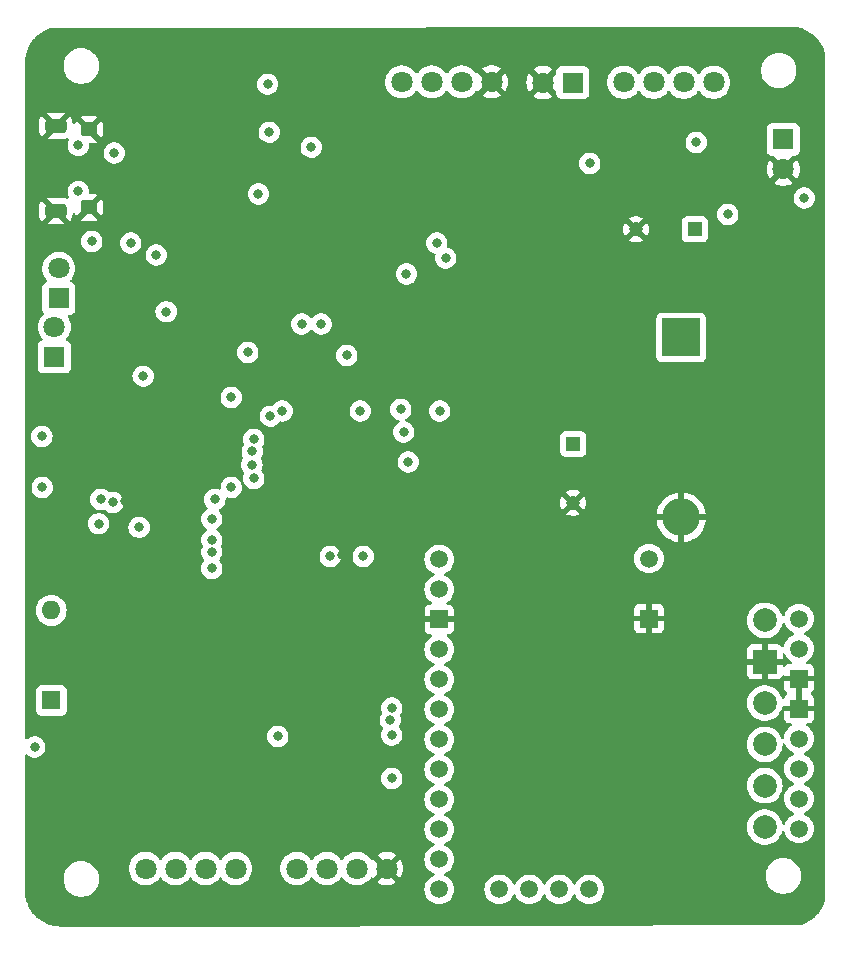
<source format=gbr>
%TF.GenerationSoftware,KiCad,Pcbnew,7.0.1-0*%
%TF.CreationDate,2023-10-30T18:15:43-04:00*%
%TF.ProjectId,WaveWise_Buoy,57617665-5769-4736-955f-42756f792e6b,rev?*%
%TF.SameCoordinates,Original*%
%TF.FileFunction,Copper,L3,Inr*%
%TF.FilePolarity,Positive*%
%FSLAX46Y46*%
G04 Gerber Fmt 4.6, Leading zero omitted, Abs format (unit mm)*
G04 Created by KiCad (PCBNEW 7.0.1-0) date 2023-10-30 18:15:43*
%MOMM*%
%LPD*%
G01*
G04 APERTURE LIST*
G04 Aperture macros list*
%AMRoundRect*
0 Rectangle with rounded corners*
0 $1 Rounding radius*
0 $2 $3 $4 $5 $6 $7 $8 $9 X,Y pos of 4 corners*
0 Add a 4 corners polygon primitive as box body*
4,1,4,$2,$3,$4,$5,$6,$7,$8,$9,$2,$3,0*
0 Add four circle primitives for the rounded corners*
1,1,$1+$1,$2,$3*
1,1,$1+$1,$4,$5*
1,1,$1+$1,$6,$7*
1,1,$1+$1,$8,$9*
0 Add four rect primitives between the rounded corners*
20,1,$1+$1,$2,$3,$4,$5,0*
20,1,$1+$1,$4,$5,$6,$7,0*
20,1,$1+$1,$6,$7,$8,$9,0*
20,1,$1+$1,$8,$9,$2,$3,0*%
G04 Aperture macros list end*
%TA.AperFunction,ComponentPad*%
%ADD10C,1.800000*%
%TD*%
%TA.AperFunction,ComponentPad*%
%ADD11C,0.800000*%
%TD*%
%TA.AperFunction,ComponentPad*%
%ADD12RoundRect,0.312500X-0.587500X0.312500X-0.587500X-0.312500X0.587500X-0.312500X0.587500X0.312500X0*%
%TD*%
%TA.AperFunction,ComponentPad*%
%ADD13RoundRect,0.312500X-0.387500X0.312500X-0.387500X-0.312500X0.387500X-0.312500X0.387500X0.312500X0*%
%TD*%
%TA.AperFunction,ComponentPad*%
%ADD14R,1.800000X1.800000*%
%TD*%
%TA.AperFunction,ComponentPad*%
%ADD15C,2.000000*%
%TD*%
%TA.AperFunction,ComponentPad*%
%ADD16C,1.500000*%
%TD*%
%TA.AperFunction,ComponentPad*%
%ADD17R,1.500000X1.500000*%
%TD*%
%TA.AperFunction,ComponentPad*%
%ADD18R,2.000000X2.000000*%
%TD*%
%TA.AperFunction,ComponentPad*%
%ADD19C,1.200000*%
%TD*%
%TA.AperFunction,ComponentPad*%
%ADD20R,1.200000X1.200000*%
%TD*%
%TA.AperFunction,ComponentPad*%
%ADD21R,1.600000X1.600000*%
%TD*%
%TA.AperFunction,ComponentPad*%
%ADD22O,1.600000X1.600000*%
%TD*%
%TA.AperFunction,ComponentPad*%
%ADD23R,3.200000X3.200000*%
%TD*%
%TA.AperFunction,ComponentPad*%
%ADD24O,3.200000X3.200000*%
%TD*%
%TA.AperFunction,ViaPad*%
%ADD25C,0.800000*%
%TD*%
G04 APERTURE END LIST*
D10*
%TO.N,+5V*%
%TO.C,J6*%
X166060000Y-54700000D03*
%TO.N,uC_TX*%
X168600000Y-54700000D03*
%TO.N,uC_RX*%
X171140000Y-54700000D03*
%TO.N,GND*%
X173680000Y-54700000D03*
%TD*%
D11*
%TO.N,+5V*%
%TO.C,J3*%
X138684000Y-60071000D03*
X138684000Y-63971000D03*
D12*
%TO.N,GND*%
X136784000Y-58421000D03*
D13*
X139584000Y-58721000D03*
X139584000Y-65321000D03*
D12*
X136784000Y-65621000D03*
%TD*%
D14*
%TO.N,Net-(D1-K)*%
%TO.C,D1*%
X136652000Y-77983000D03*
D10*
%TO.N,Net-(D1-A)*%
X136652000Y-75443000D03*
%TD*%
%TO.N,+5V*%
%TO.C,J5*%
X192480000Y-54730000D03*
%TO.N,uC_TX*%
X189940000Y-54730000D03*
%TO.N,uC_RX*%
X187400000Y-54730000D03*
%TO.N,SCK0*%
X184860000Y-54730000D03*
%TD*%
D14*
%TO.N,Net-(D2-K)*%
%TO.C,D2*%
X137033000Y-73030000D03*
D10*
%TO.N,Net-(D2-A)*%
X137033000Y-70490000D03*
%TD*%
D15*
%TO.N,+BATT*%
%TO.C,U2*%
X196810300Y-100280800D03*
D16*
X199705900Y-100128400D03*
X199705900Y-102668400D03*
D15*
%TO.N,Net-(J4-Pin_4)*%
X196810300Y-107280800D03*
D16*
X199705900Y-110288400D03*
D15*
%TO.N,Net-(J4-Pin_3)*%
X196810300Y-110780800D03*
D16*
X199705900Y-112828400D03*
D15*
%TO.N,Net-(J4-Pin_2)*%
X196810300Y-114280800D03*
D16*
X199705900Y-115368400D03*
D15*
%TO.N,Net-(J4-Pin_1)*%
X196810300Y-117780800D03*
D16*
X199705900Y-117908400D03*
%TO.N,BEMF*%
X181951300Y-123064600D03*
%TO.N,STALL*%
X179411300Y-123064600D03*
%TO.N,unconnected-(U2-BIN2-Pad8)*%
X176871300Y-123064600D03*
%TO.N,unconnected-(U2-BIN1-Pad9)*%
X174331300Y-123064600D03*
%TO.N,~MTR_FAULT*%
X169251300Y-123064600D03*
%TO.N,~MTR_RST*%
X169251300Y-120524600D03*
%TO.N,~SLP*%
X169251300Y-117984600D03*
%TO.N,SCS*%
X169251300Y-115444600D03*
%TO.N,CLK*%
X169251300Y-112904600D03*
%TO.N,MOSI1*%
X169251300Y-110364600D03*
%TO.N,MISO1*%
X169251300Y-107824600D03*
%TO.N,unconnected-(U2-DIR-Pad17)*%
X169251300Y-105284600D03*
%TO.N,unconnected-(U2-STEP-Pad18)*%
X169251300Y-102744600D03*
%TO.N,unconnected-(U2-ICREF-Pad19)*%
X169251300Y-97664600D03*
%TO.N,unconnected-(U2-V5(OUT)-Pad20)*%
X169251300Y-95124600D03*
%TO.N,unconnected-(U2-VM-Pad21)*%
X187005900Y-95048400D03*
D17*
%TO.N,GND*%
X169251300Y-100204600D03*
X187005900Y-100128400D03*
D18*
X196810300Y-103780800D03*
D17*
X199705900Y-105208400D03*
X199705900Y-107748400D03*
%TD*%
D10*
%TO.N,EXTGPIO3*%
%TO.C,J10*%
X157180000Y-121300000D03*
%TO.N,EXTGPIO4*%
X159720000Y-121300000D03*
%TO.N,EXTGPIO5*%
X162260000Y-121300000D03*
%TO.N,GND*%
X164800000Y-121300000D03*
%TD*%
D14*
%TO.N,RESET*%
%TO.C,J8*%
X180560000Y-54750000D03*
D10*
%TO.N,GND*%
X178020000Y-54750000D03*
%TD*%
D19*
%TO.N,GND*%
%TO.C,C3*%
X185884500Y-67183000D03*
D20*
%TO.N,+5V*%
X190884500Y-67183000D03*
%TD*%
D19*
%TO.N,GND*%
%TO.C,C6*%
X180594000Y-90340500D03*
D20*
%TO.N,+BATT*%
X180594000Y-85340500D03*
%TD*%
D21*
%TO.N,+5V*%
%TO.C,D3*%
X136398000Y-107061000D03*
D22*
%TO.N,Net-(D3-A)*%
X136398000Y-99441000D03*
%TD*%
D23*
%TO.N,Net-(D4-K)*%
%TO.C,D4*%
X189738000Y-76327000D03*
D24*
%TO.N,GND*%
X189738000Y-91567000D03*
%TD*%
D14*
%TO.N,BUTTON*%
%TO.C,J7*%
X198374000Y-59563000D03*
D10*
%TO.N,GND*%
X198374000Y-62103000D03*
%TD*%
%TO.N,+3V3*%
%TO.C,J9*%
X144380000Y-121300000D03*
%TO.N,+5V*%
X146920000Y-121300000D03*
%TO.N,EXTGPIO1*%
X149460000Y-121300000D03*
%TO.N,EXTGPIO2*%
X152000000Y-121300000D03*
%TD*%
D25*
%TO.N,+3V3*%
X135001000Y-110998000D03*
X145286949Y-69343051D03*
X135598500Y-84709000D03*
%TO.N,GND*%
X151511000Y-74930000D03*
X163195000Y-75438000D03*
X162597000Y-52478500D03*
X161036000Y-94742000D03*
X142621000Y-90170000D03*
X176657000Y-69596000D03*
X159639000Y-67945000D03*
X147992000Y-53621500D03*
X158496000Y-104775000D03*
X198374000Y-57277000D03*
X174117000Y-82296000D03*
X171704000Y-82296000D03*
X142925800Y-79019400D03*
X172466000Y-69596000D03*
X174371000Y-69596000D03*
X158152000Y-53748500D03*
X144182000Y-51716500D03*
X146354800Y-79654400D03*
X156083000Y-104775000D03*
X184277000Y-92456000D03*
X158914000Y-64416500D03*
X138684000Y-79756000D03*
X176784000Y-92456000D03*
X160782000Y-75311000D03*
X156972000Y-79883000D03*
X141351000Y-64516000D03*
X155194000Y-96012000D03*
X166238701Y-75433701D03*
X183769000Y-65532000D03*
X183769000Y-68453000D03*
X152691000Y-64543500D03*
X158750000Y-82042000D03*
X163068000Y-77724000D03*
X175514000Y-82296000D03*
X168656000Y-92075000D03*
X186309000Y-92964000D03*
X135636000Y-97028000D03*
%TO.N,+5V*%
X157607000Y-75184000D03*
X143129000Y-68326000D03*
X200152000Y-64516000D03*
X193675000Y-65913000D03*
X139827000Y-68199000D03*
X161417000Y-77851000D03*
X160020000Y-94869000D03*
X140589000Y-90043000D03*
X143840200Y-92407100D03*
X146126200Y-74152800D03*
X166471600Y-70967600D03*
X141732000Y-60706000D03*
X162560000Y-82550000D03*
X144178500Y-79611701D03*
%TO.N,RESET*%
X151638000Y-89027000D03*
X140411200Y-92102300D03*
X169037000Y-68326000D03*
X154940000Y-82999500D03*
%TO.N,BEMF*%
X153378500Y-87122000D03*
%TO.N,STALL*%
X153543000Y-88265000D03*
%TO.N,~SLP*%
X153416000Y-85979000D03*
%TO.N,SCS*%
X165227000Y-113665000D03*
X153543000Y-84963000D03*
%TO.N,CLK*%
X155956000Y-82550000D03*
X155575000Y-110109000D03*
X165227000Y-109982000D03*
X159258000Y-75184000D03*
X150252500Y-90043000D03*
%TO.N,SD_CMD*%
X154850000Y-58955500D03*
X154723000Y-54891500D03*
%TO.N,SD_DAT0*%
X158406000Y-60225500D03*
X153936605Y-64195330D03*
%TO.N,uC_RX*%
X135636000Y-89027000D03*
X166243000Y-84328000D03*
%TO.N,SCK0*%
X165989000Y-82423000D03*
X181991000Y-61595000D03*
%TO.N,BUTTON*%
X162814000Y-94869000D03*
X191008000Y-59817000D03*
%TO.N,EXTGPIO1*%
X149987000Y-91694000D03*
%TO.N,EXTGPIO2*%
X149987000Y-93472000D03*
%TO.N,uC_TX*%
X169799000Y-69596000D03*
X169291000Y-82550000D03*
%TO.N,MOSI1*%
X151638000Y-81407000D03*
X165100000Y-108712000D03*
X153035000Y-77597000D03*
%TO.N,MISO1*%
X165227000Y-107696000D03*
%TO.N,EXTGPIO3*%
X149987000Y-94488000D03*
%TO.N,EXTGPIO4*%
X149987000Y-95885000D03*
%TO.N,Net-(U5-RXD)*%
X166624000Y-86868000D03*
X141605000Y-90297000D03*
%TD*%
%TA.AperFunction,Conductor*%
%TO.N,GND*%
G36*
X199485998Y-50044366D02*
G01*
X199635327Y-50069738D01*
X199646606Y-50072202D01*
X199795635Y-50112134D01*
X199797761Y-50112725D01*
X199949174Y-50156347D01*
X199959260Y-50159729D01*
X200104710Y-50215562D01*
X200107599Y-50216714D01*
X200251768Y-50276430D01*
X200260594Y-50280500D01*
X200400064Y-50351565D01*
X200403748Y-50353521D01*
X200493848Y-50403316D01*
X200539548Y-50428574D01*
X200547061Y-50433081D01*
X200678754Y-50518604D01*
X200682947Y-50521452D01*
X200809147Y-50610996D01*
X200815428Y-50615759D01*
X200937567Y-50714665D01*
X200942158Y-50718571D01*
X201057424Y-50821579D01*
X201062478Y-50826358D01*
X201173640Y-50937520D01*
X201178419Y-50942574D01*
X201281427Y-51057840D01*
X201285333Y-51062431D01*
X201384239Y-51184570D01*
X201389002Y-51190851D01*
X201478546Y-51317051D01*
X201481409Y-51321266D01*
X201566907Y-51452921D01*
X201571430Y-51460460D01*
X201646477Y-51596250D01*
X201648433Y-51599934D01*
X201719498Y-51739404D01*
X201723575Y-51748247D01*
X201783259Y-51892337D01*
X201784462Y-51895353D01*
X201840265Y-52040727D01*
X201843655Y-52050836D01*
X201887258Y-52202185D01*
X201887879Y-52204419D01*
X201925775Y-52345846D01*
X201930000Y-52377940D01*
X201930000Y-123830754D01*
X201925775Y-123862847D01*
X201887958Y-124003985D01*
X201887337Y-124006220D01*
X201843634Y-124157915D01*
X201840244Y-124168024D01*
X201784568Y-124313069D01*
X201783365Y-124316085D01*
X201723532Y-124460535D01*
X201719456Y-124469376D01*
X201648574Y-124608491D01*
X201646617Y-124612178D01*
X201571358Y-124748349D01*
X201566825Y-124755903D01*
X201481567Y-124887190D01*
X201478701Y-124891411D01*
X201388887Y-125017991D01*
X201384124Y-125024270D01*
X201285519Y-125146038D01*
X201281612Y-125150630D01*
X201178263Y-125266277D01*
X201173486Y-125271331D01*
X201062662Y-125382156D01*
X201057607Y-125386935D01*
X200941918Y-125490320D01*
X200937328Y-125494225D01*
X200815628Y-125592778D01*
X200809346Y-125597543D01*
X200682633Y-125687450D01*
X200678414Y-125690315D01*
X200547296Y-125775465D01*
X200539742Y-125779997D01*
X200403305Y-125855404D01*
X200399618Y-125857362D01*
X200260794Y-125928096D01*
X200251952Y-125932172D01*
X200107038Y-125992198D01*
X200104022Y-125993401D01*
X199959477Y-126048886D01*
X199949367Y-126052276D01*
X199796808Y-126096227D01*
X199794576Y-126096847D01*
X199742020Y-126110930D01*
X199710157Y-126115156D01*
X150035879Y-126208180D01*
X137174566Y-126208180D01*
X137168076Y-126208010D01*
X137038435Y-126201215D01*
X137037972Y-126201190D01*
X136857408Y-126191050D01*
X136844965Y-126189719D01*
X136760399Y-126176326D01*
X136696594Y-126166220D01*
X136695288Y-126166006D01*
X136535972Y-126138937D01*
X136524650Y-126136464D01*
X136375978Y-126096628D01*
X136373743Y-126096007D01*
X136222095Y-126052318D01*
X136211986Y-126048928D01*
X136066888Y-125993231D01*
X136063903Y-125992041D01*
X135982422Y-125958290D01*
X135919487Y-125932221D01*
X135910646Y-125928145D01*
X135771451Y-125857222D01*
X135767764Y-125855264D01*
X135631676Y-125780050D01*
X135624123Y-125775519D01*
X135525137Y-125711238D01*
X135492764Y-125690214D01*
X135488549Y-125687352D01*
X135362056Y-125597601D01*
X135355776Y-125592837D01*
X135233871Y-125494121D01*
X135229293Y-125490226D01*
X135113791Y-125387007D01*
X135108737Y-125382229D01*
X134997769Y-125271261D01*
X134992991Y-125266207D01*
X134889767Y-125150699D01*
X134885877Y-125146127D01*
X134787161Y-125024222D01*
X134782397Y-125017942D01*
X134692646Y-124891449D01*
X134689799Y-124887257D01*
X134604475Y-124755869D01*
X134599948Y-124748322D01*
X134524734Y-124612234D01*
X134522776Y-124608547D01*
X134522747Y-124608491D01*
X134451850Y-124469347D01*
X134447784Y-124460527D01*
X134387926Y-124316018D01*
X134386802Y-124313198D01*
X134331064Y-124167995D01*
X134327688Y-124157927D01*
X134283964Y-124006161D01*
X134283390Y-124004092D01*
X134243529Y-123855326D01*
X134241066Y-123844048D01*
X134213955Y-123684487D01*
X134213826Y-123683703D01*
X134190276Y-123535008D01*
X134188948Y-123522590D01*
X134187053Y-123488841D01*
X134178791Y-123341715D01*
X134171989Y-123211909D01*
X134171820Y-123205444D01*
X134172078Y-122298335D01*
X137437500Y-122298335D01*
X137478429Y-122543615D01*
X137518308Y-122659778D01*
X137559172Y-122778810D01*
X137677526Y-122997509D01*
X137677529Y-122997514D01*
X137763652Y-123108164D01*
X137830262Y-123193744D01*
X138013215Y-123362164D01*
X138221393Y-123498173D01*
X138449119Y-123598063D01*
X138690179Y-123659108D01*
X138764480Y-123665264D01*
X138875927Y-123674500D01*
X138875933Y-123674500D01*
X139000067Y-123674500D01*
X139000073Y-123674500D01*
X139101387Y-123666104D01*
X139185821Y-123659108D01*
X139426881Y-123598063D01*
X139654607Y-123498173D01*
X139862785Y-123362164D01*
X140045738Y-123193744D01*
X140146255Y-123064600D01*
X167996022Y-123064600D01*
X168015092Y-123282574D01*
X168071725Y-123493931D01*
X168093682Y-123541017D01*
X168164198Y-123692239D01*
X168289702Y-123871477D01*
X168444423Y-124026198D01*
X168623661Y-124151702D01*
X168821970Y-124244175D01*
X169033323Y-124300807D01*
X169251300Y-124319877D01*
X169469277Y-124300807D01*
X169680630Y-124244175D01*
X169878939Y-124151702D01*
X170058177Y-124026198D01*
X170212898Y-123871477D01*
X170338402Y-123692239D01*
X170430875Y-123493930D01*
X170487507Y-123282577D01*
X170506577Y-123064600D01*
X173076022Y-123064600D01*
X173095092Y-123282574D01*
X173151725Y-123493931D01*
X173173682Y-123541017D01*
X173244198Y-123692239D01*
X173369702Y-123871477D01*
X173524423Y-124026198D01*
X173703661Y-124151702D01*
X173901970Y-124244175D01*
X174113323Y-124300807D01*
X174331300Y-124319877D01*
X174549277Y-124300807D01*
X174760630Y-124244175D01*
X174958939Y-124151702D01*
X175138177Y-124026198D01*
X175292898Y-123871477D01*
X175418402Y-123692239D01*
X175488917Y-123541017D01*
X175534675Y-123488841D01*
X175601300Y-123469422D01*
X175667925Y-123488841D01*
X175713682Y-123541017D01*
X175784198Y-123692239D01*
X175909702Y-123871477D01*
X176064423Y-124026198D01*
X176243661Y-124151702D01*
X176441970Y-124244175D01*
X176653323Y-124300807D01*
X176871300Y-124319877D01*
X177089277Y-124300807D01*
X177300630Y-124244175D01*
X177498939Y-124151702D01*
X177678177Y-124026198D01*
X177832898Y-123871477D01*
X177958402Y-123692239D01*
X178028917Y-123541017D01*
X178074675Y-123488841D01*
X178141300Y-123469422D01*
X178207925Y-123488841D01*
X178253682Y-123541017D01*
X178324198Y-123692239D01*
X178449702Y-123871477D01*
X178604423Y-124026198D01*
X178783661Y-124151702D01*
X178981970Y-124244175D01*
X179193323Y-124300807D01*
X179411300Y-124319877D01*
X179629277Y-124300807D01*
X179840630Y-124244175D01*
X180038939Y-124151702D01*
X180218177Y-124026198D01*
X180372898Y-123871477D01*
X180498402Y-123692239D01*
X180568917Y-123541017D01*
X180614675Y-123488841D01*
X180681300Y-123469422D01*
X180747925Y-123488841D01*
X180793682Y-123541017D01*
X180864198Y-123692239D01*
X180989702Y-123871477D01*
X181144423Y-124026198D01*
X181323661Y-124151702D01*
X181521970Y-124244175D01*
X181733323Y-124300807D01*
X181951300Y-124319877D01*
X182169277Y-124300807D01*
X182380630Y-124244175D01*
X182578939Y-124151702D01*
X182758177Y-124026198D01*
X182912898Y-123871477D01*
X183038402Y-123692239D01*
X183130875Y-123493930D01*
X183187507Y-123282577D01*
X183206577Y-123064600D01*
X183187507Y-122846623D01*
X183130875Y-122635270D01*
X183038402Y-122436962D01*
X182912898Y-122257723D01*
X182758177Y-122103002D01*
X182674392Y-122044335D01*
X196873500Y-122044335D01*
X196914429Y-122289615D01*
X196978432Y-122476048D01*
X196995172Y-122524810D01*
X197069577Y-122662298D01*
X197113529Y-122743514D01*
X197193783Y-122846623D01*
X197266262Y-122939744D01*
X197449215Y-123108164D01*
X197657393Y-123244173D01*
X197885119Y-123344063D01*
X198126179Y-123405108D01*
X198200480Y-123411264D01*
X198311927Y-123420500D01*
X198311933Y-123420500D01*
X198436067Y-123420500D01*
X198436073Y-123420500D01*
X198537387Y-123412104D01*
X198621821Y-123405108D01*
X198862881Y-123344063D01*
X199090607Y-123244173D01*
X199298785Y-123108164D01*
X199481738Y-122939744D01*
X199634474Y-122743509D01*
X199752828Y-122524810D01*
X199833571Y-122289614D01*
X199874500Y-122044335D01*
X199874500Y-121795665D01*
X199833571Y-121550386D01*
X199752828Y-121315190D01*
X199634474Y-121096491D01*
X199634471Y-121096487D01*
X199634470Y-121096485D01*
X199481740Y-120900259D01*
X199481738Y-120900256D01*
X199298785Y-120731836D01*
X199090607Y-120595827D01*
X199090604Y-120595825D01*
X198928226Y-120524600D01*
X198862881Y-120495937D01*
X198621821Y-120434892D01*
X198621819Y-120434891D01*
X198621816Y-120434891D01*
X198436073Y-120419500D01*
X198436067Y-120419500D01*
X198311933Y-120419500D01*
X198311927Y-120419500D01*
X198126183Y-120434891D01*
X198126179Y-120434891D01*
X198126179Y-120434892D01*
X197885119Y-120495937D01*
X197885116Y-120495938D01*
X197885117Y-120495938D01*
X197657395Y-120595825D01*
X197538505Y-120673500D01*
X197449215Y-120731836D01*
X197327525Y-120843860D01*
X197266259Y-120900259D01*
X197113529Y-121096485D01*
X197042513Y-121227710D01*
X197003393Y-121300000D01*
X196995170Y-121315194D01*
X196914429Y-121550384D01*
X196873500Y-121795665D01*
X196873500Y-122044335D01*
X182674392Y-122044335D01*
X182578939Y-121977498D01*
X182487505Y-121934861D01*
X182380631Y-121885025D01*
X182169274Y-121828392D01*
X181951300Y-121809322D01*
X181733325Y-121828392D01*
X181521968Y-121885025D01*
X181323661Y-121977498D01*
X181144422Y-122103002D01*
X180989702Y-122257722D01*
X180864198Y-122436961D01*
X180793682Y-122588183D01*
X180747925Y-122640359D01*
X180681300Y-122659778D01*
X180614675Y-122640359D01*
X180568918Y-122588183D01*
X180516824Y-122476468D01*
X180498402Y-122436962D01*
X180372898Y-122257723D01*
X180218177Y-122103002D01*
X180038939Y-121977498D01*
X179947505Y-121934861D01*
X179840631Y-121885025D01*
X179629274Y-121828392D01*
X179411300Y-121809322D01*
X179193325Y-121828392D01*
X178981968Y-121885025D01*
X178783661Y-121977498D01*
X178604422Y-122103002D01*
X178449702Y-122257722D01*
X178324198Y-122436961D01*
X178253682Y-122588183D01*
X178207925Y-122640359D01*
X178141300Y-122659778D01*
X178074675Y-122640359D01*
X178028918Y-122588183D01*
X177976824Y-122476468D01*
X177958402Y-122436962D01*
X177832898Y-122257723D01*
X177678177Y-122103002D01*
X177498939Y-121977498D01*
X177407505Y-121934861D01*
X177300631Y-121885025D01*
X177089274Y-121828392D01*
X176871300Y-121809322D01*
X176653325Y-121828392D01*
X176441968Y-121885025D01*
X176243661Y-121977498D01*
X176064422Y-122103002D01*
X175909702Y-122257722D01*
X175784198Y-122436961D01*
X175713682Y-122588183D01*
X175667925Y-122640359D01*
X175601300Y-122659778D01*
X175534675Y-122640359D01*
X175488918Y-122588183D01*
X175436824Y-122476468D01*
X175418402Y-122436962D01*
X175292898Y-122257723D01*
X175138177Y-122103002D01*
X174958939Y-121977498D01*
X174867505Y-121934861D01*
X174760631Y-121885025D01*
X174549274Y-121828392D01*
X174331300Y-121809322D01*
X174113325Y-121828392D01*
X173901968Y-121885025D01*
X173703661Y-121977498D01*
X173524422Y-122103002D01*
X173369702Y-122257722D01*
X173244198Y-122436961D01*
X173151725Y-122635268D01*
X173095092Y-122846625D01*
X173076022Y-123064600D01*
X170506577Y-123064600D01*
X170487507Y-122846623D01*
X170430875Y-122635270D01*
X170338402Y-122436962D01*
X170212898Y-122257723D01*
X170058177Y-122103002D01*
X169878939Y-121977498D01*
X169836642Y-121957774D01*
X169727717Y-121906981D01*
X169675541Y-121861224D01*
X169656122Y-121794598D01*
X169675542Y-121727973D01*
X169727716Y-121682218D01*
X169878939Y-121611702D01*
X170058177Y-121486198D01*
X170212898Y-121331477D01*
X170338402Y-121152239D01*
X170430875Y-120953930D01*
X170487507Y-120742577D01*
X170506577Y-120524600D01*
X170504069Y-120495938D01*
X170487507Y-120306625D01*
X170487507Y-120306623D01*
X170430875Y-120095270D01*
X170338402Y-119896962D01*
X170212898Y-119717723D01*
X170058177Y-119563002D01*
X169878939Y-119437498D01*
X169836642Y-119417774D01*
X169727717Y-119366981D01*
X169675541Y-119321224D01*
X169656122Y-119254598D01*
X169675542Y-119187973D01*
X169727716Y-119142218D01*
X169878939Y-119071702D01*
X170058177Y-118946198D01*
X170212898Y-118791477D01*
X170338402Y-118612239D01*
X170430875Y-118413930D01*
X170487507Y-118202577D01*
X170506577Y-117984600D01*
X170488747Y-117780800D01*
X195304656Y-117780800D01*
X195325191Y-118028616D01*
X195325191Y-118028619D01*
X195325192Y-118028621D01*
X195386237Y-118269681D01*
X195416086Y-118337730D01*
X195486125Y-118497404D01*
X195486127Y-118497407D01*
X195622136Y-118705585D01*
X195790556Y-118888538D01*
X195790559Y-118888540D01*
X195986785Y-119041270D01*
X195986787Y-119041271D01*
X195986791Y-119041274D01*
X196205490Y-119159628D01*
X196440686Y-119240371D01*
X196685965Y-119281300D01*
X196934635Y-119281300D01*
X197179914Y-119240371D01*
X197415110Y-119159628D01*
X197633809Y-119041274D01*
X197830044Y-118888538D01*
X197998464Y-118705585D01*
X198134473Y-118497407D01*
X198234363Y-118269681D01*
X198250545Y-118205776D01*
X198282107Y-118149510D01*
X198337666Y-118116714D01*
X198402182Y-118116269D01*
X198458189Y-118148296D01*
X198490525Y-118204125D01*
X198526325Y-118337730D01*
X198618798Y-118536039D01*
X198744302Y-118715277D01*
X198899023Y-118869998D01*
X199078261Y-118995502D01*
X199276570Y-119087975D01*
X199487923Y-119144607D01*
X199705900Y-119163677D01*
X199923877Y-119144607D01*
X200135230Y-119087975D01*
X200333539Y-118995502D01*
X200512777Y-118869998D01*
X200667498Y-118715277D01*
X200793002Y-118536039D01*
X200885475Y-118337730D01*
X200942107Y-118126377D01*
X200961177Y-117908400D01*
X200942107Y-117690423D01*
X200885475Y-117479070D01*
X200793002Y-117280762D01*
X200667498Y-117101523D01*
X200512777Y-116946802D01*
X200333539Y-116821298D01*
X200182317Y-116750782D01*
X200130141Y-116705025D01*
X200110722Y-116638400D01*
X200130141Y-116571775D01*
X200182317Y-116526018D01*
X200194523Y-116520326D01*
X200333539Y-116455502D01*
X200512777Y-116329998D01*
X200667498Y-116175277D01*
X200793002Y-115996039D01*
X200885475Y-115797730D01*
X200942107Y-115586377D01*
X200961177Y-115368400D01*
X200942107Y-115150423D01*
X200885475Y-114939070D01*
X200793002Y-114740762D01*
X200667498Y-114561523D01*
X200512777Y-114406802D01*
X200333539Y-114281298D01*
X200182317Y-114210782D01*
X200130141Y-114165025D01*
X200110722Y-114098400D01*
X200130141Y-114031775D01*
X200182317Y-113986018D01*
X200185224Y-113984662D01*
X200333539Y-113915502D01*
X200512777Y-113789998D01*
X200667498Y-113635277D01*
X200793002Y-113456039D01*
X200885475Y-113257730D01*
X200942107Y-113046377D01*
X200961177Y-112828400D01*
X200942107Y-112610423D01*
X200885475Y-112399070D01*
X200793002Y-112200762D01*
X200667498Y-112021523D01*
X200512777Y-111866802D01*
X200333539Y-111741298D01*
X200182317Y-111670782D01*
X200130141Y-111625025D01*
X200110722Y-111558400D01*
X200130141Y-111491775D01*
X200182317Y-111446018D01*
X200185224Y-111444662D01*
X200333539Y-111375502D01*
X200512777Y-111249998D01*
X200667498Y-111095277D01*
X200793002Y-110916039D01*
X200885475Y-110717730D01*
X200942107Y-110506377D01*
X200961177Y-110288400D01*
X200942107Y-110070423D01*
X200885475Y-109859070D01*
X200793002Y-109660762D01*
X200667498Y-109481523D01*
X200512777Y-109326802D01*
X200365922Y-109223973D01*
X200325597Y-109176758D01*
X200313218Y-109115910D01*
X200331890Y-109056690D01*
X200376932Y-109013947D01*
X200437048Y-108998400D01*
X200503724Y-108998400D01*
X200563275Y-108991997D01*
X200697989Y-108941752D01*
X200813088Y-108855588D01*
X200899252Y-108740489D01*
X200949497Y-108605775D01*
X200955900Y-108546224D01*
X200955900Y-107998400D01*
X198455900Y-107998400D01*
X198455900Y-108546224D01*
X198462302Y-108605775D01*
X198512547Y-108740489D01*
X198598711Y-108855588D01*
X198713810Y-108941752D01*
X198848524Y-108991997D01*
X198908076Y-108998400D01*
X198974753Y-108998400D01*
X199034869Y-109013947D01*
X199079911Y-109056690D01*
X199098583Y-109115910D01*
X199086203Y-109176758D01*
X199045876Y-109223975D01*
X198899022Y-109326802D01*
X198744302Y-109481522D01*
X198618798Y-109660761D01*
X198526325Y-109859068D01*
X198469692Y-110070425D01*
X198456673Y-110219235D01*
X198434392Y-110280017D01*
X198384515Y-110321287D01*
X198320636Y-110331795D01*
X198260167Y-110308679D01*
X198219589Y-110258238D01*
X198134474Y-110064195D01*
X198134473Y-110064193D01*
X197998464Y-109856015D01*
X197830044Y-109673062D01*
X197807912Y-109655836D01*
X197633814Y-109520329D01*
X197633810Y-109520326D01*
X197633809Y-109520326D01*
X197415110Y-109401972D01*
X197415106Y-109401970D01*
X197415105Y-109401970D01*
X197179915Y-109321229D01*
X196934635Y-109280300D01*
X196685965Y-109280300D01*
X196440684Y-109321229D01*
X196205494Y-109401970D01*
X195986785Y-109520329D01*
X195790559Y-109673059D01*
X195790556Y-109673061D01*
X195790556Y-109673062D01*
X195622136Y-109856015D01*
X195620140Y-109859070D01*
X195486125Y-110064195D01*
X195418119Y-110219235D01*
X195386237Y-110291919D01*
X195325192Y-110532979D01*
X195325191Y-110532983D01*
X195304656Y-110780800D01*
X195325191Y-111028616D01*
X195325191Y-111028619D01*
X195325192Y-111028621D01*
X195386237Y-111269681D01*
X195411026Y-111326194D01*
X195486125Y-111497404D01*
X195486127Y-111497407D01*
X195622136Y-111705585D01*
X195790556Y-111888538D01*
X195855967Y-111939449D01*
X195986785Y-112041270D01*
X195986787Y-112041271D01*
X195986791Y-112041274D01*
X196205490Y-112159628D01*
X196440686Y-112240371D01*
X196685965Y-112281300D01*
X196934635Y-112281300D01*
X197179914Y-112240371D01*
X197415110Y-112159628D01*
X197633809Y-112041274D01*
X197830044Y-111888538D01*
X197998464Y-111705585D01*
X198134473Y-111497407D01*
X198234363Y-111269681D01*
X198295408Y-111028621D01*
X198313554Y-110809622D01*
X198335295Y-110749112D01*
X198384417Y-110707625D01*
X198447711Y-110696314D01*
X198508161Y-110718222D01*
X198549513Y-110767457D01*
X198618798Y-110916039D01*
X198744302Y-111095277D01*
X198899023Y-111249998D01*
X199078261Y-111375502D01*
X199177137Y-111421608D01*
X199229482Y-111446018D01*
X199281658Y-111491775D01*
X199301077Y-111558400D01*
X199281658Y-111625025D01*
X199229482Y-111670782D01*
X199078261Y-111741298D01*
X198899022Y-111866802D01*
X198744302Y-112021522D01*
X198618798Y-112200761D01*
X198526325Y-112399068D01*
X198469692Y-112610425D01*
X198450622Y-112828399D01*
X198469692Y-113046374D01*
X198469693Y-113046377D01*
X198526325Y-113257730D01*
X198618798Y-113456039D01*
X198744302Y-113635277D01*
X198899023Y-113789998D01*
X199078261Y-113915502D01*
X199177137Y-113961608D01*
X199229482Y-113986018D01*
X199281658Y-114031775D01*
X199301077Y-114098400D01*
X199281658Y-114165025D01*
X199229482Y-114210782D01*
X199078261Y-114281298D01*
X198899022Y-114406802D01*
X198744302Y-114561522D01*
X198618798Y-114740761D01*
X198526325Y-114939068D01*
X198469692Y-115150425D01*
X198450622Y-115368400D01*
X198469692Y-115586374D01*
X198521922Y-115781300D01*
X198526325Y-115797730D01*
X198618798Y-115996039D01*
X198744302Y-116175277D01*
X198899023Y-116329998D01*
X199078261Y-116455502D01*
X199177137Y-116501608D01*
X199229482Y-116526018D01*
X199281658Y-116571775D01*
X199301077Y-116638400D01*
X199281658Y-116705025D01*
X199229482Y-116750782D01*
X199078261Y-116821298D01*
X198899022Y-116946802D01*
X198744302Y-117101522D01*
X198618798Y-117280761D01*
X198526323Y-117479073D01*
X198523748Y-117488682D01*
X198491410Y-117544509D01*
X198435404Y-117576533D01*
X198370889Y-117576087D01*
X198315332Y-117543290D01*
X198283770Y-117487025D01*
X198234363Y-117291919D01*
X198134473Y-117064193D01*
X197998464Y-116856015D01*
X197830044Y-116673062D01*
X197766594Y-116623677D01*
X197633814Y-116520329D01*
X197633810Y-116520326D01*
X197633809Y-116520326D01*
X197415110Y-116401972D01*
X197415106Y-116401970D01*
X197415105Y-116401970D01*
X197179915Y-116321229D01*
X196934635Y-116280300D01*
X196685965Y-116280300D01*
X196440684Y-116321229D01*
X196205494Y-116401970D01*
X196205490Y-116401971D01*
X196205490Y-116401972D01*
X196197681Y-116406198D01*
X195986785Y-116520329D01*
X195790559Y-116673059D01*
X195622137Y-116856014D01*
X195486125Y-117064195D01*
X195386238Y-117291917D01*
X195325191Y-117532983D01*
X195304656Y-117780800D01*
X170488747Y-117780800D01*
X170487507Y-117766623D01*
X170430875Y-117555270D01*
X170338402Y-117356962D01*
X170212898Y-117177723D01*
X170058177Y-117023002D01*
X169878939Y-116897498D01*
X169727717Y-116826982D01*
X169675541Y-116781225D01*
X169656122Y-116714600D01*
X169675541Y-116647975D01*
X169727717Y-116602218D01*
X169730624Y-116600862D01*
X169878939Y-116531702D01*
X170058177Y-116406198D01*
X170212898Y-116251477D01*
X170338402Y-116072239D01*
X170430875Y-115873930D01*
X170487507Y-115662577D01*
X170506577Y-115444600D01*
X170487507Y-115226623D01*
X170430875Y-115015270D01*
X170338402Y-114816962D01*
X170212898Y-114637723D01*
X170058177Y-114483002D01*
X169878939Y-114357498D01*
X169727717Y-114286982D01*
X169720667Y-114280799D01*
X195304656Y-114280799D01*
X195325191Y-114528616D01*
X195325191Y-114528619D01*
X195325192Y-114528621D01*
X195386237Y-114769681D01*
X195431260Y-114872323D01*
X195486125Y-114997404D01*
X195486127Y-114997407D01*
X195622136Y-115205585D01*
X195790556Y-115388538D01*
X195790559Y-115388540D01*
X195986785Y-115541270D01*
X195986787Y-115541271D01*
X195986791Y-115541274D01*
X196205490Y-115659628D01*
X196440686Y-115740371D01*
X196685965Y-115781300D01*
X196934635Y-115781300D01*
X197179914Y-115740371D01*
X197415110Y-115659628D01*
X197633809Y-115541274D01*
X197830044Y-115388538D01*
X197998464Y-115205585D01*
X198134473Y-114997407D01*
X198234363Y-114769681D01*
X198295408Y-114528621D01*
X198315943Y-114280800D01*
X198295408Y-114032979D01*
X198234363Y-113791919D01*
X198134473Y-113564193D01*
X197998464Y-113356015D01*
X197830044Y-113173062D01*
X197765177Y-113122574D01*
X197633814Y-113020329D01*
X197633810Y-113020326D01*
X197633809Y-113020326D01*
X197415110Y-112901972D01*
X197415106Y-112901970D01*
X197415105Y-112901970D01*
X197179915Y-112821229D01*
X196934635Y-112780300D01*
X196685965Y-112780300D01*
X196440684Y-112821229D01*
X196205494Y-112901970D01*
X195986785Y-113020329D01*
X195790559Y-113173059D01*
X195790556Y-113173061D01*
X195790556Y-113173062D01*
X195676725Y-113296716D01*
X195622137Y-113356014D01*
X195486125Y-113564195D01*
X195421522Y-113711477D01*
X195386237Y-113791919D01*
X195337084Y-113986018D01*
X195325191Y-114032983D01*
X195304656Y-114280799D01*
X169720667Y-114280799D01*
X169675541Y-114241225D01*
X169656122Y-114174600D01*
X169675541Y-114107975D01*
X169727717Y-114062218D01*
X169730624Y-114060862D01*
X169878939Y-113991702D01*
X170058177Y-113866198D01*
X170212898Y-113711477D01*
X170338402Y-113532239D01*
X170430875Y-113333930D01*
X170487507Y-113122577D01*
X170506577Y-112904600D01*
X170487507Y-112686623D01*
X170430875Y-112475270D01*
X170338402Y-112276962D01*
X170212898Y-112097723D01*
X170058177Y-111943002D01*
X169878939Y-111817498D01*
X169727717Y-111746982D01*
X169675541Y-111701225D01*
X169656122Y-111634600D01*
X169675541Y-111567975D01*
X169727717Y-111522218D01*
X169730624Y-111520862D01*
X169878939Y-111451702D01*
X170058177Y-111326198D01*
X170212898Y-111171477D01*
X170338402Y-110992239D01*
X170430875Y-110793930D01*
X170487507Y-110582577D01*
X170506577Y-110364600D01*
X170487507Y-110146623D01*
X170430875Y-109935270D01*
X170338402Y-109736962D01*
X170212898Y-109557723D01*
X170058177Y-109403002D01*
X169878939Y-109277498D01*
X169727717Y-109206982D01*
X169675541Y-109161225D01*
X169656122Y-109094600D01*
X169675541Y-109027975D01*
X169727717Y-108982218D01*
X169730624Y-108980862D01*
X169878939Y-108911702D01*
X170058177Y-108786198D01*
X170212898Y-108631477D01*
X170338402Y-108452239D01*
X170430875Y-108253930D01*
X170487507Y-108042577D01*
X170506577Y-107824600D01*
X170487507Y-107606623D01*
X170430875Y-107395270D01*
X170377496Y-107280799D01*
X195304656Y-107280799D01*
X195325191Y-107528616D01*
X195325191Y-107528619D01*
X195325192Y-107528621D01*
X195386237Y-107769681D01*
X195410327Y-107824600D01*
X195486125Y-107997404D01*
X195486127Y-107997407D01*
X195622136Y-108205585D01*
X195790556Y-108388538D01*
X195790559Y-108388540D01*
X195986785Y-108541270D01*
X195986787Y-108541271D01*
X195986791Y-108541274D01*
X196205490Y-108659628D01*
X196440686Y-108740371D01*
X196685965Y-108781300D01*
X196934635Y-108781300D01*
X197179914Y-108740371D01*
X197415110Y-108659628D01*
X197633809Y-108541274D01*
X197830044Y-108388538D01*
X197998464Y-108205585D01*
X198134473Y-107997407D01*
X198234363Y-107769681D01*
X198280371Y-107587997D01*
X198311994Y-107531668D01*
X198367659Y-107498888D01*
X198404538Y-107498697D01*
X198404538Y-107498400D01*
X199455900Y-107498400D01*
X199455900Y-105458400D01*
X199955900Y-105458400D01*
X199955900Y-107498400D01*
X200955900Y-107498400D01*
X200955900Y-106950576D01*
X200949497Y-106891024D01*
X200899252Y-106756310D01*
X200813088Y-106641210D01*
X200728204Y-106577666D01*
X200691631Y-106533903D01*
X200678515Y-106478398D01*
X200691631Y-106422894D01*
X200728205Y-106379131D01*
X200813089Y-106315587D01*
X200899252Y-106200489D01*
X200949497Y-106065775D01*
X200955900Y-106006224D01*
X200955900Y-105458400D01*
X199955900Y-105458400D01*
X199455900Y-105458400D01*
X198455900Y-105458400D01*
X198455900Y-106006224D01*
X198462302Y-106065775D01*
X198512547Y-106200489D01*
X198598712Y-106315590D01*
X198683594Y-106379132D01*
X198720168Y-106422894D01*
X198733284Y-106478398D01*
X198720168Y-106533903D01*
X198683596Y-106577665D01*
X198598711Y-106641210D01*
X198512547Y-106756311D01*
X198480337Y-106842670D01*
X198444651Y-106893657D01*
X198388688Y-106920885D01*
X198326546Y-106917495D01*
X198273878Y-106884342D01*
X198243950Y-106829778D01*
X198234363Y-106791919D01*
X198134473Y-106564193D01*
X197998464Y-106356015D01*
X197830044Y-106173062D01*
X197725224Y-106091477D01*
X197633814Y-106020329D01*
X197633810Y-106020326D01*
X197633809Y-106020326D01*
X197415110Y-105901972D01*
X197415106Y-105901970D01*
X197415105Y-105901970D01*
X197179915Y-105821229D01*
X196934635Y-105780300D01*
X196685965Y-105780300D01*
X196440684Y-105821229D01*
X196205494Y-105901970D01*
X195986785Y-106020329D01*
X195790559Y-106173059D01*
X195622137Y-106356014D01*
X195486125Y-106564195D01*
X195410109Y-106737497D01*
X195386237Y-106791919D01*
X195329056Y-107017722D01*
X195325191Y-107032983D01*
X195304656Y-107280799D01*
X170377496Y-107280799D01*
X170338402Y-107196962D01*
X170212898Y-107017723D01*
X170058177Y-106863002D01*
X169878939Y-106737498D01*
X169727717Y-106666982D01*
X169675541Y-106621225D01*
X169656122Y-106554600D01*
X169675541Y-106487975D01*
X169727717Y-106442218D01*
X169769157Y-106422894D01*
X169878939Y-106371702D01*
X170058177Y-106246198D01*
X170212898Y-106091477D01*
X170338402Y-105912239D01*
X170430875Y-105713930D01*
X170487507Y-105502577D01*
X170506577Y-105284600D01*
X170487507Y-105066623D01*
X170430875Y-104855270D01*
X170338402Y-104656962D01*
X170212898Y-104477723D01*
X170058177Y-104323002D01*
X169878939Y-104197498D01*
X169727717Y-104126982D01*
X169675541Y-104081225D01*
X169660844Y-104030800D01*
X195310300Y-104030800D01*
X195310300Y-104828624D01*
X195316702Y-104888175D01*
X195366947Y-105022889D01*
X195453111Y-105137988D01*
X195568210Y-105224152D01*
X195702924Y-105274397D01*
X195762476Y-105280800D01*
X196560300Y-105280800D01*
X196560300Y-104030800D01*
X195310300Y-104030800D01*
X169660844Y-104030800D01*
X169656122Y-104014600D01*
X169675541Y-103947975D01*
X169727717Y-103902218D01*
X169732238Y-103900110D01*
X169878939Y-103831702D01*
X170058177Y-103706198D01*
X170212898Y-103551477D01*
X170227376Y-103530800D01*
X195310300Y-103530800D01*
X196560300Y-103530800D01*
X196560300Y-102280800D01*
X195762476Y-102280800D01*
X195702924Y-102287202D01*
X195568210Y-102337447D01*
X195453111Y-102423611D01*
X195366947Y-102538710D01*
X195316702Y-102673424D01*
X195310300Y-102732976D01*
X195310300Y-103530800D01*
X170227376Y-103530800D01*
X170338402Y-103372239D01*
X170430875Y-103173930D01*
X170487507Y-102962577D01*
X170506577Y-102744600D01*
X170487507Y-102526623D01*
X170430875Y-102315270D01*
X170338402Y-102116962D01*
X170212898Y-101937723D01*
X170058177Y-101783002D01*
X169911322Y-101680173D01*
X169870997Y-101632958D01*
X169858618Y-101572110D01*
X169877290Y-101512890D01*
X169922332Y-101470147D01*
X169982448Y-101454600D01*
X170049124Y-101454600D01*
X170108675Y-101448197D01*
X170243389Y-101397952D01*
X170358488Y-101311788D01*
X170444652Y-101196689D01*
X170494897Y-101061975D01*
X170501300Y-101002424D01*
X170501300Y-100454600D01*
X168001300Y-100454600D01*
X168001300Y-101002424D01*
X168007702Y-101061975D01*
X168057947Y-101196689D01*
X168144111Y-101311788D01*
X168259210Y-101397952D01*
X168393924Y-101448197D01*
X168453476Y-101454600D01*
X168520153Y-101454600D01*
X168580269Y-101470147D01*
X168625311Y-101512890D01*
X168643983Y-101572110D01*
X168631603Y-101632958D01*
X168591276Y-101680175D01*
X168444422Y-101783002D01*
X168289702Y-101937722D01*
X168164198Y-102116961D01*
X168071725Y-102315268D01*
X168015092Y-102526625D01*
X167996022Y-102744599D01*
X168015092Y-102962574D01*
X168043866Y-103069961D01*
X168071725Y-103173930D01*
X168164198Y-103372239D01*
X168289702Y-103551477D01*
X168444423Y-103706198D01*
X168623661Y-103831702D01*
X168722537Y-103877808D01*
X168774882Y-103902218D01*
X168827058Y-103947975D01*
X168846477Y-104014600D01*
X168827058Y-104081225D01*
X168774882Y-104126982D01*
X168623661Y-104197498D01*
X168444422Y-104323002D01*
X168289702Y-104477722D01*
X168164198Y-104656961D01*
X168071725Y-104855268D01*
X168015092Y-105066625D01*
X167996022Y-105284600D01*
X168015092Y-105502574D01*
X168071725Y-105713931D01*
X168102674Y-105780300D01*
X168164198Y-105912239D01*
X168289702Y-106091477D01*
X168444423Y-106246198D01*
X168623661Y-106371702D01*
X168722537Y-106417808D01*
X168774882Y-106442218D01*
X168827058Y-106487975D01*
X168846477Y-106554600D01*
X168827058Y-106621225D01*
X168774882Y-106666982D01*
X168623661Y-106737498D01*
X168444422Y-106863002D01*
X168289702Y-107017722D01*
X168164198Y-107196961D01*
X168071725Y-107395268D01*
X168015092Y-107606625D01*
X167996022Y-107824599D01*
X168015092Y-108042574D01*
X168071725Y-108253931D01*
X168095444Y-108304796D01*
X168164198Y-108452239D01*
X168289702Y-108631477D01*
X168444423Y-108786198D01*
X168623661Y-108911702D01*
X168722537Y-108957808D01*
X168774882Y-108982218D01*
X168827058Y-109027975D01*
X168846477Y-109094600D01*
X168827058Y-109161225D01*
X168774882Y-109206982D01*
X168623661Y-109277498D01*
X168444422Y-109403002D01*
X168289702Y-109557722D01*
X168164198Y-109736961D01*
X168071725Y-109935268D01*
X168015092Y-110146625D01*
X167996022Y-110364600D01*
X168015092Y-110582574D01*
X168071725Y-110793931D01*
X168121561Y-110900805D01*
X168164198Y-110992239D01*
X168289702Y-111171477D01*
X168444423Y-111326198D01*
X168623661Y-111451702D01*
X168709598Y-111491775D01*
X168774882Y-111522218D01*
X168827058Y-111567975D01*
X168846477Y-111634600D01*
X168827058Y-111701225D01*
X168774882Y-111746982D01*
X168623661Y-111817498D01*
X168444422Y-111943002D01*
X168289702Y-112097722D01*
X168164198Y-112276961D01*
X168071725Y-112475268D01*
X168015092Y-112686625D01*
X167996022Y-112904599D01*
X168015092Y-113122574D01*
X168061753Y-113296716D01*
X168071725Y-113333930D01*
X168164198Y-113532239D01*
X168289702Y-113711477D01*
X168444423Y-113866198D01*
X168623661Y-113991702D01*
X168712834Y-114033284D01*
X168774882Y-114062218D01*
X168827058Y-114107975D01*
X168846477Y-114174600D01*
X168827058Y-114241225D01*
X168774882Y-114286982D01*
X168623661Y-114357498D01*
X168444422Y-114483002D01*
X168289702Y-114637722D01*
X168164198Y-114816961D01*
X168071725Y-115015268D01*
X168015092Y-115226625D01*
X167996022Y-115444600D01*
X168015092Y-115662574D01*
X168035937Y-115740370D01*
X168071725Y-115873930D01*
X168164198Y-116072239D01*
X168289702Y-116251477D01*
X168444423Y-116406198D01*
X168623661Y-116531702D01*
X168709598Y-116571775D01*
X168774882Y-116602218D01*
X168827058Y-116647975D01*
X168846477Y-116714600D01*
X168827058Y-116781225D01*
X168774882Y-116826982D01*
X168623661Y-116897498D01*
X168444422Y-117023002D01*
X168289702Y-117177722D01*
X168164198Y-117356961D01*
X168071725Y-117555268D01*
X168015092Y-117766625D01*
X167996022Y-117984600D01*
X168015092Y-118202574D01*
X168071725Y-118413931D01*
X168110651Y-118497407D01*
X168164198Y-118612239D01*
X168289702Y-118791477D01*
X168444423Y-118946198D01*
X168623661Y-119071702D01*
X168722537Y-119117808D01*
X168774882Y-119142218D01*
X168827058Y-119187975D01*
X168846477Y-119254600D01*
X168827058Y-119321225D01*
X168774882Y-119366982D01*
X168623661Y-119437498D01*
X168444422Y-119563002D01*
X168289702Y-119717722D01*
X168164198Y-119896961D01*
X168071725Y-120095268D01*
X168015092Y-120306625D01*
X167996022Y-120524599D01*
X168015092Y-120742574D01*
X168043830Y-120849827D01*
X168071725Y-120953930D01*
X168164198Y-121152239D01*
X168289702Y-121331477D01*
X168444423Y-121486198D01*
X168623661Y-121611702D01*
X168713411Y-121653553D01*
X168774882Y-121682218D01*
X168827058Y-121727975D01*
X168846477Y-121794600D01*
X168827058Y-121861225D01*
X168774882Y-121906982D01*
X168623661Y-121977498D01*
X168444422Y-122103002D01*
X168289702Y-122257722D01*
X168164198Y-122436961D01*
X168071725Y-122635268D01*
X168015092Y-122846625D01*
X167996022Y-123064600D01*
X140146255Y-123064600D01*
X140198474Y-122997509D01*
X140316828Y-122778810D01*
X140397571Y-122543614D01*
X140438500Y-122298335D01*
X140438500Y-122049665D01*
X140397571Y-121804386D01*
X140316828Y-121569190D01*
X140198474Y-121350491D01*
X140198471Y-121350487D01*
X140198470Y-121350485D01*
X140159176Y-121300000D01*
X142974699Y-121300000D01*
X142993865Y-121531299D01*
X142993865Y-121531301D01*
X142993866Y-121531305D01*
X143032083Y-121682218D01*
X143050844Y-121756303D01*
X143143970Y-121968607D01*
X143144076Y-121968849D01*
X143271021Y-122163153D01*
X143428216Y-122333913D01*
X143611374Y-122476470D01*
X143815497Y-122586936D01*
X143925257Y-122624616D01*
X144035015Y-122662297D01*
X144035017Y-122662297D01*
X144035019Y-122662298D01*
X144263951Y-122700500D01*
X144496048Y-122700500D01*
X144496049Y-122700500D01*
X144724981Y-122662298D01*
X144944503Y-122586936D01*
X145148626Y-122476470D01*
X145331784Y-122333913D01*
X145488979Y-122163153D01*
X145546191Y-122075582D01*
X145590982Y-122034349D01*
X145650000Y-122019404D01*
X145709018Y-122034349D01*
X145753808Y-122075582D01*
X145811021Y-122163153D01*
X145968216Y-122333913D01*
X146151374Y-122476470D01*
X146355497Y-122586936D01*
X146465257Y-122624616D01*
X146575015Y-122662297D01*
X146575017Y-122662297D01*
X146575019Y-122662298D01*
X146803951Y-122700500D01*
X147036048Y-122700500D01*
X147036049Y-122700500D01*
X147264981Y-122662298D01*
X147484503Y-122586936D01*
X147688626Y-122476470D01*
X147871784Y-122333913D01*
X148028979Y-122163153D01*
X148086191Y-122075582D01*
X148130982Y-122034349D01*
X148190000Y-122019404D01*
X148249018Y-122034349D01*
X148293808Y-122075582D01*
X148351021Y-122163153D01*
X148508216Y-122333913D01*
X148691374Y-122476470D01*
X148895497Y-122586936D01*
X149005257Y-122624616D01*
X149115015Y-122662297D01*
X149115017Y-122662297D01*
X149115019Y-122662298D01*
X149343951Y-122700500D01*
X149576048Y-122700500D01*
X149576049Y-122700500D01*
X149804981Y-122662298D01*
X150024503Y-122586936D01*
X150228626Y-122476470D01*
X150411784Y-122333913D01*
X150568979Y-122163153D01*
X150626191Y-122075582D01*
X150670982Y-122034349D01*
X150730000Y-122019404D01*
X150789018Y-122034349D01*
X150833808Y-122075582D01*
X150891021Y-122163153D01*
X151048216Y-122333913D01*
X151231374Y-122476470D01*
X151435497Y-122586936D01*
X151545257Y-122624616D01*
X151655015Y-122662297D01*
X151655017Y-122662297D01*
X151655019Y-122662298D01*
X151883951Y-122700500D01*
X152116048Y-122700500D01*
X152116049Y-122700500D01*
X152344981Y-122662298D01*
X152564503Y-122586936D01*
X152768626Y-122476470D01*
X152951784Y-122333913D01*
X153108979Y-122163153D01*
X153235924Y-121968849D01*
X153329157Y-121756300D01*
X153386134Y-121531305D01*
X153405300Y-121300000D01*
X155774699Y-121300000D01*
X155793865Y-121531299D01*
X155793865Y-121531301D01*
X155793866Y-121531305D01*
X155832083Y-121682218D01*
X155850844Y-121756303D01*
X155943970Y-121968607D01*
X155944076Y-121968849D01*
X156071021Y-122163153D01*
X156228216Y-122333913D01*
X156411374Y-122476470D01*
X156615497Y-122586936D01*
X156725257Y-122624616D01*
X156835015Y-122662297D01*
X156835017Y-122662297D01*
X156835019Y-122662298D01*
X157063951Y-122700500D01*
X157296048Y-122700500D01*
X157296049Y-122700500D01*
X157524981Y-122662298D01*
X157744503Y-122586936D01*
X157948626Y-122476470D01*
X158131784Y-122333913D01*
X158288979Y-122163153D01*
X158346191Y-122075582D01*
X158390982Y-122034349D01*
X158450000Y-122019404D01*
X158509018Y-122034349D01*
X158553808Y-122075582D01*
X158611021Y-122163153D01*
X158768216Y-122333913D01*
X158951374Y-122476470D01*
X159155497Y-122586936D01*
X159265257Y-122624616D01*
X159375015Y-122662297D01*
X159375017Y-122662297D01*
X159375019Y-122662298D01*
X159603951Y-122700500D01*
X159836048Y-122700500D01*
X159836049Y-122700500D01*
X160064981Y-122662298D01*
X160284503Y-122586936D01*
X160488626Y-122476470D01*
X160671784Y-122333913D01*
X160828979Y-122163153D01*
X160886191Y-122075582D01*
X160930982Y-122034349D01*
X160990000Y-122019404D01*
X161049018Y-122034349D01*
X161093808Y-122075582D01*
X161151021Y-122163153D01*
X161308216Y-122333913D01*
X161491374Y-122476470D01*
X161695497Y-122586936D01*
X161805257Y-122624616D01*
X161915015Y-122662297D01*
X161915017Y-122662297D01*
X161915019Y-122662298D01*
X162143951Y-122700500D01*
X162376048Y-122700500D01*
X162376049Y-122700500D01*
X162604981Y-122662298D01*
X162824503Y-122586936D01*
X163028626Y-122476470D01*
X163059614Y-122452351D01*
X164001199Y-122452351D01*
X164031650Y-122476051D01*
X164235700Y-122586477D01*
X164455140Y-122661811D01*
X164683993Y-122700000D01*
X164916007Y-122700000D01*
X165144859Y-122661811D01*
X165364296Y-122586478D01*
X165568353Y-122476048D01*
X165598798Y-122452351D01*
X164800000Y-121653553D01*
X164001199Y-122452351D01*
X163059614Y-122452351D01*
X163211784Y-122333913D01*
X163368979Y-122163153D01*
X163426491Y-122075124D01*
X163471280Y-122033892D01*
X163530298Y-122018947D01*
X163589316Y-122033892D01*
X163634107Y-122075126D01*
X163648812Y-122097633D01*
X164446446Y-121300001D01*
X165153553Y-121300001D01*
X165951186Y-122097634D01*
X166035483Y-121968607D01*
X166128680Y-121756138D01*
X166185638Y-121531217D01*
X166204798Y-121299999D01*
X166185638Y-121068782D01*
X166128680Y-120843860D01*
X166035484Y-120631392D01*
X165951186Y-120502364D01*
X165153553Y-121300000D01*
X165153553Y-121300001D01*
X164446446Y-121300001D01*
X164446447Y-121300000D01*
X163648812Y-120502365D01*
X163634107Y-120524873D01*
X163589316Y-120566107D01*
X163530298Y-120581052D01*
X163471281Y-120566107D01*
X163426489Y-120524873D01*
X163368980Y-120436849D01*
X163368979Y-120436847D01*
X163211784Y-120266087D01*
X163059612Y-120147647D01*
X164001200Y-120147647D01*
X164800000Y-120946447D01*
X164800001Y-120946447D01*
X165598799Y-120147648D01*
X165598799Y-120147647D01*
X165568349Y-120123948D01*
X165364299Y-120013522D01*
X165144859Y-119938188D01*
X164916007Y-119900000D01*
X164683993Y-119900000D01*
X164455140Y-119938188D01*
X164235703Y-120013521D01*
X164031645Y-120123952D01*
X164001200Y-120147646D01*
X164001200Y-120147647D01*
X163059612Y-120147647D01*
X163028626Y-120123530D01*
X162824503Y-120013064D01*
X162824499Y-120013062D01*
X162824498Y-120013062D01*
X162604984Y-119937702D01*
X162433282Y-119909050D01*
X162376049Y-119899500D01*
X162143951Y-119899500D01*
X162098164Y-119907140D01*
X161915015Y-119937702D01*
X161695501Y-120013062D01*
X161491372Y-120123531D01*
X161308215Y-120266087D01*
X161151018Y-120436849D01*
X161093808Y-120524417D01*
X161049017Y-120565650D01*
X160990000Y-120580595D01*
X160930983Y-120565650D01*
X160886192Y-120524417D01*
X160828981Y-120436849D01*
X160671784Y-120266087D01*
X160519613Y-120147648D01*
X160488626Y-120123530D01*
X160284503Y-120013064D01*
X160284499Y-120013062D01*
X160284498Y-120013062D01*
X160064984Y-119937702D01*
X159893282Y-119909050D01*
X159836049Y-119899500D01*
X159603951Y-119899500D01*
X159558164Y-119907140D01*
X159375015Y-119937702D01*
X159155501Y-120013062D01*
X158951372Y-120123531D01*
X158768215Y-120266087D01*
X158611018Y-120436849D01*
X158553808Y-120524417D01*
X158509017Y-120565650D01*
X158450000Y-120580595D01*
X158390983Y-120565650D01*
X158346192Y-120524417D01*
X158288981Y-120436849D01*
X158131784Y-120266087D01*
X157979613Y-120147648D01*
X157948626Y-120123530D01*
X157744503Y-120013064D01*
X157744499Y-120013062D01*
X157744498Y-120013062D01*
X157524984Y-119937702D01*
X157353282Y-119909050D01*
X157296049Y-119899500D01*
X157063951Y-119899500D01*
X157018164Y-119907140D01*
X156835015Y-119937702D01*
X156615501Y-120013062D01*
X156411372Y-120123531D01*
X156228215Y-120266087D01*
X156071020Y-120436848D01*
X155944076Y-120631150D01*
X155850844Y-120843696D01*
X155850842Y-120843700D01*
X155850843Y-120843700D01*
X155822929Y-120953931D01*
X155793865Y-121068700D01*
X155774699Y-121300000D01*
X153405300Y-121300000D01*
X153386134Y-121068695D01*
X153329157Y-120843700D01*
X153235924Y-120631151D01*
X153108979Y-120436847D01*
X152951784Y-120266087D01*
X152768626Y-120123530D01*
X152564503Y-120013064D01*
X152564499Y-120013062D01*
X152564498Y-120013062D01*
X152344984Y-119937702D01*
X152173282Y-119909050D01*
X152116049Y-119899500D01*
X151883951Y-119899500D01*
X151838164Y-119907140D01*
X151655015Y-119937702D01*
X151435501Y-120013062D01*
X151231372Y-120123531D01*
X151048215Y-120266087D01*
X150891018Y-120436849D01*
X150833808Y-120524417D01*
X150789017Y-120565650D01*
X150730000Y-120580595D01*
X150670983Y-120565650D01*
X150626192Y-120524417D01*
X150568981Y-120436849D01*
X150411784Y-120266087D01*
X150259613Y-120147648D01*
X150228626Y-120123530D01*
X150024503Y-120013064D01*
X150024499Y-120013062D01*
X150024498Y-120013062D01*
X149804984Y-119937702D01*
X149633282Y-119909050D01*
X149576049Y-119899500D01*
X149343951Y-119899500D01*
X149298164Y-119907140D01*
X149115015Y-119937702D01*
X148895501Y-120013062D01*
X148691372Y-120123531D01*
X148508215Y-120266087D01*
X148351018Y-120436849D01*
X148293808Y-120524417D01*
X148249017Y-120565650D01*
X148190000Y-120580595D01*
X148130983Y-120565650D01*
X148086192Y-120524417D01*
X148028981Y-120436849D01*
X147871784Y-120266087D01*
X147719613Y-120147648D01*
X147688626Y-120123530D01*
X147484503Y-120013064D01*
X147484499Y-120013062D01*
X147484498Y-120013062D01*
X147264984Y-119937702D01*
X147093282Y-119909050D01*
X147036049Y-119899500D01*
X146803951Y-119899500D01*
X146758164Y-119907140D01*
X146575015Y-119937702D01*
X146355501Y-120013062D01*
X146151372Y-120123531D01*
X145968215Y-120266087D01*
X145811018Y-120436849D01*
X145753808Y-120524417D01*
X145709017Y-120565650D01*
X145650000Y-120580595D01*
X145590983Y-120565650D01*
X145546192Y-120524417D01*
X145488981Y-120436849D01*
X145331784Y-120266087D01*
X145179613Y-120147648D01*
X145148626Y-120123530D01*
X144944503Y-120013064D01*
X144944499Y-120013062D01*
X144944498Y-120013062D01*
X144724984Y-119937702D01*
X144553282Y-119909050D01*
X144496049Y-119899500D01*
X144263951Y-119899500D01*
X144218164Y-119907140D01*
X144035015Y-119937702D01*
X143815501Y-120013062D01*
X143611372Y-120123531D01*
X143428215Y-120266087D01*
X143271020Y-120436848D01*
X143144076Y-120631150D01*
X143050844Y-120843696D01*
X143050842Y-120843700D01*
X143050843Y-120843700D01*
X143022929Y-120953931D01*
X142993865Y-121068700D01*
X142974699Y-121300000D01*
X140159176Y-121300000D01*
X140045740Y-121154259D01*
X140045738Y-121154256D01*
X139862785Y-120985836D01*
X139654607Y-120849827D01*
X139654604Y-120849825D01*
X139529523Y-120794960D01*
X139426881Y-120749937D01*
X139185821Y-120688892D01*
X139185819Y-120688891D01*
X139185816Y-120688891D01*
X139000073Y-120673500D01*
X139000067Y-120673500D01*
X138875933Y-120673500D01*
X138875927Y-120673500D01*
X138690183Y-120688891D01*
X138690179Y-120688891D01*
X138690179Y-120688892D01*
X138449119Y-120749937D01*
X138449116Y-120749938D01*
X138449117Y-120749938D01*
X138221395Y-120849825D01*
X138082607Y-120940499D01*
X138013215Y-120985836D01*
X137832457Y-121152236D01*
X137830259Y-121154259D01*
X137677529Y-121350485D01*
X137559170Y-121569194D01*
X137478429Y-121804384D01*
X137437500Y-122049665D01*
X137437500Y-122298335D01*
X134172078Y-122298335D01*
X134174537Y-113664999D01*
X164321540Y-113664999D01*
X164341326Y-113853257D01*
X164399820Y-114033284D01*
X164494466Y-114197216D01*
X164621129Y-114337889D01*
X164774269Y-114449151D01*
X164947197Y-114526144D01*
X165132352Y-114565500D01*
X165132354Y-114565500D01*
X165321646Y-114565500D01*
X165321648Y-114565500D01*
X165445083Y-114539262D01*
X165506803Y-114526144D01*
X165679730Y-114449151D01*
X165805880Y-114357498D01*
X165832870Y-114337889D01*
X165959533Y-114197216D01*
X166054179Y-114033284D01*
X166069537Y-113986018D01*
X166112674Y-113853256D01*
X166132460Y-113665000D01*
X166112674Y-113476744D01*
X166054179Y-113296716D01*
X166054179Y-113296715D01*
X165959533Y-113132783D01*
X165832870Y-112992110D01*
X165679730Y-112880848D01*
X165506802Y-112803855D01*
X165321648Y-112764500D01*
X165321646Y-112764500D01*
X165132354Y-112764500D01*
X165132352Y-112764500D01*
X164947197Y-112803855D01*
X164774269Y-112880848D01*
X164621129Y-112992110D01*
X164494466Y-113132783D01*
X164399820Y-113296715D01*
X164341326Y-113476742D01*
X164321540Y-113664999D01*
X134174537Y-113664999D01*
X134175083Y-111749496D01*
X134189207Y-111692061D01*
X134228331Y-111647700D01*
X134283554Y-111626510D01*
X134342311Y-111633313D01*
X134391231Y-111666560D01*
X134395128Y-111670888D01*
X134548269Y-111782151D01*
X134721197Y-111859144D01*
X134906352Y-111898500D01*
X134906354Y-111898500D01*
X135095646Y-111898500D01*
X135095648Y-111898500D01*
X135219083Y-111872262D01*
X135280803Y-111859144D01*
X135453730Y-111782151D01*
X135532358Y-111725025D01*
X135606870Y-111670889D01*
X135609118Y-111668393D01*
X135733533Y-111530216D01*
X135828179Y-111366284D01*
X135886674Y-111186256D01*
X135906460Y-110998000D01*
X135886674Y-110809744D01*
X135828179Y-110629716D01*
X135828179Y-110629715D01*
X135733533Y-110465783D01*
X135606870Y-110325110D01*
X135453730Y-110213848D01*
X135280802Y-110136855D01*
X135149752Y-110109000D01*
X154669540Y-110109000D01*
X154675978Y-110170256D01*
X154689326Y-110297257D01*
X154747820Y-110477284D01*
X154842466Y-110641216D01*
X154969129Y-110781889D01*
X155122269Y-110893151D01*
X155295197Y-110970144D01*
X155480352Y-111009500D01*
X155480354Y-111009500D01*
X155669646Y-111009500D01*
X155669648Y-111009500D01*
X155793084Y-110983262D01*
X155854803Y-110970144D01*
X156027730Y-110893151D01*
X156096559Y-110843144D01*
X156180870Y-110781889D01*
X156307533Y-110641216D01*
X156402179Y-110477284D01*
X156405916Y-110465783D01*
X156460674Y-110297256D01*
X156480460Y-110109000D01*
X156460674Y-109920744D01*
X156402179Y-109740716D01*
X156402179Y-109740715D01*
X156307533Y-109576783D01*
X156180870Y-109436110D01*
X156027730Y-109324848D01*
X155854802Y-109247855D01*
X155669648Y-109208500D01*
X155669646Y-109208500D01*
X155480354Y-109208500D01*
X155480352Y-109208500D01*
X155295197Y-109247855D01*
X155122269Y-109324848D01*
X154969129Y-109436110D01*
X154842466Y-109576783D01*
X154747820Y-109740715D01*
X154689326Y-109920742D01*
X154673594Y-110070425D01*
X154669540Y-110109000D01*
X135149752Y-110109000D01*
X135095648Y-110097500D01*
X135095646Y-110097500D01*
X134906354Y-110097500D01*
X134906352Y-110097500D01*
X134721197Y-110136855D01*
X134548269Y-110213848D01*
X134395126Y-110325113D01*
X134391658Y-110328965D01*
X134342724Y-110362216D01*
X134283954Y-110369009D01*
X134228724Y-110347798D01*
X134189609Y-110303412D01*
X134175512Y-110245956D01*
X134175949Y-108711999D01*
X164194540Y-108711999D01*
X164214326Y-108900257D01*
X164272820Y-109080284D01*
X164367464Y-109244213D01*
X164370744Y-109247856D01*
X164456882Y-109343521D01*
X164482662Y-109388173D01*
X164488052Y-109439453D01*
X164472118Y-109488492D01*
X164399820Y-109613715D01*
X164341326Y-109793742D01*
X164321540Y-109981999D01*
X164341326Y-110170257D01*
X164399820Y-110350284D01*
X164494466Y-110514216D01*
X164621129Y-110654889D01*
X164774269Y-110766151D01*
X164947197Y-110843144D01*
X165132352Y-110882500D01*
X165132354Y-110882500D01*
X165321646Y-110882500D01*
X165321648Y-110882500D01*
X165445083Y-110856262D01*
X165506803Y-110843144D01*
X165679730Y-110766151D01*
X165746376Y-110717730D01*
X165832870Y-110654889D01*
X165959533Y-110514216D01*
X166054179Y-110350284D01*
X166062358Y-110325112D01*
X166112674Y-110170256D01*
X166132460Y-109982000D01*
X166112674Y-109793744D01*
X166054179Y-109613716D01*
X166054179Y-109613715D01*
X165959533Y-109449783D01*
X165870118Y-109350478D01*
X165844337Y-109305824D01*
X165838947Y-109254544D01*
X165854878Y-109205511D01*
X165927179Y-109080284D01*
X165985674Y-108900256D01*
X166005460Y-108712000D01*
X165985674Y-108523744D01*
X165930303Y-108353333D01*
X165926945Y-108289234D01*
X165956086Y-108232043D01*
X165959533Y-108228216D01*
X166054179Y-108064284D01*
X166112674Y-107884256D01*
X166132460Y-107696000D01*
X166112674Y-107507744D01*
X166054179Y-107327716D01*
X166054179Y-107327715D01*
X165959533Y-107163783D01*
X165832870Y-107023110D01*
X165679730Y-106911848D01*
X165506802Y-106834855D01*
X165321648Y-106795500D01*
X165321646Y-106795500D01*
X165132354Y-106795500D01*
X165132352Y-106795500D01*
X164947197Y-106834855D01*
X164774269Y-106911848D01*
X164621129Y-107023110D01*
X164494466Y-107163783D01*
X164399820Y-107327715D01*
X164341326Y-107507742D01*
X164321540Y-107696000D01*
X164341326Y-107884257D01*
X164396695Y-108054665D01*
X164400055Y-108118762D01*
X164370917Y-108175952D01*
X164367467Y-108179783D01*
X164272820Y-108343715D01*
X164214326Y-108523742D01*
X164194540Y-108711999D01*
X134175949Y-108711999D01*
X134176178Y-107908869D01*
X135097500Y-107908869D01*
X135103909Y-107968483D01*
X135154204Y-108103331D01*
X135240454Y-108218546D01*
X135355669Y-108304796D01*
X135490517Y-108355091D01*
X135550127Y-108361500D01*
X137245872Y-108361499D01*
X137305483Y-108355091D01*
X137440331Y-108304796D01*
X137555546Y-108218546D01*
X137641796Y-108103331D01*
X137692091Y-107968483D01*
X137698500Y-107908873D01*
X137698499Y-106213128D01*
X137692091Y-106153517D01*
X137641796Y-106018669D01*
X137555546Y-105903454D01*
X137440331Y-105817204D01*
X137305483Y-105766909D01*
X137245873Y-105760500D01*
X137245869Y-105760500D01*
X135550130Y-105760500D01*
X135490515Y-105766909D01*
X135355669Y-105817204D01*
X135240454Y-105903454D01*
X135154204Y-106018668D01*
X135103909Y-106153516D01*
X135097500Y-106213130D01*
X135097500Y-107908869D01*
X134176178Y-107908869D01*
X134178590Y-99441000D01*
X135092531Y-99441000D01*
X135112364Y-99667689D01*
X135171261Y-99887497D01*
X135267432Y-100093735D01*
X135397953Y-100280140D01*
X135558859Y-100441046D01*
X135745264Y-100571567D01*
X135745265Y-100571567D01*
X135745266Y-100571568D01*
X135951504Y-100667739D01*
X136171308Y-100726635D01*
X136398000Y-100746468D01*
X136624692Y-100726635D01*
X136844496Y-100667739D01*
X137050734Y-100571568D01*
X137237139Y-100441047D01*
X137299786Y-100378400D01*
X185755900Y-100378400D01*
X185755900Y-100926224D01*
X185762302Y-100985775D01*
X185812547Y-101120489D01*
X185898711Y-101235588D01*
X186013810Y-101321752D01*
X186148524Y-101371997D01*
X186208076Y-101378400D01*
X186755900Y-101378400D01*
X186755900Y-100378400D01*
X187255900Y-100378400D01*
X187255900Y-101378400D01*
X187803724Y-101378400D01*
X187863275Y-101371997D01*
X187997989Y-101321752D01*
X188113088Y-101235588D01*
X188199252Y-101120489D01*
X188249497Y-100985775D01*
X188255900Y-100926224D01*
X188255900Y-100378400D01*
X187255900Y-100378400D01*
X186755900Y-100378400D01*
X185755900Y-100378400D01*
X137299786Y-100378400D01*
X137397387Y-100280799D01*
X195304656Y-100280799D01*
X195325191Y-100528616D01*
X195325191Y-100528619D01*
X195325192Y-100528621D01*
X195386237Y-100769681D01*
X195386238Y-100769683D01*
X195486125Y-100997404D01*
X195486127Y-100997407D01*
X195622136Y-101205585D01*
X195790556Y-101388538D01*
X195790559Y-101388540D01*
X195986785Y-101541270D01*
X195986787Y-101541271D01*
X195986791Y-101541274D01*
X196205490Y-101659628D01*
X196440686Y-101740371D01*
X196685965Y-101781300D01*
X196934635Y-101781300D01*
X197179914Y-101740371D01*
X197415110Y-101659628D01*
X197633809Y-101541274D01*
X197830044Y-101388538D01*
X197998464Y-101205585D01*
X198134473Y-100997407D01*
X198234363Y-100769681D01*
X198286999Y-100561823D01*
X198318560Y-100505559D01*
X198374117Y-100472763D01*
X198438631Y-100472315D01*
X198494637Y-100504338D01*
X198520268Y-100548584D01*
X198521740Y-100547898D01*
X198526325Y-100557730D01*
X198618798Y-100756039D01*
X198744302Y-100935277D01*
X198899023Y-101089998D01*
X199078261Y-101215502D01*
X199177137Y-101261608D01*
X199229482Y-101286018D01*
X199281658Y-101331775D01*
X199301077Y-101398400D01*
X199281658Y-101465025D01*
X199229482Y-101510782D01*
X199078261Y-101581298D01*
X198899022Y-101706802D01*
X198744302Y-101861522D01*
X198618798Y-102040761D01*
X198526325Y-102239068D01*
X198469692Y-102450425D01*
X198468457Y-102464539D01*
X198449349Y-102520604D01*
X198406415Y-102561409D01*
X198349451Y-102577645D01*
X198291456Y-102565605D01*
X198245662Y-102528037D01*
X198167490Y-102423612D01*
X198052389Y-102337447D01*
X197917675Y-102287202D01*
X197858124Y-102280800D01*
X197060300Y-102280800D01*
X197060300Y-103530800D01*
X198310300Y-103530800D01*
X198310300Y-103193791D01*
X198328011Y-103129926D01*
X198376085Y-103084306D01*
X198440790Y-103069961D01*
X198503640Y-103090990D01*
X198546682Y-103141386D01*
X198618798Y-103296039D01*
X198744302Y-103475277D01*
X198899023Y-103629998D01*
X199045877Y-103732826D01*
X199086203Y-103780042D01*
X199098582Y-103840890D01*
X199079910Y-103900110D01*
X199034868Y-103942853D01*
X198974752Y-103958400D01*
X198908076Y-103958400D01*
X198848524Y-103964802D01*
X198713810Y-104015047D01*
X198598711Y-104101210D01*
X198533567Y-104188233D01*
X198485811Y-104226716D01*
X198425454Y-104237606D01*
X198367260Y-104218237D01*
X198325468Y-104173349D01*
X198310300Y-104113922D01*
X198310300Y-104030800D01*
X197060300Y-104030800D01*
X197060300Y-105280800D01*
X197858124Y-105280800D01*
X197917675Y-105274397D01*
X198052389Y-105224152D01*
X198167488Y-105137988D01*
X198253652Y-105022888D01*
X198258685Y-105009396D01*
X198293664Y-104959017D01*
X198348508Y-104931563D01*
X198409802Y-104933752D01*
X198451344Y-104958400D01*
X200955900Y-104958400D01*
X200955900Y-104410576D01*
X200949497Y-104351024D01*
X200899252Y-104216310D01*
X200813088Y-104101211D01*
X200697989Y-104015047D01*
X200563275Y-103964802D01*
X200503724Y-103958400D01*
X200437048Y-103958400D01*
X200376932Y-103942853D01*
X200331890Y-103900110D01*
X200313218Y-103840890D01*
X200325597Y-103780042D01*
X200365922Y-103732826D01*
X200512777Y-103629998D01*
X200667498Y-103475277D01*
X200793002Y-103296039D01*
X200885475Y-103097730D01*
X200942107Y-102886377D01*
X200961177Y-102668400D01*
X200942107Y-102450423D01*
X200885475Y-102239070D01*
X200793002Y-102040762D01*
X200667498Y-101861523D01*
X200512777Y-101706802D01*
X200333539Y-101581298D01*
X200291242Y-101561574D01*
X200182317Y-101510781D01*
X200130141Y-101465024D01*
X200110722Y-101398398D01*
X200130142Y-101331773D01*
X200182316Y-101286018D01*
X200333539Y-101215502D01*
X200512777Y-101089998D01*
X200667498Y-100935277D01*
X200793002Y-100756039D01*
X200885475Y-100557730D01*
X200942107Y-100346377D01*
X200961177Y-100128400D01*
X200942107Y-99910423D01*
X200885475Y-99699070D01*
X200793002Y-99500762D01*
X200667498Y-99321523D01*
X200512777Y-99166802D01*
X200333539Y-99041298D01*
X200147615Y-98954600D01*
X200135231Y-98948825D01*
X199923874Y-98892192D01*
X199705900Y-98873122D01*
X199487925Y-98892192D01*
X199276568Y-98948825D01*
X199078261Y-99041298D01*
X198899022Y-99166802D01*
X198744302Y-99321522D01*
X198618798Y-99500761D01*
X198526325Y-99699068D01*
X198487296Y-99844724D01*
X198454960Y-99900553D01*
X198398953Y-99932580D01*
X198334437Y-99932135D01*
X198278878Y-99899339D01*
X198247316Y-99843072D01*
X198234363Y-99791919D01*
X198134473Y-99564193D01*
X197998464Y-99356015D01*
X197830044Y-99173062D01*
X197732848Y-99097411D01*
X197633814Y-99020329D01*
X197633810Y-99020326D01*
X197633809Y-99020326D01*
X197415110Y-98901972D01*
X197415106Y-98901970D01*
X197415105Y-98901970D01*
X197179915Y-98821229D01*
X196934635Y-98780300D01*
X196685965Y-98780300D01*
X196440684Y-98821229D01*
X196205494Y-98901970D01*
X196205490Y-98901971D01*
X196205490Y-98901972D01*
X196144373Y-98935047D01*
X195986785Y-99020329D01*
X195790559Y-99173059D01*
X195790556Y-99173061D01*
X195790556Y-99173062D01*
X195752585Y-99214310D01*
X195622137Y-99356014D01*
X195486125Y-99564195D01*
X195440729Y-99667689D01*
X195386237Y-99791919D01*
X195325192Y-100032979D01*
X195325191Y-100032983D01*
X195304656Y-100280799D01*
X137397387Y-100280799D01*
X137398047Y-100280139D01*
X137528568Y-100093734D01*
X137624739Y-99887496D01*
X137683635Y-99667692D01*
X137703468Y-99441000D01*
X137683635Y-99214308D01*
X137624739Y-98994504D01*
X137528568Y-98788266D01*
X137522990Y-98780300D01*
X137398046Y-98601859D01*
X137237140Y-98440953D01*
X137050735Y-98310432D01*
X136844497Y-98214261D01*
X136624689Y-98155364D01*
X136398000Y-98135531D01*
X136171310Y-98155364D01*
X135951502Y-98214261D01*
X135745264Y-98310432D01*
X135558859Y-98440953D01*
X135397953Y-98601859D01*
X135267432Y-98788264D01*
X135171261Y-98994502D01*
X135112364Y-99214310D01*
X135092531Y-99441000D01*
X134178590Y-99441000D01*
X134179096Y-97664600D01*
X167996022Y-97664600D01*
X168015092Y-97882574D01*
X168071725Y-98093931D01*
X168121561Y-98200805D01*
X168164198Y-98292239D01*
X168289702Y-98471477D01*
X168444423Y-98626198D01*
X168591277Y-98729026D01*
X168631603Y-98776242D01*
X168643982Y-98837090D01*
X168625310Y-98896310D01*
X168580268Y-98939053D01*
X168520152Y-98954600D01*
X168453476Y-98954600D01*
X168393924Y-98961002D01*
X168259210Y-99011247D01*
X168144111Y-99097411D01*
X168057947Y-99212510D01*
X168007702Y-99347224D01*
X168001300Y-99406776D01*
X168001300Y-99954600D01*
X170501300Y-99954600D01*
X170501300Y-99878400D01*
X185755900Y-99878400D01*
X186755900Y-99878400D01*
X186755900Y-98878400D01*
X187255900Y-98878400D01*
X187255900Y-99878400D01*
X188255900Y-99878400D01*
X188255900Y-99330576D01*
X188249497Y-99271024D01*
X188199252Y-99136310D01*
X188113088Y-99021211D01*
X187997989Y-98935047D01*
X187863275Y-98884802D01*
X187803724Y-98878400D01*
X187255900Y-98878400D01*
X186755900Y-98878400D01*
X186208076Y-98878400D01*
X186148524Y-98884802D01*
X186013810Y-98935047D01*
X185898711Y-99021211D01*
X185812547Y-99136310D01*
X185762302Y-99271024D01*
X185755900Y-99330576D01*
X185755900Y-99878400D01*
X170501300Y-99878400D01*
X170501300Y-99406776D01*
X170494897Y-99347224D01*
X170444652Y-99212510D01*
X170358488Y-99097411D01*
X170243389Y-99011247D01*
X170108675Y-98961002D01*
X170049124Y-98954600D01*
X169982448Y-98954600D01*
X169922332Y-98939053D01*
X169877290Y-98896310D01*
X169858618Y-98837090D01*
X169870997Y-98776242D01*
X169911322Y-98729026D01*
X170058177Y-98626198D01*
X170212898Y-98471477D01*
X170338402Y-98292239D01*
X170430875Y-98093930D01*
X170487507Y-97882577D01*
X170506577Y-97664600D01*
X170487507Y-97446623D01*
X170430875Y-97235270D01*
X170338402Y-97036962D01*
X170212898Y-96857723D01*
X170058177Y-96703002D01*
X169878939Y-96577498D01*
X169727717Y-96506982D01*
X169675541Y-96461225D01*
X169656122Y-96394600D01*
X169675541Y-96327975D01*
X169727717Y-96282218D01*
X169730624Y-96280862D01*
X169878939Y-96211702D01*
X170058177Y-96086198D01*
X170212898Y-95931477D01*
X170338402Y-95752239D01*
X170430875Y-95553930D01*
X170487507Y-95342577D01*
X170506577Y-95124600D01*
X170499911Y-95048400D01*
X185750622Y-95048400D01*
X185769692Y-95266374D01*
X185770522Y-95269473D01*
X185826325Y-95477730D01*
X185918798Y-95676039D01*
X186044302Y-95855277D01*
X186199023Y-96009998D01*
X186378261Y-96135502D01*
X186576570Y-96227975D01*
X186787923Y-96284607D01*
X187005900Y-96303677D01*
X187223877Y-96284607D01*
X187435230Y-96227975D01*
X187633539Y-96135502D01*
X187812777Y-96009998D01*
X187967498Y-95855277D01*
X188093002Y-95676039D01*
X188185475Y-95477730D01*
X188242107Y-95266377D01*
X188261177Y-95048400D01*
X188242107Y-94830423D01*
X188185475Y-94619070D01*
X188093002Y-94420762D01*
X187967498Y-94241523D01*
X187812777Y-94086802D01*
X187633539Y-93961298D01*
X187477192Y-93888392D01*
X187435231Y-93868825D01*
X187223874Y-93812192D01*
X187005900Y-93793122D01*
X186787925Y-93812192D01*
X186576568Y-93868825D01*
X186378261Y-93961298D01*
X186199022Y-94086802D01*
X186044302Y-94241522D01*
X185918798Y-94420761D01*
X185826325Y-94619068D01*
X185769692Y-94830425D01*
X185750622Y-95048400D01*
X170499911Y-95048400D01*
X170487507Y-94906623D01*
X170430875Y-94695270D01*
X170338402Y-94496962D01*
X170212898Y-94317723D01*
X170058177Y-94163002D01*
X169878939Y-94037498D01*
X169755630Y-93979998D01*
X169680631Y-93945025D01*
X169469274Y-93888392D01*
X169251300Y-93869322D01*
X169033325Y-93888392D01*
X168821968Y-93945025D01*
X168623661Y-94037498D01*
X168444422Y-94163002D01*
X168289702Y-94317722D01*
X168164198Y-94496961D01*
X168071725Y-94695268D01*
X168015092Y-94906625D01*
X167996022Y-95124600D01*
X168015092Y-95342574D01*
X168071725Y-95553931D01*
X168121561Y-95660805D01*
X168164198Y-95752239D01*
X168289702Y-95931477D01*
X168444423Y-96086198D01*
X168623661Y-96211702D01*
X168712834Y-96253284D01*
X168774882Y-96282218D01*
X168827058Y-96327975D01*
X168846477Y-96394600D01*
X168827058Y-96461225D01*
X168774882Y-96506982D01*
X168623661Y-96577498D01*
X168444422Y-96703002D01*
X168289702Y-96857722D01*
X168164198Y-97036961D01*
X168071725Y-97235268D01*
X168015092Y-97446625D01*
X167996022Y-97664600D01*
X134179096Y-97664600D01*
X134179603Y-95885000D01*
X149081540Y-95885000D01*
X149101326Y-96073257D01*
X149159820Y-96253284D01*
X149254466Y-96417216D01*
X149381129Y-96557889D01*
X149534269Y-96669151D01*
X149707197Y-96746144D01*
X149892352Y-96785500D01*
X149892354Y-96785500D01*
X150081646Y-96785500D01*
X150081648Y-96785500D01*
X150205084Y-96759262D01*
X150266803Y-96746144D01*
X150439730Y-96669151D01*
X150565880Y-96577498D01*
X150592870Y-96557889D01*
X150719533Y-96417216D01*
X150814179Y-96253284D01*
X150827690Y-96211702D01*
X150872674Y-96073256D01*
X150892460Y-95885000D01*
X150872674Y-95696744D01*
X150814179Y-95516716D01*
X150814179Y-95516715D01*
X150719533Y-95352783D01*
X150644519Y-95269473D01*
X150616351Y-95216499D01*
X150616351Y-95156501D01*
X150644519Y-95103527D01*
X150719533Y-95020216D01*
X150806837Y-94869000D01*
X159114540Y-94869000D01*
X159134326Y-95057257D01*
X159192820Y-95237284D01*
X159287466Y-95401216D01*
X159414129Y-95541889D01*
X159567269Y-95653151D01*
X159740197Y-95730144D01*
X159925352Y-95769500D01*
X159925354Y-95769500D01*
X160114646Y-95769500D01*
X160114648Y-95769500D01*
X160238083Y-95743262D01*
X160299803Y-95730144D01*
X160472730Y-95653151D01*
X160472729Y-95653151D01*
X160625870Y-95541889D01*
X160752533Y-95401216D01*
X160847179Y-95237284D01*
X160863680Y-95186499D01*
X160905674Y-95057256D01*
X160925460Y-94869000D01*
X161908540Y-94869000D01*
X161928326Y-95057257D01*
X161986820Y-95237284D01*
X162081466Y-95401216D01*
X162208129Y-95541889D01*
X162361269Y-95653151D01*
X162534197Y-95730144D01*
X162719352Y-95769500D01*
X162719354Y-95769500D01*
X162908646Y-95769500D01*
X162908648Y-95769500D01*
X163032083Y-95743262D01*
X163093803Y-95730144D01*
X163266730Y-95653151D01*
X163266729Y-95653151D01*
X163419870Y-95541889D01*
X163546533Y-95401216D01*
X163641179Y-95237284D01*
X163657680Y-95186499D01*
X163699674Y-95057256D01*
X163719460Y-94869000D01*
X163699674Y-94680744D01*
X163641179Y-94500716D01*
X163641179Y-94500715D01*
X163546533Y-94336783D01*
X163419870Y-94196110D01*
X163266730Y-94084848D01*
X163093802Y-94007855D01*
X162908648Y-93968500D01*
X162908646Y-93968500D01*
X162719354Y-93968500D01*
X162719352Y-93968500D01*
X162534197Y-94007855D01*
X162361269Y-94084848D01*
X162208129Y-94196110D01*
X162081466Y-94336783D01*
X161986820Y-94500715D01*
X161928326Y-94680742D01*
X161908540Y-94869000D01*
X160925460Y-94869000D01*
X160905674Y-94680744D01*
X160847179Y-94500716D01*
X160847179Y-94500715D01*
X160752533Y-94336783D01*
X160625870Y-94196110D01*
X160472730Y-94084848D01*
X160299802Y-94007855D01*
X160114648Y-93968500D01*
X160114646Y-93968500D01*
X159925354Y-93968500D01*
X159925352Y-93968500D01*
X159740197Y-94007855D01*
X159567269Y-94084848D01*
X159414129Y-94196110D01*
X159287466Y-94336783D01*
X159192820Y-94500715D01*
X159134326Y-94680742D01*
X159114540Y-94869000D01*
X150806837Y-94869000D01*
X150814179Y-94856284D01*
X150822582Y-94830423D01*
X150872674Y-94676256D01*
X150892460Y-94488000D01*
X150872674Y-94299744D01*
X150814179Y-94119716D01*
X150814179Y-94119715D01*
X150769309Y-94041999D01*
X150752696Y-93979998D01*
X150769309Y-93918000D01*
X150814179Y-93840284D01*
X150872674Y-93660256D01*
X150892460Y-93472000D01*
X150872674Y-93283744D01*
X150814179Y-93103716D01*
X150814179Y-93103715D01*
X150719533Y-92939783D01*
X150592870Y-92799110D01*
X150433495Y-92683318D01*
X150395895Y-92639295D01*
X150382380Y-92583000D01*
X150395895Y-92526705D01*
X150433495Y-92482682D01*
X150592870Y-92366889D01*
X150719533Y-92226216D01*
X150814179Y-92062284D01*
X150821804Y-92038816D01*
X150872674Y-91882256D01*
X150879533Y-91817000D01*
X187650193Y-91817000D01*
X187652698Y-91853621D01*
X187711148Y-92134897D01*
X187807354Y-92405593D01*
X187939528Y-92660679D01*
X188105195Y-92895375D01*
X188301292Y-93105344D01*
X188524143Y-93286646D01*
X188769605Y-93435915D01*
X189033107Y-93550370D01*
X189309745Y-93627881D01*
X189488000Y-93652381D01*
X189488000Y-91817000D01*
X189988000Y-91817000D01*
X189988000Y-93652381D01*
X190166254Y-93627881D01*
X190442892Y-93550370D01*
X190706394Y-93435915D01*
X190951856Y-93286646D01*
X191174707Y-93105344D01*
X191370804Y-92895375D01*
X191536471Y-92660679D01*
X191668645Y-92405593D01*
X191764851Y-92134897D01*
X191823301Y-91853621D01*
X191825807Y-91817000D01*
X189988000Y-91817000D01*
X189488000Y-91817000D01*
X187650193Y-91817000D01*
X150879533Y-91817000D01*
X150892460Y-91694000D01*
X150872674Y-91505744D01*
X150814179Y-91325716D01*
X150814179Y-91325715D01*
X150784749Y-91274740D01*
X180013310Y-91274740D01*
X180101588Y-91329399D01*
X180291679Y-91403040D01*
X180492072Y-91440500D01*
X180695928Y-91440500D01*
X180896320Y-91403040D01*
X181086411Y-91329399D01*
X181106436Y-91317000D01*
X187650193Y-91317000D01*
X189488000Y-91317000D01*
X189488000Y-89481618D01*
X189988000Y-89481618D01*
X189988000Y-91317000D01*
X191825807Y-91317000D01*
X191825806Y-91316999D01*
X191823301Y-91280378D01*
X191764851Y-90999102D01*
X191668645Y-90728406D01*
X191536471Y-90473320D01*
X191370804Y-90238624D01*
X191174707Y-90028655D01*
X190951856Y-89847353D01*
X190706394Y-89698084D01*
X190442892Y-89583629D01*
X190166254Y-89506118D01*
X189988000Y-89481618D01*
X189488000Y-89481618D01*
X189309745Y-89506118D01*
X189033107Y-89583629D01*
X188769605Y-89698084D01*
X188524143Y-89847353D01*
X188301292Y-90028655D01*
X188105195Y-90238624D01*
X187939528Y-90473320D01*
X187807354Y-90728406D01*
X187711148Y-90999102D01*
X187652698Y-91280378D01*
X187650193Y-91316999D01*
X187650193Y-91317000D01*
X181106436Y-91317000D01*
X181174688Y-91274740D01*
X180594001Y-90694053D01*
X180594000Y-90694053D01*
X180013310Y-91274740D01*
X150784749Y-91274740D01*
X150719533Y-91161783D01*
X150614560Y-91045199D01*
X150586935Y-90994320D01*
X150585420Y-90936446D01*
X150610344Y-90884191D01*
X150656273Y-90848948D01*
X150705230Y-90827151D01*
X150825781Y-90739566D01*
X150858370Y-90715889D01*
X150985033Y-90575216D01*
X151079679Y-90411284D01*
X151102678Y-90340500D01*
X179489287Y-90340500D01*
X179508096Y-90543492D01*
X179563885Y-90739568D01*
X179654751Y-90922052D01*
X179656532Y-90924412D01*
X179656533Y-90924413D01*
X180240447Y-90340501D01*
X180240447Y-90340500D01*
X180947553Y-90340500D01*
X181531465Y-90924412D01*
X181533247Y-90922053D01*
X181624115Y-90739566D01*
X181679903Y-90543492D01*
X181698712Y-90340500D01*
X181679903Y-90137507D01*
X181624114Y-89941431D01*
X181533248Y-89758948D01*
X181531465Y-89756586D01*
X181531465Y-89756585D01*
X180947553Y-90340500D01*
X180240447Y-90340500D01*
X179656533Y-89756585D01*
X179654753Y-89758944D01*
X179563884Y-89941433D01*
X179508096Y-90137507D01*
X179489287Y-90340500D01*
X151102678Y-90340500D01*
X151116812Y-90297000D01*
X151138174Y-90231256D01*
X151157960Y-90043000D01*
X151153504Y-90000608D01*
X151163545Y-89937215D01*
X151203939Y-89887332D01*
X151263863Y-89864329D01*
X151327260Y-89874370D01*
X151358199Y-89888145D01*
X151543352Y-89927500D01*
X151543354Y-89927500D01*
X151732646Y-89927500D01*
X151732648Y-89927500D01*
X151856083Y-89901262D01*
X151917803Y-89888144D01*
X152090730Y-89811151D01*
X152243871Y-89699888D01*
X152370533Y-89559216D01*
X152458843Y-89406258D01*
X180013310Y-89406258D01*
X180594000Y-89986947D01*
X180594001Y-89986947D01*
X181174688Y-89406258D01*
X181174687Y-89406257D01*
X181086414Y-89351601D01*
X180896320Y-89277959D01*
X180695928Y-89240500D01*
X180492072Y-89240500D01*
X180291679Y-89277959D01*
X180101589Y-89351600D01*
X180013310Y-89406258D01*
X152458843Y-89406258D01*
X152465179Y-89395284D01*
X152523674Y-89215256D01*
X152543460Y-89027000D01*
X152523674Y-88838744D01*
X152488235Y-88729674D01*
X152484804Y-88680618D01*
X152467446Y-88662643D01*
X152370533Y-88494783D01*
X152243870Y-88354110D01*
X152090730Y-88242848D01*
X151917802Y-88165855D01*
X151732648Y-88126500D01*
X151732646Y-88126500D01*
X151543354Y-88126500D01*
X151543352Y-88126500D01*
X151358197Y-88165855D01*
X151185269Y-88242848D01*
X151032129Y-88354110D01*
X150905466Y-88494783D01*
X150810820Y-88658715D01*
X150752326Y-88838742D01*
X150732540Y-89027000D01*
X150736995Y-89069388D01*
X150726953Y-89132785D01*
X150686559Y-89182667D01*
X150626636Y-89205670D01*
X150563240Y-89195629D01*
X150532303Y-89181855D01*
X150347148Y-89142500D01*
X150347146Y-89142500D01*
X150157854Y-89142500D01*
X150157852Y-89142500D01*
X149972697Y-89181855D01*
X149799769Y-89258848D01*
X149646629Y-89370110D01*
X149519966Y-89510783D01*
X149425320Y-89674715D01*
X149366826Y-89854742D01*
X149347040Y-90043000D01*
X149366826Y-90231257D01*
X149425320Y-90411284D01*
X149519964Y-90575213D01*
X149519967Y-90575216D01*
X149624941Y-90691801D01*
X149652565Y-90742678D01*
X149654080Y-90800552D01*
X149629157Y-90852807D01*
X149583226Y-90888051D01*
X149534269Y-90909848D01*
X149381129Y-91021110D01*
X149254466Y-91161783D01*
X149159820Y-91325715D01*
X149101326Y-91505742D01*
X149081540Y-91693999D01*
X149101326Y-91882257D01*
X149159820Y-92062284D01*
X149254466Y-92226216D01*
X149381129Y-92366889D01*
X149540504Y-92482681D01*
X149578104Y-92526704D01*
X149591619Y-92582999D01*
X149578104Y-92639293D01*
X149540505Y-92683317D01*
X149381128Y-92799112D01*
X149254466Y-92939783D01*
X149159820Y-93103715D01*
X149101326Y-93283742D01*
X149081540Y-93472000D01*
X149101326Y-93660257D01*
X149159820Y-93840283D01*
X149204690Y-93918001D01*
X149221302Y-93980000D01*
X149204690Y-94041999D01*
X149159820Y-94119716D01*
X149101326Y-94299742D01*
X149081540Y-94488000D01*
X149101326Y-94676257D01*
X149159820Y-94856284D01*
X149254466Y-95020216D01*
X149329481Y-95103528D01*
X149357648Y-95156502D01*
X149357648Y-95216498D01*
X149329481Y-95269472D01*
X149254466Y-95352783D01*
X149159820Y-95516715D01*
X149101326Y-95696742D01*
X149081540Y-95885000D01*
X134179603Y-95885000D01*
X134180681Y-92102299D01*
X139505740Y-92102299D01*
X139525526Y-92290557D01*
X139584020Y-92470584D01*
X139678666Y-92634516D01*
X139805329Y-92775189D01*
X139958469Y-92886451D01*
X140131397Y-92963444D01*
X140316552Y-93002800D01*
X140316554Y-93002800D01*
X140505846Y-93002800D01*
X140505848Y-93002800D01*
X140629283Y-92976562D01*
X140691003Y-92963444D01*
X140863930Y-92886451D01*
X140863929Y-92886451D01*
X141017070Y-92775189D01*
X141143733Y-92634516D01*
X141238379Y-92470584D01*
X141259006Y-92407100D01*
X142934740Y-92407100D01*
X142954526Y-92595357D01*
X143013020Y-92775384D01*
X143107666Y-92939316D01*
X143234329Y-93079989D01*
X143387469Y-93191251D01*
X143560397Y-93268244D01*
X143745552Y-93307600D01*
X143745554Y-93307600D01*
X143934846Y-93307600D01*
X143934848Y-93307600D01*
X144058284Y-93281362D01*
X144120003Y-93268244D01*
X144292930Y-93191251D01*
X144292930Y-93191250D01*
X144446070Y-93079989D01*
X144572733Y-92939316D01*
X144667379Y-92775384D01*
X144697293Y-92683318D01*
X144725874Y-92595356D01*
X144745660Y-92407100D01*
X144725874Y-92218844D01*
X144667379Y-92038816D01*
X144667379Y-92038815D01*
X144572733Y-91874883D01*
X144446070Y-91734210D01*
X144292930Y-91622948D01*
X144120002Y-91545955D01*
X143934848Y-91506600D01*
X143934846Y-91506600D01*
X143745554Y-91506600D01*
X143745552Y-91506600D01*
X143560397Y-91545955D01*
X143387469Y-91622948D01*
X143234329Y-91734210D01*
X143107666Y-91874883D01*
X143013020Y-92038815D01*
X142954526Y-92218842D01*
X142934740Y-92407100D01*
X141259006Y-92407100D01*
X141259496Y-92405593D01*
X141296874Y-92290556D01*
X141316660Y-92102300D01*
X141296874Y-91914044D01*
X141238379Y-91734016D01*
X141238379Y-91734015D01*
X141143733Y-91570083D01*
X141017070Y-91429410D01*
X140863930Y-91318148D01*
X140691002Y-91241155D01*
X140505848Y-91201800D01*
X140505846Y-91201800D01*
X140316554Y-91201800D01*
X140316552Y-91201800D01*
X140131397Y-91241155D01*
X139958469Y-91318148D01*
X139805329Y-91429410D01*
X139678666Y-91570083D01*
X139584020Y-91734015D01*
X139525526Y-91914042D01*
X139505740Y-92102299D01*
X134180681Y-92102299D01*
X134181268Y-90043000D01*
X139683540Y-90043000D01*
X139703326Y-90231257D01*
X139761820Y-90411284D01*
X139856466Y-90575216D01*
X139983129Y-90715889D01*
X140136269Y-90827151D01*
X140309197Y-90904144D01*
X140494352Y-90943500D01*
X140494354Y-90943500D01*
X140683646Y-90943500D01*
X140683647Y-90943500D01*
X140727867Y-90934100D01*
X140858480Y-90906338D01*
X140922576Y-90909697D01*
X140976408Y-90944655D01*
X140999128Y-90969888D01*
X141152269Y-91081151D01*
X141325197Y-91158144D01*
X141510352Y-91197500D01*
X141510354Y-91197500D01*
X141699646Y-91197500D01*
X141699648Y-91197500D01*
X141823083Y-91171262D01*
X141884803Y-91158144D01*
X142057730Y-91081151D01*
X142210871Y-90969888D01*
X142337533Y-90829216D01*
X142432179Y-90665284D01*
X142490674Y-90485256D01*
X142510460Y-90297000D01*
X142490674Y-90108744D01*
X142436311Y-89941433D01*
X142432179Y-89928715D01*
X142337533Y-89764783D01*
X142210870Y-89624110D01*
X142057730Y-89512848D01*
X141884802Y-89435855D01*
X141699648Y-89396500D01*
X141699646Y-89396500D01*
X141510354Y-89396500D01*
X141510352Y-89396500D01*
X141335520Y-89433661D01*
X141271420Y-89430302D01*
X141217589Y-89395343D01*
X141194869Y-89370110D01*
X141041730Y-89258848D01*
X140868802Y-89181855D01*
X140683648Y-89142500D01*
X140683646Y-89142500D01*
X140494354Y-89142500D01*
X140494352Y-89142500D01*
X140309197Y-89181855D01*
X140136269Y-89258848D01*
X139983129Y-89370110D01*
X139856466Y-89510783D01*
X139761820Y-89674715D01*
X139703326Y-89854742D01*
X139683540Y-90043000D01*
X134181268Y-90043000D01*
X134181557Y-89027000D01*
X134730540Y-89027000D01*
X134750326Y-89215257D01*
X134808820Y-89395284D01*
X134903466Y-89559216D01*
X135030129Y-89699889D01*
X135183269Y-89811151D01*
X135356197Y-89888144D01*
X135541352Y-89927500D01*
X135541354Y-89927500D01*
X135730646Y-89927500D01*
X135730648Y-89927500D01*
X135854083Y-89901262D01*
X135915803Y-89888144D01*
X136088730Y-89811151D01*
X136241871Y-89699888D01*
X136368533Y-89559216D01*
X136463179Y-89395284D01*
X136521674Y-89215256D01*
X136541460Y-89027000D01*
X136521674Y-88838744D01*
X136486235Y-88729674D01*
X136463179Y-88658715D01*
X136368533Y-88494783D01*
X136241870Y-88354110D01*
X136088730Y-88242848D01*
X135915802Y-88165855D01*
X135730648Y-88126500D01*
X135730646Y-88126500D01*
X135541354Y-88126500D01*
X135541352Y-88126500D01*
X135356197Y-88165855D01*
X135183269Y-88242848D01*
X135030129Y-88354110D01*
X134903466Y-88494783D01*
X134808820Y-88658715D01*
X134750326Y-88838742D01*
X134730540Y-89027000D01*
X134181557Y-89027000D01*
X134182100Y-87122000D01*
X152473040Y-87122000D01*
X152492826Y-87310257D01*
X152551320Y-87490284D01*
X152645966Y-87654215D01*
X152713553Y-87729278D01*
X152739334Y-87773931D01*
X152744724Y-87825209D01*
X152728792Y-87874247D01*
X152715820Y-87896714D01*
X152657326Y-88076742D01*
X152637540Y-88264999D01*
X152657326Y-88453259D01*
X152692764Y-88562326D01*
X152696194Y-88611380D01*
X152713553Y-88629356D01*
X152810466Y-88797216D01*
X152937129Y-88937889D01*
X153090269Y-89049151D01*
X153263197Y-89126144D01*
X153448352Y-89165500D01*
X153448354Y-89165500D01*
X153637646Y-89165500D01*
X153637648Y-89165500D01*
X153791559Y-89132785D01*
X153822803Y-89126144D01*
X153995730Y-89049151D01*
X154148871Y-88937888D01*
X154275533Y-88797216D01*
X154370179Y-88633284D01*
X154428674Y-88453256D01*
X154448460Y-88265000D01*
X154428674Y-88076744D01*
X154370179Y-87896716D01*
X154370179Y-87896715D01*
X154275535Y-87732786D01*
X154261756Y-87717483D01*
X154207943Y-87657718D01*
X154182164Y-87613065D01*
X154176775Y-87561784D01*
X154192708Y-87512748D01*
X154205679Y-87490284D01*
X154264174Y-87310256D01*
X154283960Y-87122000D01*
X154264174Y-86933744D01*
X154242812Y-86868000D01*
X165718540Y-86868000D01*
X165738326Y-87056257D01*
X165796820Y-87236284D01*
X165891466Y-87400216D01*
X166018129Y-87540889D01*
X166171269Y-87652151D01*
X166344197Y-87729144D01*
X166529352Y-87768500D01*
X166529354Y-87768500D01*
X166718646Y-87768500D01*
X166718648Y-87768500D01*
X166842084Y-87742262D01*
X166903803Y-87729144D01*
X167076730Y-87652151D01*
X167076729Y-87652151D01*
X167229870Y-87540889D01*
X167356533Y-87400216D01*
X167451179Y-87236284D01*
X167488312Y-87122000D01*
X167509674Y-87056256D01*
X167529460Y-86868000D01*
X167509674Y-86679744D01*
X167458087Y-86520975D01*
X167451179Y-86499715D01*
X167356533Y-86335783D01*
X167229870Y-86195110D01*
X167076730Y-86083848D01*
X166903802Y-86006855D01*
X166816831Y-85988369D01*
X179493500Y-85988369D01*
X179499909Y-86047983D01*
X179550204Y-86182831D01*
X179636454Y-86298046D01*
X179751669Y-86384296D01*
X179886517Y-86434591D01*
X179946127Y-86441000D01*
X181241872Y-86440999D01*
X181301483Y-86434591D01*
X181436331Y-86384296D01*
X181551546Y-86298046D01*
X181637796Y-86182831D01*
X181688091Y-86047983D01*
X181694500Y-85988373D01*
X181694499Y-84692628D01*
X181688091Y-84633017D01*
X181637796Y-84498169D01*
X181551546Y-84382954D01*
X181436331Y-84296704D01*
X181301483Y-84246409D01*
X181241873Y-84240000D01*
X181241869Y-84240000D01*
X179946130Y-84240000D01*
X179886515Y-84246409D01*
X179751669Y-84296704D01*
X179636454Y-84382954D01*
X179550204Y-84498168D01*
X179499909Y-84633016D01*
X179493500Y-84692630D01*
X179493500Y-85988369D01*
X166816831Y-85988369D01*
X166718648Y-85967500D01*
X166718646Y-85967500D01*
X166529354Y-85967500D01*
X166529352Y-85967500D01*
X166344197Y-86006855D01*
X166171269Y-86083848D01*
X166018129Y-86195110D01*
X165891466Y-86335783D01*
X165796820Y-86499715D01*
X165738326Y-86679742D01*
X165718540Y-86868000D01*
X154242812Y-86868000D01*
X154205679Y-86753716D01*
X154205679Y-86753715D01*
X154142898Y-86644975D01*
X154126285Y-86582975D01*
X154142898Y-86520975D01*
X154148531Y-86511217D01*
X154148533Y-86511216D01*
X154243179Y-86347284D01*
X154301674Y-86167256D01*
X154321460Y-85979000D01*
X154301674Y-85790744D01*
X154246303Y-85620333D01*
X154242945Y-85556234D01*
X154272086Y-85499043D01*
X154275533Y-85495216D01*
X154370179Y-85331284D01*
X154428674Y-85151256D01*
X154448460Y-84963000D01*
X154428674Y-84774744D01*
X154370179Y-84594716D01*
X154370179Y-84594715D01*
X154275533Y-84430783D01*
X154148870Y-84290110D01*
X153995730Y-84178848D01*
X153822802Y-84101855D01*
X153637648Y-84062500D01*
X153637646Y-84062500D01*
X153448354Y-84062500D01*
X153448352Y-84062500D01*
X153263197Y-84101855D01*
X153090269Y-84178848D01*
X152937129Y-84290110D01*
X152810466Y-84430783D01*
X152715820Y-84594715D01*
X152657326Y-84774742D01*
X152637540Y-84963000D01*
X152657326Y-85151257D01*
X152712695Y-85321665D01*
X152716055Y-85385762D01*
X152686917Y-85442952D01*
X152683467Y-85446783D01*
X152588820Y-85610715D01*
X152530326Y-85790742D01*
X152510540Y-85979000D01*
X152530326Y-86167257D01*
X152588820Y-86347284D01*
X152651601Y-86456023D01*
X152668214Y-86518023D01*
X152651601Y-86580022D01*
X152551321Y-86753713D01*
X152492826Y-86933742D01*
X152473040Y-87122000D01*
X134182100Y-87122000D01*
X134182787Y-84708999D01*
X134693040Y-84708999D01*
X134712826Y-84897257D01*
X134771320Y-85077284D01*
X134865966Y-85241216D01*
X134992629Y-85381889D01*
X135145769Y-85493151D01*
X135318697Y-85570144D01*
X135503852Y-85609500D01*
X135503854Y-85609500D01*
X135693146Y-85609500D01*
X135693148Y-85609500D01*
X135816583Y-85583262D01*
X135878303Y-85570144D01*
X136051230Y-85493151D01*
X136204371Y-85381888D01*
X136331033Y-85241216D01*
X136425679Y-85077284D01*
X136484174Y-84897256D01*
X136503960Y-84709000D01*
X136484174Y-84520744D01*
X136425679Y-84340716D01*
X136425679Y-84340715D01*
X136331033Y-84176783D01*
X136204370Y-84036110D01*
X136051230Y-83924848D01*
X135878302Y-83847855D01*
X135693148Y-83808500D01*
X135693146Y-83808500D01*
X135503854Y-83808500D01*
X135503852Y-83808500D01*
X135318697Y-83847855D01*
X135145769Y-83924848D01*
X134992629Y-84036110D01*
X134865966Y-84176783D01*
X134771320Y-84340715D01*
X134712826Y-84520742D01*
X134693040Y-84708999D01*
X134182787Y-84708999D01*
X134183274Y-82999500D01*
X154034540Y-82999500D01*
X154054326Y-83187757D01*
X154112820Y-83367784D01*
X154207466Y-83531716D01*
X154334129Y-83672389D01*
X154487269Y-83783651D01*
X154660197Y-83860644D01*
X154845352Y-83900000D01*
X154845354Y-83900000D01*
X155034646Y-83900000D01*
X155034648Y-83900000D01*
X155158083Y-83873762D01*
X155219803Y-83860644D01*
X155392730Y-83783651D01*
X155545871Y-83672388D01*
X155672533Y-83531716D01*
X155689890Y-83501651D01*
X155724392Y-83463333D01*
X155771497Y-83442360D01*
X155823058Y-83442360D01*
X155861354Y-83450500D01*
X156050646Y-83450500D01*
X156050648Y-83450500D01*
X156179116Y-83423193D01*
X156235803Y-83411144D01*
X156408730Y-83334151D01*
X156561871Y-83222888D01*
X156688533Y-83082216D01*
X156783179Y-82918284D01*
X156841674Y-82738256D01*
X156861460Y-82550000D01*
X156861460Y-82549999D01*
X161654540Y-82549999D01*
X161674326Y-82738257D01*
X161732820Y-82918284D01*
X161827466Y-83082216D01*
X161954129Y-83222889D01*
X162107269Y-83334151D01*
X162280197Y-83411144D01*
X162465352Y-83450500D01*
X162465354Y-83450500D01*
X162654646Y-83450500D01*
X162654648Y-83450500D01*
X162783116Y-83423193D01*
X162839803Y-83411144D01*
X163012730Y-83334151D01*
X163165871Y-83222888D01*
X163292533Y-83082216D01*
X163387179Y-82918284D01*
X163445674Y-82738256D01*
X163465460Y-82550000D01*
X163452112Y-82423000D01*
X165083540Y-82423000D01*
X165103326Y-82611257D01*
X165161820Y-82791284D01*
X165256466Y-82955216D01*
X165383129Y-83095889D01*
X165536269Y-83207151D01*
X165709197Y-83284144D01*
X165785594Y-83300383D01*
X165840837Y-83327805D01*
X165876037Y-83378449D01*
X165882484Y-83439786D01*
X165858584Y-83496642D01*
X165810251Y-83534952D01*
X165790268Y-83543849D01*
X165637129Y-83655110D01*
X165510466Y-83795783D01*
X165415820Y-83959715D01*
X165357326Y-84139742D01*
X165357325Y-84139744D01*
X165357326Y-84139744D01*
X165337540Y-84328000D01*
X165343316Y-84382954D01*
X165357326Y-84516257D01*
X165415820Y-84696284D01*
X165510466Y-84860216D01*
X165637129Y-85000889D01*
X165790269Y-85112151D01*
X165963197Y-85189144D01*
X166148352Y-85228500D01*
X166148354Y-85228500D01*
X166337646Y-85228500D01*
X166337648Y-85228500D01*
X166461083Y-85202262D01*
X166522803Y-85189144D01*
X166695730Y-85112151D01*
X166848871Y-85000888D01*
X166975533Y-84860216D01*
X167070179Y-84696284D01*
X167128674Y-84516256D01*
X167148460Y-84328000D01*
X167128674Y-84139744D01*
X167070179Y-83959716D01*
X167070179Y-83959715D01*
X166975533Y-83795783D01*
X166848870Y-83655110D01*
X166695730Y-83543848D01*
X166522802Y-83466855D01*
X166446404Y-83450616D01*
X166391160Y-83423193D01*
X166355962Y-83372548D01*
X166349516Y-83311210D01*
X166373417Y-83254354D01*
X166421751Y-83216046D01*
X166441730Y-83207151D01*
X166441730Y-83207150D01*
X166441732Y-83207150D01*
X166594870Y-83095889D01*
X166721533Y-82955216D01*
X166816179Y-82791284D01*
X166816178Y-82791284D01*
X166874674Y-82611256D01*
X166881112Y-82549999D01*
X168385540Y-82549999D01*
X168405326Y-82738257D01*
X168463820Y-82918284D01*
X168558466Y-83082216D01*
X168685129Y-83222889D01*
X168838269Y-83334151D01*
X169011197Y-83411144D01*
X169196352Y-83450500D01*
X169196354Y-83450500D01*
X169385646Y-83450500D01*
X169385648Y-83450500D01*
X169514116Y-83423193D01*
X169570803Y-83411144D01*
X169743730Y-83334151D01*
X169896871Y-83222888D01*
X170023533Y-83082216D01*
X170118179Y-82918284D01*
X170176674Y-82738256D01*
X170196460Y-82550000D01*
X170176674Y-82361744D01*
X170118179Y-82181716D01*
X170118179Y-82181715D01*
X170023533Y-82017783D01*
X169896870Y-81877110D01*
X169743730Y-81765848D01*
X169570802Y-81688855D01*
X169385648Y-81649500D01*
X169385646Y-81649500D01*
X169196354Y-81649500D01*
X169196352Y-81649500D01*
X169011197Y-81688855D01*
X168838269Y-81765848D01*
X168685129Y-81877110D01*
X168558466Y-82017783D01*
X168463820Y-82181715D01*
X168405326Y-82361742D01*
X168385540Y-82549999D01*
X166881112Y-82549999D01*
X166894460Y-82423000D01*
X166874674Y-82234744D01*
X166843355Y-82138355D01*
X166816179Y-82054715D01*
X166721533Y-81890783D01*
X166594870Y-81750110D01*
X166441730Y-81638848D01*
X166268802Y-81561855D01*
X166083648Y-81522500D01*
X166083646Y-81522500D01*
X165894354Y-81522500D01*
X165894352Y-81522500D01*
X165709197Y-81561855D01*
X165536269Y-81638848D01*
X165383129Y-81750110D01*
X165256466Y-81890783D01*
X165161820Y-82054715D01*
X165103326Y-82234742D01*
X165083540Y-82423000D01*
X163452112Y-82423000D01*
X163445674Y-82361744D01*
X163387179Y-82181716D01*
X163387179Y-82181715D01*
X163292533Y-82017783D01*
X163165870Y-81877110D01*
X163012730Y-81765848D01*
X162839802Y-81688855D01*
X162654648Y-81649500D01*
X162654646Y-81649500D01*
X162465354Y-81649500D01*
X162465352Y-81649500D01*
X162280197Y-81688855D01*
X162107269Y-81765848D01*
X161954129Y-81877110D01*
X161827466Y-82017783D01*
X161732820Y-82181715D01*
X161674326Y-82361742D01*
X161654540Y-82549999D01*
X156861460Y-82549999D01*
X156841674Y-82361744D01*
X156783179Y-82181716D01*
X156783179Y-82181715D01*
X156688533Y-82017783D01*
X156561870Y-81877110D01*
X156408730Y-81765848D01*
X156235802Y-81688855D01*
X156050648Y-81649500D01*
X156050646Y-81649500D01*
X155861354Y-81649500D01*
X155861352Y-81649500D01*
X155676197Y-81688855D01*
X155503269Y-81765848D01*
X155350129Y-81877110D01*
X155223468Y-82017782D01*
X155206107Y-82047852D01*
X155171605Y-82086168D01*
X155124501Y-82107139D01*
X155072941Y-82107139D01*
X155034649Y-82099000D01*
X155034646Y-82099000D01*
X154845354Y-82099000D01*
X154845352Y-82099000D01*
X154660197Y-82138355D01*
X154487269Y-82215348D01*
X154334129Y-82326610D01*
X154207466Y-82467283D01*
X154112820Y-82631215D01*
X154054326Y-82811242D01*
X154034540Y-82999500D01*
X134183274Y-82999500D01*
X134183728Y-81407000D01*
X150732540Y-81407000D01*
X150752326Y-81595257D01*
X150810820Y-81775284D01*
X150905466Y-81939216D01*
X151032129Y-82079889D01*
X151185269Y-82191151D01*
X151358197Y-82268144D01*
X151543352Y-82307500D01*
X151543354Y-82307500D01*
X151732646Y-82307500D01*
X151732648Y-82307500D01*
X151856084Y-82281262D01*
X151917803Y-82268144D01*
X152090730Y-82191151D01*
X152103718Y-82181715D01*
X152243870Y-82079889D01*
X152370533Y-81939216D01*
X152465179Y-81775284D01*
X152473358Y-81750112D01*
X152523674Y-81595256D01*
X152543460Y-81407000D01*
X152523674Y-81218744D01*
X152465179Y-81038716D01*
X152465179Y-81038715D01*
X152370533Y-80874783D01*
X152243870Y-80734110D01*
X152090730Y-80622848D01*
X151917802Y-80545855D01*
X151732648Y-80506500D01*
X151732646Y-80506500D01*
X151543354Y-80506500D01*
X151543352Y-80506500D01*
X151358197Y-80545855D01*
X151185269Y-80622848D01*
X151032129Y-80734110D01*
X150905466Y-80874783D01*
X150810820Y-81038715D01*
X150752326Y-81218742D01*
X150732540Y-81407000D01*
X134183728Y-81407000D01*
X134184239Y-79611700D01*
X143273040Y-79611700D01*
X143292826Y-79799958D01*
X143351320Y-79979985D01*
X143445966Y-80143917D01*
X143572629Y-80284590D01*
X143725769Y-80395852D01*
X143898697Y-80472845D01*
X144083852Y-80512201D01*
X144083854Y-80512201D01*
X144273146Y-80512201D01*
X144273148Y-80512201D01*
X144396583Y-80485963D01*
X144458303Y-80472845D01*
X144631230Y-80395852D01*
X144784371Y-80284589D01*
X144911033Y-80143917D01*
X145005679Y-79979985D01*
X145064174Y-79799957D01*
X145083960Y-79611701D01*
X145064174Y-79423445D01*
X145005679Y-79243417D01*
X145005679Y-79243416D01*
X144911033Y-79079484D01*
X144784370Y-78938811D01*
X144631230Y-78827549D01*
X144458302Y-78750556D01*
X144273148Y-78711201D01*
X144273146Y-78711201D01*
X144083854Y-78711201D01*
X144083852Y-78711201D01*
X143898697Y-78750556D01*
X143725769Y-78827549D01*
X143572629Y-78938811D01*
X143445966Y-79079484D01*
X143351320Y-79243416D01*
X143292826Y-79423443D01*
X143273040Y-79611700D01*
X134184239Y-79611700D01*
X134185426Y-75442999D01*
X135246699Y-75442999D01*
X135265865Y-75674299D01*
X135265865Y-75674301D01*
X135265866Y-75674305D01*
X135322843Y-75899300D01*
X135416076Y-76111849D01*
X135543021Y-76306153D01*
X135637803Y-76409114D01*
X135666575Y-76461865D01*
X135667168Y-76521951D01*
X135639441Y-76575261D01*
X135589906Y-76609276D01*
X135509671Y-76639202D01*
X135394454Y-76725454D01*
X135308204Y-76840668D01*
X135257909Y-76975516D01*
X135251500Y-77035130D01*
X135251500Y-78930869D01*
X135257909Y-78990483D01*
X135308204Y-79125331D01*
X135394454Y-79240546D01*
X135509669Y-79326796D01*
X135644517Y-79377091D01*
X135704127Y-79383500D01*
X137599872Y-79383499D01*
X137659483Y-79377091D01*
X137794331Y-79326796D01*
X137909546Y-79240546D01*
X137995796Y-79125331D01*
X138046091Y-78990483D01*
X138052500Y-78930873D01*
X138052499Y-77597000D01*
X152129540Y-77597000D01*
X152149326Y-77785257D01*
X152207820Y-77965284D01*
X152302466Y-78129216D01*
X152429129Y-78269889D01*
X152582269Y-78381151D01*
X152755197Y-78458144D01*
X152940352Y-78497500D01*
X152940354Y-78497500D01*
X153129646Y-78497500D01*
X153129648Y-78497500D01*
X153253084Y-78471262D01*
X153314803Y-78458144D01*
X153487730Y-78381151D01*
X153487730Y-78381150D01*
X153640870Y-78269889D01*
X153767533Y-78129216D01*
X153862179Y-77965284D01*
X153899312Y-77851000D01*
X160511540Y-77851000D01*
X160531326Y-78039257D01*
X160589820Y-78219284D01*
X160684466Y-78383216D01*
X160811129Y-78523889D01*
X160964269Y-78635151D01*
X161137197Y-78712144D01*
X161322352Y-78751500D01*
X161322354Y-78751500D01*
X161511646Y-78751500D01*
X161511648Y-78751500D01*
X161635083Y-78725262D01*
X161696803Y-78712144D01*
X161869730Y-78635151D01*
X162022871Y-78523888D01*
X162149533Y-78383216D01*
X162244179Y-78219284D01*
X162302674Y-78039256D01*
X162309441Y-77974869D01*
X187637500Y-77974869D01*
X187643909Y-78034484D01*
X187669056Y-78101907D01*
X187694204Y-78169331D01*
X187780454Y-78284546D01*
X187895669Y-78370796D01*
X188030517Y-78421091D01*
X188090127Y-78427500D01*
X191385872Y-78427499D01*
X191445483Y-78421091D01*
X191580331Y-78370796D01*
X191695546Y-78284546D01*
X191781796Y-78169331D01*
X191832091Y-78034483D01*
X191838500Y-77974873D01*
X191838499Y-74679128D01*
X191832091Y-74619517D01*
X191781796Y-74484669D01*
X191695546Y-74369454D01*
X191580331Y-74283204D01*
X191445483Y-74232909D01*
X191385873Y-74226500D01*
X191385869Y-74226500D01*
X188090130Y-74226500D01*
X188030515Y-74232909D01*
X187895669Y-74283204D01*
X187780454Y-74369454D01*
X187694204Y-74484668D01*
X187643909Y-74619516D01*
X187637500Y-74679130D01*
X187637500Y-77974869D01*
X162309441Y-77974869D01*
X162322460Y-77851000D01*
X162302674Y-77662744D01*
X162244179Y-77482716D01*
X162244179Y-77482715D01*
X162149533Y-77318783D01*
X162022870Y-77178110D01*
X161869730Y-77066848D01*
X161696802Y-76989855D01*
X161511648Y-76950500D01*
X161511646Y-76950500D01*
X161322354Y-76950500D01*
X161322352Y-76950500D01*
X161137197Y-76989855D01*
X160964269Y-77066848D01*
X160811129Y-77178110D01*
X160684466Y-77318783D01*
X160589820Y-77482715D01*
X160531326Y-77662742D01*
X160511540Y-77851000D01*
X153899312Y-77851000D01*
X153920674Y-77785256D01*
X153940460Y-77597000D01*
X153920674Y-77408744D01*
X153862179Y-77228716D01*
X153862179Y-77228715D01*
X153767533Y-77064783D01*
X153640870Y-76924110D01*
X153487730Y-76812848D01*
X153314802Y-76735855D01*
X153129648Y-76696500D01*
X153129646Y-76696500D01*
X152940354Y-76696500D01*
X152940352Y-76696500D01*
X152755197Y-76735855D01*
X152582269Y-76812848D01*
X152429129Y-76924110D01*
X152302466Y-77064783D01*
X152207820Y-77228715D01*
X152149326Y-77408742D01*
X152129540Y-77597000D01*
X138052499Y-77597000D01*
X138052499Y-77035128D01*
X138046091Y-76975517D01*
X137995796Y-76840669D01*
X137909546Y-76725454D01*
X137794331Y-76639204D01*
X137741357Y-76619446D01*
X137714093Y-76609277D01*
X137664558Y-76575261D01*
X137636831Y-76521951D01*
X137637424Y-76461864D01*
X137666196Y-76409114D01*
X137760979Y-76306153D01*
X137887924Y-76111849D01*
X137981157Y-75899300D01*
X138038134Y-75674305D01*
X138057300Y-75443000D01*
X138038134Y-75211695D01*
X138031120Y-75183999D01*
X156701540Y-75183999D01*
X156721326Y-75372257D01*
X156779820Y-75552284D01*
X156874466Y-75716216D01*
X157001129Y-75856889D01*
X157154269Y-75968151D01*
X157327197Y-76045144D01*
X157512352Y-76084500D01*
X157512354Y-76084500D01*
X157701646Y-76084500D01*
X157701648Y-76084500D01*
X157825083Y-76058262D01*
X157886803Y-76045144D01*
X158059730Y-75968151D01*
X158212871Y-75856888D01*
X158339533Y-75716216D01*
X158340350Y-75715309D01*
X158398321Y-75679085D01*
X158466679Y-75679085D01*
X158524650Y-75715309D01*
X158652129Y-75856889D01*
X158805269Y-75968151D01*
X158978197Y-76045144D01*
X159163352Y-76084500D01*
X159163354Y-76084500D01*
X159352646Y-76084500D01*
X159352648Y-76084500D01*
X159476083Y-76058262D01*
X159537803Y-76045144D01*
X159710730Y-75968151D01*
X159863871Y-75856888D01*
X159990533Y-75716216D01*
X160085179Y-75552284D01*
X160143674Y-75372256D01*
X160163460Y-75184000D01*
X160143674Y-74995744D01*
X160113332Y-74902363D01*
X160085179Y-74815715D01*
X159990533Y-74651783D01*
X159863870Y-74511110D01*
X159710730Y-74399848D01*
X159537802Y-74322855D01*
X159352648Y-74283500D01*
X159352646Y-74283500D01*
X159163354Y-74283500D01*
X159163352Y-74283500D01*
X158978197Y-74322855D01*
X158805269Y-74399848D01*
X158652132Y-74511109D01*
X158524650Y-74652691D01*
X158466679Y-74688915D01*
X158398321Y-74688915D01*
X158340350Y-74652691D01*
X158274760Y-74579847D01*
X158212871Y-74511112D01*
X158191357Y-74495481D01*
X158059730Y-74399848D01*
X157886802Y-74322855D01*
X157701648Y-74283500D01*
X157701646Y-74283500D01*
X157512354Y-74283500D01*
X157512352Y-74283500D01*
X157327197Y-74322855D01*
X157154269Y-74399848D01*
X157001129Y-74511110D01*
X156874466Y-74651783D01*
X156779820Y-74815715D01*
X156721326Y-74995742D01*
X156701540Y-75183999D01*
X138031120Y-75183999D01*
X137981157Y-74986700D01*
X137887924Y-74774151D01*
X137788728Y-74622320D01*
X137768643Y-74559623D01*
X137783482Y-74495481D01*
X137829063Y-74447976D01*
X137892537Y-74430499D01*
X137980870Y-74430499D01*
X137980872Y-74430499D01*
X138040483Y-74424091D01*
X138175331Y-74373796D01*
X138290546Y-74287546D01*
X138376796Y-74172331D01*
X138384081Y-74152799D01*
X145220740Y-74152799D01*
X145240526Y-74341057D01*
X145299020Y-74521084D01*
X145393666Y-74685016D01*
X145520329Y-74825689D01*
X145673469Y-74936951D01*
X145846397Y-75013944D01*
X146031552Y-75053300D01*
X146031554Y-75053300D01*
X146220846Y-75053300D01*
X146220848Y-75053300D01*
X146344283Y-75027062D01*
X146406003Y-75013944D01*
X146578930Y-74936951D01*
X146732071Y-74825688D01*
X146858733Y-74685016D01*
X146953379Y-74521084D01*
X147011874Y-74341056D01*
X147031660Y-74152800D01*
X147011874Y-73964544D01*
X146953379Y-73784516D01*
X146953379Y-73784515D01*
X146858733Y-73620583D01*
X146732070Y-73479910D01*
X146578930Y-73368648D01*
X146406002Y-73291655D01*
X146220848Y-73252300D01*
X146220846Y-73252300D01*
X146031554Y-73252300D01*
X146031552Y-73252300D01*
X145846397Y-73291655D01*
X145673469Y-73368648D01*
X145520329Y-73479910D01*
X145393666Y-73620583D01*
X145299020Y-73784515D01*
X145240526Y-73964542D01*
X145220740Y-74152799D01*
X138384081Y-74152799D01*
X138427091Y-74037483D01*
X138433500Y-73977873D01*
X138433499Y-72082128D01*
X138427091Y-72022517D01*
X138376796Y-71887669D01*
X138290546Y-71772454D01*
X138175331Y-71686204D01*
X138122357Y-71666446D01*
X138095093Y-71656277D01*
X138045558Y-71622261D01*
X138017831Y-71568951D01*
X138018424Y-71508864D01*
X138047196Y-71456114D01*
X138141979Y-71353153D01*
X138268924Y-71158849D01*
X138352814Y-70967599D01*
X165566140Y-70967599D01*
X165585926Y-71155857D01*
X165644420Y-71335884D01*
X165739066Y-71499816D01*
X165865729Y-71640489D01*
X166018869Y-71751751D01*
X166191797Y-71828744D01*
X166376952Y-71868100D01*
X166376954Y-71868100D01*
X166566246Y-71868100D01*
X166566248Y-71868100D01*
X166689683Y-71841862D01*
X166751403Y-71828744D01*
X166924330Y-71751751D01*
X167014551Y-71686202D01*
X167077470Y-71640489D01*
X167204133Y-71499816D01*
X167298779Y-71335884D01*
X167298779Y-71335883D01*
X167357274Y-71155856D01*
X167377060Y-70967600D01*
X167357274Y-70779344D01*
X167298779Y-70599316D01*
X167298779Y-70599315D01*
X167204133Y-70435383D01*
X167077470Y-70294710D01*
X166924330Y-70183448D01*
X166751402Y-70106455D01*
X166566248Y-70067100D01*
X166566246Y-70067100D01*
X166376954Y-70067100D01*
X166376952Y-70067100D01*
X166191797Y-70106455D01*
X166018869Y-70183448D01*
X165865729Y-70294710D01*
X165739066Y-70435383D01*
X165644420Y-70599315D01*
X165585926Y-70779342D01*
X165566140Y-70967599D01*
X138352814Y-70967599D01*
X138362157Y-70946300D01*
X138419134Y-70721305D01*
X138438300Y-70490000D01*
X138419134Y-70258695D01*
X138362157Y-70033700D01*
X138268924Y-69821151D01*
X138141979Y-69626847D01*
X137984784Y-69456087D01*
X137839553Y-69343050D01*
X144381489Y-69343050D01*
X144401275Y-69531308D01*
X144459769Y-69711335D01*
X144554415Y-69875267D01*
X144681078Y-70015940D01*
X144834218Y-70127202D01*
X145007146Y-70204195D01*
X145192301Y-70243551D01*
X145192303Y-70243551D01*
X145381595Y-70243551D01*
X145381597Y-70243551D01*
X145505032Y-70217313D01*
X145566752Y-70204195D01*
X145739679Y-70127202D01*
X145868374Y-70033700D01*
X145892819Y-70015940D01*
X145939331Y-69964284D01*
X146019482Y-69875267D01*
X146114128Y-69711335D01*
X146172623Y-69531307D01*
X146192409Y-69343051D01*
X146172623Y-69154795D01*
X146121966Y-68998889D01*
X146114128Y-68974766D01*
X146019482Y-68810834D01*
X145892819Y-68670161D01*
X145739679Y-68558899D01*
X145566751Y-68481906D01*
X145381597Y-68442551D01*
X145381595Y-68442551D01*
X145192303Y-68442551D01*
X145192301Y-68442551D01*
X145007146Y-68481906D01*
X144834218Y-68558899D01*
X144681078Y-68670161D01*
X144554415Y-68810834D01*
X144459769Y-68974766D01*
X144401275Y-69154793D01*
X144381489Y-69343050D01*
X137839553Y-69343050D01*
X137801626Y-69313530D01*
X137597503Y-69203064D01*
X137597499Y-69203062D01*
X137597498Y-69203062D01*
X137377984Y-69127702D01*
X137206282Y-69099050D01*
X137149049Y-69089500D01*
X136916951Y-69089500D01*
X136871164Y-69097140D01*
X136688015Y-69127702D01*
X136468501Y-69203062D01*
X136264372Y-69313531D01*
X136081215Y-69456087D01*
X135924020Y-69626848D01*
X135797076Y-69821150D01*
X135703844Y-70033696D01*
X135703842Y-70033700D01*
X135703843Y-70033700D01*
X135660668Y-70204195D01*
X135646865Y-70258700D01*
X135627699Y-70489999D01*
X135646865Y-70721299D01*
X135646865Y-70721301D01*
X135646866Y-70721305D01*
X135661564Y-70779344D01*
X135703844Y-70946303D01*
X135713186Y-70967600D01*
X135797076Y-71158849D01*
X135924021Y-71353153D01*
X136018803Y-71456114D01*
X136047575Y-71508865D01*
X136048168Y-71568951D01*
X136020441Y-71622261D01*
X135970906Y-71656276D01*
X135890671Y-71686202D01*
X135775454Y-71772454D01*
X135689204Y-71887668D01*
X135638909Y-72022516D01*
X135632500Y-72082130D01*
X135632500Y-73977869D01*
X135638909Y-74037484D01*
X135689204Y-74172332D01*
X135732316Y-74229922D01*
X135756077Y-74288739D01*
X135747640Y-74351612D01*
X135709213Y-74402084D01*
X135700218Y-74409085D01*
X135543020Y-74579848D01*
X135416076Y-74774150D01*
X135322844Y-74986696D01*
X135322842Y-74986700D01*
X135322843Y-74986700D01*
X135272880Y-75184000D01*
X135265865Y-75211700D01*
X135246699Y-75442999D01*
X134185426Y-75442999D01*
X134187490Y-68199000D01*
X138921540Y-68199000D01*
X138941326Y-68387257D01*
X138999820Y-68567284D01*
X139094466Y-68731216D01*
X139221129Y-68871889D01*
X139374269Y-68983151D01*
X139547197Y-69060144D01*
X139732352Y-69099500D01*
X139732354Y-69099500D01*
X139921646Y-69099500D01*
X139921648Y-69099500D01*
X140045083Y-69073262D01*
X140106803Y-69060144D01*
X140279730Y-68983151D01*
X140432871Y-68871888D01*
X140559533Y-68731216D01*
X140654179Y-68567284D01*
X140712674Y-68387256D01*
X140719112Y-68326000D01*
X142223540Y-68326000D01*
X142243326Y-68514257D01*
X142301820Y-68694284D01*
X142396466Y-68858216D01*
X142523129Y-68998889D01*
X142676269Y-69110151D01*
X142849197Y-69187144D01*
X143034352Y-69226500D01*
X143034354Y-69226500D01*
X143223646Y-69226500D01*
X143223648Y-69226500D01*
X143347083Y-69200262D01*
X143408803Y-69187144D01*
X143581730Y-69110151D01*
X143734871Y-68998888D01*
X143861533Y-68858216D01*
X143956179Y-68694284D01*
X144014674Y-68514256D01*
X144034460Y-68326000D01*
X168131540Y-68326000D01*
X168151326Y-68514257D01*
X168209820Y-68694284D01*
X168304466Y-68858216D01*
X168431129Y-68998889D01*
X168584269Y-69110151D01*
X168757197Y-69187144D01*
X168835579Y-69203805D01*
X168895936Y-69235896D01*
X168930115Y-69295096D01*
X168927730Y-69363412D01*
X168913326Y-69407740D01*
X168893540Y-69596000D01*
X168913326Y-69784257D01*
X168971820Y-69964284D01*
X169066466Y-70128216D01*
X169193129Y-70268889D01*
X169346269Y-70380151D01*
X169519197Y-70457144D01*
X169704352Y-70496500D01*
X169704354Y-70496500D01*
X169893646Y-70496500D01*
X169893648Y-70496500D01*
X170017084Y-70470262D01*
X170078803Y-70457144D01*
X170251730Y-70380151D01*
X170404871Y-70268888D01*
X170531533Y-70128216D01*
X170626179Y-69964284D01*
X170684674Y-69784256D01*
X170704460Y-69596000D01*
X170684674Y-69407744D01*
X170626179Y-69227716D01*
X170626179Y-69227715D01*
X170531533Y-69063783D01*
X170404870Y-68923110D01*
X170251730Y-68811848D01*
X170078802Y-68734855D01*
X170000419Y-68718194D01*
X169940062Y-68686102D01*
X169905883Y-68626901D01*
X169908269Y-68558587D01*
X169922674Y-68514256D01*
X169942460Y-68326000D01*
X169922674Y-68137744D01*
X169916012Y-68117240D01*
X185303810Y-68117240D01*
X185392088Y-68171899D01*
X185582179Y-68245540D01*
X185782572Y-68283000D01*
X185986428Y-68283000D01*
X186186820Y-68245540D01*
X186376911Y-68171899D01*
X186465188Y-68117240D01*
X186178817Y-67830869D01*
X189784000Y-67830869D01*
X189790409Y-67890483D01*
X189840704Y-68025331D01*
X189926954Y-68140546D01*
X190042169Y-68226796D01*
X190177017Y-68277091D01*
X190236627Y-68283500D01*
X191532372Y-68283499D01*
X191591983Y-68277091D01*
X191726831Y-68226796D01*
X191842046Y-68140546D01*
X191928296Y-68025331D01*
X191978591Y-67890483D01*
X191985000Y-67830873D01*
X191984999Y-66535128D01*
X191978591Y-66475517D01*
X191928296Y-66340669D01*
X191842046Y-66225454D01*
X191726831Y-66139204D01*
X191591983Y-66088909D01*
X191532373Y-66082500D01*
X191532369Y-66082500D01*
X190236630Y-66082500D01*
X190177015Y-66088909D01*
X190042169Y-66139204D01*
X189926954Y-66225454D01*
X189840704Y-66340668D01*
X189790409Y-66475516D01*
X189784000Y-66535130D01*
X189784000Y-67830869D01*
X186178817Y-67830869D01*
X185884501Y-67536553D01*
X185884500Y-67536553D01*
X185303810Y-68117240D01*
X169916012Y-68117240D01*
X169864179Y-67957716D01*
X169864179Y-67957715D01*
X169769533Y-67793783D01*
X169642870Y-67653110D01*
X169489730Y-67541848D01*
X169316802Y-67464855D01*
X169131648Y-67425500D01*
X169131646Y-67425500D01*
X168942354Y-67425500D01*
X168942352Y-67425500D01*
X168757197Y-67464855D01*
X168584269Y-67541848D01*
X168431129Y-67653110D01*
X168304466Y-67793783D01*
X168209820Y-67957715D01*
X168151326Y-68137742D01*
X168131540Y-68326000D01*
X144034460Y-68326000D01*
X144014674Y-68137744D01*
X143956179Y-67957716D01*
X143956179Y-67957715D01*
X143861533Y-67793783D01*
X143734870Y-67653110D01*
X143581730Y-67541848D01*
X143408802Y-67464855D01*
X143223648Y-67425500D01*
X143223646Y-67425500D01*
X143034354Y-67425500D01*
X143034352Y-67425500D01*
X142849197Y-67464855D01*
X142676269Y-67541848D01*
X142523129Y-67653110D01*
X142396466Y-67793783D01*
X142301820Y-67957715D01*
X142243326Y-68137742D01*
X142223540Y-68326000D01*
X140719112Y-68326000D01*
X140732460Y-68199000D01*
X140712674Y-68010744D01*
X140654179Y-67830716D01*
X140654179Y-67830715D01*
X140559533Y-67666783D01*
X140432870Y-67526110D01*
X140279730Y-67414848D01*
X140106802Y-67337855D01*
X139921648Y-67298500D01*
X139921646Y-67298500D01*
X139732354Y-67298500D01*
X139732352Y-67298500D01*
X139547197Y-67337855D01*
X139374269Y-67414848D01*
X139221129Y-67526110D01*
X139094466Y-67666783D01*
X138999820Y-67830715D01*
X138941326Y-68010742D01*
X138921540Y-68199000D01*
X134187490Y-68199000D01*
X134187779Y-67182999D01*
X184779787Y-67182999D01*
X184798596Y-67385992D01*
X184854385Y-67582068D01*
X184945251Y-67764552D01*
X184947032Y-67766912D01*
X184947033Y-67766913D01*
X185530947Y-67183001D01*
X185530947Y-67183000D01*
X186238053Y-67183000D01*
X186821965Y-67766912D01*
X186823747Y-67764553D01*
X186914615Y-67582066D01*
X186970403Y-67385992D01*
X186989212Y-67182999D01*
X186970403Y-66980007D01*
X186914614Y-66783931D01*
X186823748Y-66601448D01*
X186821965Y-66599086D01*
X186821965Y-66599085D01*
X186238053Y-67183000D01*
X185530947Y-67183000D01*
X184947033Y-66599085D01*
X184945253Y-66601444D01*
X184854384Y-66783933D01*
X184798596Y-66980007D01*
X184779787Y-67182999D01*
X134187779Y-67182999D01*
X134187908Y-66731993D01*
X136026559Y-66731993D01*
X136150870Y-66746000D01*
X137417130Y-66746000D01*
X137541439Y-66731993D01*
X137541439Y-66731991D01*
X136784000Y-65974553D01*
X136026559Y-66731991D01*
X136026559Y-66731993D01*
X134187908Y-66731993D01*
X134188122Y-65979131D01*
X135384000Y-65979131D01*
X135399358Y-66115438D01*
X135459832Y-66288262D01*
X135557242Y-66443289D01*
X135582699Y-66468746D01*
X136430447Y-65621001D01*
X136430447Y-65621000D01*
X135582699Y-64773252D01*
X135557244Y-64798707D01*
X135459832Y-64953737D01*
X135399358Y-65126561D01*
X135384000Y-65262869D01*
X135384000Y-65979131D01*
X134188122Y-65979131D01*
X134188541Y-64510006D01*
X136026559Y-64510006D01*
X137985299Y-66468746D01*
X137985301Y-66468747D01*
X138010755Y-66443293D01*
X138049105Y-66382259D01*
X138876292Y-66382259D01*
X139014557Y-66430641D01*
X139150869Y-66446000D01*
X140017131Y-66446000D01*
X140153441Y-66430641D01*
X140291706Y-66382259D01*
X140291706Y-66382258D01*
X140158206Y-66248758D01*
X185303810Y-66248758D01*
X185884500Y-66829447D01*
X185884501Y-66829447D01*
X186465188Y-66248758D01*
X186465187Y-66248757D01*
X186376914Y-66194101D01*
X186186820Y-66120459D01*
X185986428Y-66083000D01*
X185782572Y-66083000D01*
X185582179Y-66120459D01*
X185392089Y-66194100D01*
X185303810Y-66248758D01*
X140158206Y-66248758D01*
X139584000Y-65674553D01*
X138876292Y-66382258D01*
X138876292Y-66382259D01*
X138049105Y-66382259D01*
X138108167Y-66288262D01*
X138168641Y-66115438D01*
X138184000Y-65979131D01*
X138184000Y-65929793D01*
X138203006Y-65863821D01*
X138254198Y-65818073D01*
X138321884Y-65806573D01*
X138385313Y-65832846D01*
X138425042Y-65888838D01*
X138459832Y-65988262D01*
X138499713Y-66051732D01*
X139230445Y-65321001D01*
X139937553Y-65321001D01*
X140668286Y-66051733D01*
X140708168Y-65988262D01*
X140734503Y-65913000D01*
X192769540Y-65913000D01*
X192777450Y-65988262D01*
X192789326Y-66101257D01*
X192847820Y-66281284D01*
X192942466Y-66445216D01*
X193069129Y-66585889D01*
X193222269Y-66697151D01*
X193395197Y-66774144D01*
X193580352Y-66813500D01*
X193580354Y-66813500D01*
X193769646Y-66813500D01*
X193769648Y-66813500D01*
X193908758Y-66783931D01*
X193954803Y-66774144D01*
X194127730Y-66697151D01*
X194127729Y-66697151D01*
X194280870Y-66585889D01*
X194326577Y-66535127D01*
X194407533Y-66445216D01*
X194502179Y-66281284D01*
X194560674Y-66101256D01*
X194580460Y-65913000D01*
X194560674Y-65724744D01*
X194502179Y-65544716D01*
X194502179Y-65544715D01*
X194407533Y-65380783D01*
X194280870Y-65240110D01*
X194127730Y-65128848D01*
X193954802Y-65051855D01*
X193769648Y-65012500D01*
X193769646Y-65012500D01*
X193580354Y-65012500D01*
X193580352Y-65012500D01*
X193395197Y-65051855D01*
X193222269Y-65128848D01*
X193069129Y-65240110D01*
X192942466Y-65380783D01*
X192847820Y-65544715D01*
X192789326Y-65724742D01*
X192779794Y-65815439D01*
X192769540Y-65913000D01*
X140734503Y-65913000D01*
X140768641Y-65815439D01*
X140784000Y-65679131D01*
X140784000Y-64962869D01*
X140768641Y-64826561D01*
X140708167Y-64653737D01*
X140668285Y-64590266D01*
X139937553Y-65321000D01*
X139937553Y-65321001D01*
X139230445Y-65321001D01*
X139584000Y-64967447D01*
X140291706Y-64259740D01*
X140153438Y-64211358D01*
X140017131Y-64196000D01*
X139708500Y-64196000D01*
X139706000Y-64195330D01*
X153031145Y-64195330D01*
X153050931Y-64383587D01*
X153109425Y-64563614D01*
X153204071Y-64727546D01*
X153330734Y-64868219D01*
X153483874Y-64979481D01*
X153656802Y-65056474D01*
X153841957Y-65095830D01*
X153841959Y-65095830D01*
X154031251Y-65095830D01*
X154031253Y-65095830D01*
X154154689Y-65069592D01*
X154216408Y-65056474D01*
X154389335Y-64979481D01*
X154542476Y-64868218D01*
X154669138Y-64727546D01*
X154763784Y-64563614D01*
X154779255Y-64516000D01*
X199246540Y-64516000D01*
X199266326Y-64704257D01*
X199324820Y-64884284D01*
X199419466Y-65048216D01*
X199546129Y-65188889D01*
X199699269Y-65300151D01*
X199872197Y-65377144D01*
X200057352Y-65416500D01*
X200057354Y-65416500D01*
X200246646Y-65416500D01*
X200246648Y-65416500D01*
X200370083Y-65390262D01*
X200431803Y-65377144D01*
X200604730Y-65300151D01*
X200604729Y-65300151D01*
X200757870Y-65188889D01*
X200811931Y-65128849D01*
X200884533Y-65048216D01*
X200979179Y-64884284D01*
X201037674Y-64704256D01*
X201057460Y-64516000D01*
X201037674Y-64327744D01*
X200982929Y-64159256D01*
X200979179Y-64147715D01*
X200884533Y-63983783D01*
X200757870Y-63843110D01*
X200604730Y-63731848D01*
X200431802Y-63654855D01*
X200246648Y-63615500D01*
X200246646Y-63615500D01*
X200057354Y-63615500D01*
X200057352Y-63615500D01*
X199872197Y-63654855D01*
X199699269Y-63731848D01*
X199546129Y-63843110D01*
X199419466Y-63983783D01*
X199324820Y-64147715D01*
X199266326Y-64327742D01*
X199246540Y-64516000D01*
X154779255Y-64516000D01*
X154822279Y-64383586D01*
X154842065Y-64195330D01*
X154822279Y-64007074D01*
X154766791Y-63836300D01*
X154763784Y-63827045D01*
X154669138Y-63663113D01*
X154542475Y-63522440D01*
X154389335Y-63411178D01*
X154216407Y-63334185D01*
X154031253Y-63294830D01*
X154031251Y-63294830D01*
X153841959Y-63294830D01*
X153841957Y-63294830D01*
X153656802Y-63334185D01*
X153483874Y-63411178D01*
X153330734Y-63522440D01*
X153204071Y-63663113D01*
X153109425Y-63827045D01*
X153050931Y-64007072D01*
X153031145Y-64195330D01*
X139706000Y-64195330D01*
X139646500Y-64179387D01*
X139601113Y-64134000D01*
X139584500Y-64072000D01*
X139584500Y-64024692D01*
X139585179Y-64011731D01*
X139589460Y-63971000D01*
X139585178Y-63930267D01*
X139584500Y-63917308D01*
X139584500Y-63876354D01*
X139575986Y-63836300D01*
X139573955Y-63823485D01*
X139569674Y-63782744D01*
X139557014Y-63743782D01*
X139553660Y-63731267D01*
X139545144Y-63691197D01*
X139528483Y-63653778D01*
X139523831Y-63641658D01*
X139515332Y-63615500D01*
X139511179Y-63602716D01*
X139490696Y-63567239D01*
X139484805Y-63555677D01*
X139470008Y-63522442D01*
X139468151Y-63518270D01*
X139444078Y-63485136D01*
X139437015Y-63474260D01*
X139416531Y-63438781D01*
X139389127Y-63408347D01*
X139380957Y-63398258D01*
X139374577Y-63389477D01*
X139356888Y-63365129D01*
X139326442Y-63337715D01*
X139317274Y-63328546D01*
X139289871Y-63298112D01*
X139256739Y-63274041D01*
X139246662Y-63265881D01*
X139234967Y-63255351D01*
X197575199Y-63255351D01*
X197605650Y-63279051D01*
X197809700Y-63389477D01*
X198029140Y-63464811D01*
X198257993Y-63503000D01*
X198490007Y-63503000D01*
X198718859Y-63464811D01*
X198938296Y-63389478D01*
X199142353Y-63279048D01*
X199172798Y-63255351D01*
X198374000Y-62456553D01*
X197575199Y-63255351D01*
X139234967Y-63255351D01*
X139216216Y-63238467D01*
X139216215Y-63238466D01*
X139180740Y-63217984D01*
X139169860Y-63210918D01*
X139136732Y-63186850D01*
X139136728Y-63186848D01*
X139099308Y-63170187D01*
X139087755Y-63164300D01*
X139052284Y-63143821D01*
X139013331Y-63131164D01*
X139001213Y-63126512D01*
X138963805Y-63109856D01*
X138942011Y-63105224D01*
X138923739Y-63101340D01*
X138911209Y-63097982D01*
X138872255Y-63085325D01*
X138831519Y-63081043D01*
X138818706Y-63079014D01*
X138778646Y-63070500D01*
X138589354Y-63070500D01*
X138589351Y-63070500D01*
X138549292Y-63079013D01*
X138536483Y-63081042D01*
X138495744Y-63085325D01*
X138456794Y-63097981D01*
X138444258Y-63101340D01*
X138404198Y-63109854D01*
X138366780Y-63126514D01*
X138354668Y-63131163D01*
X138315715Y-63143820D01*
X138280241Y-63164301D01*
X138268681Y-63170191D01*
X138231270Y-63186848D01*
X138198137Y-63210919D01*
X138187260Y-63217983D01*
X138151782Y-63238467D01*
X138121347Y-63265871D01*
X138111264Y-63274036D01*
X138078128Y-63298111D01*
X138050722Y-63328548D01*
X138041548Y-63337722D01*
X138011111Y-63365128D01*
X137987036Y-63398264D01*
X137978871Y-63408347D01*
X137951467Y-63438782D01*
X137930983Y-63474260D01*
X137923919Y-63485137D01*
X137899848Y-63518270D01*
X137883191Y-63555681D01*
X137877301Y-63567241D01*
X137856820Y-63602715D01*
X137844163Y-63641668D01*
X137839514Y-63653780D01*
X137822854Y-63691198D01*
X137814340Y-63731258D01*
X137810981Y-63743794D01*
X137798325Y-63782744D01*
X137794042Y-63823483D01*
X137792013Y-63836292D01*
X137783500Y-63876351D01*
X137783500Y-63917308D01*
X137782821Y-63930267D01*
X137778540Y-63971000D01*
X137782331Y-64007074D01*
X137782821Y-64011731D01*
X137783500Y-64024692D01*
X137783500Y-64065646D01*
X137792014Y-64105704D01*
X137794043Y-64118519D01*
X137798325Y-64159255D01*
X137810982Y-64198209D01*
X137814342Y-64210746D01*
X137822856Y-64250805D01*
X137839512Y-64288213D01*
X137844164Y-64300331D01*
X137856821Y-64339284D01*
X137877300Y-64374755D01*
X137883192Y-64386319D01*
X137893201Y-64408799D01*
X137903789Y-64464983D01*
X137888044Y-64519945D01*
X137849314Y-64562001D01*
X137795832Y-64582210D01*
X137738968Y-64576277D01*
X137553439Y-64511358D01*
X137417131Y-64496000D01*
X136150869Y-64496000D01*
X136026559Y-64510005D01*
X136026559Y-64510006D01*
X134188541Y-64510006D01*
X134189959Y-59531993D01*
X136026559Y-59531993D01*
X136150870Y-59546000D01*
X137417131Y-59546000D01*
X137553442Y-59530641D01*
X137738967Y-59465723D01*
X137795832Y-59459789D01*
X137849314Y-59479999D01*
X137888044Y-59522055D01*
X137903789Y-59577018D01*
X137893200Y-59633202D01*
X137883191Y-59655681D01*
X137877301Y-59667241D01*
X137856820Y-59702715D01*
X137844163Y-59741668D01*
X137839514Y-59753780D01*
X137822854Y-59791198D01*
X137814340Y-59831258D01*
X137810981Y-59843794D01*
X137798325Y-59882744D01*
X137794042Y-59923483D01*
X137792013Y-59936292D01*
X137783500Y-59976351D01*
X137783500Y-60017308D01*
X137782821Y-60030269D01*
X137778540Y-60071000D01*
X137782821Y-60111731D01*
X137783500Y-60124692D01*
X137783500Y-60165646D01*
X137785230Y-60173784D01*
X137792014Y-60205704D01*
X137794043Y-60218519D01*
X137798325Y-60259255D01*
X137810982Y-60298209D01*
X137814342Y-60310746D01*
X137822856Y-60350805D01*
X137839512Y-60388213D01*
X137844164Y-60400331D01*
X137856821Y-60439284D01*
X137877300Y-60474755D01*
X137883187Y-60486308D01*
X137884782Y-60489889D01*
X137899850Y-60523732D01*
X137923918Y-60556860D01*
X137930984Y-60567740D01*
X137950274Y-60601151D01*
X137951467Y-60603216D01*
X137978867Y-60633647D01*
X137978877Y-60633657D01*
X137987041Y-60643739D01*
X138011112Y-60676871D01*
X138041544Y-60704272D01*
X138050720Y-60713447D01*
X138078130Y-60743889D01*
X138111258Y-60767957D01*
X138121347Y-60776127D01*
X138151781Y-60803531D01*
X138151783Y-60803532D01*
X138151784Y-60803533D01*
X138187266Y-60824019D01*
X138198136Y-60831078D01*
X138231270Y-60855151D01*
X138268683Y-60871808D01*
X138280239Y-60877696D01*
X138315716Y-60898179D01*
X138354666Y-60910834D01*
X138366778Y-60915483D01*
X138404197Y-60932144D01*
X138444267Y-60940660D01*
X138456782Y-60944014D01*
X138495744Y-60956674D01*
X138536485Y-60960955D01*
X138549294Y-60962985D01*
X138589354Y-60971500D01*
X138636808Y-60971500D01*
X138778643Y-60971500D01*
X138778646Y-60971500D01*
X138818726Y-60962980D01*
X138831503Y-60960956D01*
X138872256Y-60956674D01*
X138911220Y-60944012D01*
X138923741Y-60940658D01*
X138949860Y-60935107D01*
X138963799Y-60932145D01*
X138963799Y-60932144D01*
X138963803Y-60932144D01*
X139001234Y-60915477D01*
X139013324Y-60910836D01*
X139052284Y-60898179D01*
X139087757Y-60877698D01*
X139099307Y-60871811D01*
X139136730Y-60855151D01*
X139169872Y-60831071D01*
X139180734Y-60824018D01*
X139216216Y-60803533D01*
X139246654Y-60776125D01*
X139256740Y-60767958D01*
X139256741Y-60767957D01*
X139289871Y-60743888D01*
X139317284Y-60713441D01*
X139324725Y-60706000D01*
X140826540Y-60706000D01*
X140846326Y-60894257D01*
X140904820Y-61074284D01*
X140999466Y-61238216D01*
X141126129Y-61378889D01*
X141279269Y-61490151D01*
X141452197Y-61567144D01*
X141637352Y-61606500D01*
X141637354Y-61606500D01*
X141826646Y-61606500D01*
X141826648Y-61606500D01*
X141880749Y-61595000D01*
X181085540Y-61595000D01*
X181105326Y-61783257D01*
X181163820Y-61963284D01*
X181258466Y-62127216D01*
X181385129Y-62267889D01*
X181538269Y-62379151D01*
X181711197Y-62456144D01*
X181896352Y-62495500D01*
X181896354Y-62495500D01*
X182085646Y-62495500D01*
X182085648Y-62495500D01*
X182209084Y-62469262D01*
X182270803Y-62456144D01*
X182443730Y-62379151D01*
X182596871Y-62267888D01*
X182723533Y-62127216D01*
X182737514Y-62103000D01*
X196969201Y-62103000D01*
X196988361Y-62334217D01*
X197045319Y-62559139D01*
X197138516Y-62771609D01*
X197222812Y-62900633D01*
X198020447Y-62103001D01*
X198727553Y-62103001D01*
X199525186Y-62900634D01*
X199609483Y-62771607D01*
X199702680Y-62559138D01*
X199759638Y-62334217D01*
X199778798Y-62103000D01*
X199759638Y-61871782D01*
X199702680Y-61646860D01*
X199609484Y-61434392D01*
X199525186Y-61305364D01*
X198727553Y-62103000D01*
X198727553Y-62103001D01*
X198020447Y-62103001D01*
X198020447Y-62103000D01*
X197222812Y-61305365D01*
X197138516Y-61434390D01*
X197045319Y-61646860D01*
X196988361Y-61871782D01*
X196969201Y-62103000D01*
X182737514Y-62103000D01*
X182818179Y-61963284D01*
X182876674Y-61783256D01*
X182896460Y-61595000D01*
X182876674Y-61406744D01*
X182818179Y-61226716D01*
X182818179Y-61226715D01*
X182723533Y-61062783D01*
X182596870Y-60922110D01*
X182443730Y-60810848D01*
X182270802Y-60733855D01*
X182085648Y-60694500D01*
X182085646Y-60694500D01*
X181896354Y-60694500D01*
X181896352Y-60694500D01*
X181711197Y-60733855D01*
X181538269Y-60810848D01*
X181385129Y-60922110D01*
X181258466Y-61062783D01*
X181163820Y-61226715D01*
X181105326Y-61406742D01*
X181085540Y-61595000D01*
X141880749Y-61595000D01*
X141950083Y-61580262D01*
X142011803Y-61567144D01*
X142184730Y-61490151D01*
X142261479Y-61434390D01*
X142337870Y-61378889D01*
X142464533Y-61238216D01*
X142559179Y-61074284D01*
X142562916Y-61062783D01*
X142617674Y-60894256D01*
X142637460Y-60706000D01*
X142617674Y-60517744D01*
X142563432Y-60350805D01*
X142559179Y-60337715D01*
X142494392Y-60225500D01*
X157500540Y-60225500D01*
X157520326Y-60413757D01*
X157578820Y-60593784D01*
X157673466Y-60757716D01*
X157800129Y-60898389D01*
X157953269Y-61009651D01*
X158126197Y-61086644D01*
X158311352Y-61126000D01*
X158311354Y-61126000D01*
X158500646Y-61126000D01*
X158500648Y-61126000D01*
X158624084Y-61099762D01*
X158685803Y-61086644D01*
X158858730Y-61009651D01*
X158922959Y-60962986D01*
X159011870Y-60898389D01*
X159015591Y-60894257D01*
X159138533Y-60757716D01*
X159233179Y-60593784D01*
X159291674Y-60413756D01*
X159311460Y-60225500D01*
X159291674Y-60037244D01*
X159233179Y-59857216D01*
X159233179Y-59857215D01*
X159209961Y-59817000D01*
X190102540Y-59817000D01*
X190122326Y-60005257D01*
X190180820Y-60185284D01*
X190275466Y-60349216D01*
X190402129Y-60489889D01*
X190555269Y-60601151D01*
X190728197Y-60678144D01*
X190913352Y-60717500D01*
X190913354Y-60717500D01*
X191102646Y-60717500D01*
X191102648Y-60717500D01*
X191226083Y-60691262D01*
X191287803Y-60678144D01*
X191460730Y-60601151D01*
X191506711Y-60567744D01*
X191584993Y-60510869D01*
X196973500Y-60510869D01*
X196979909Y-60570484D01*
X197003468Y-60633647D01*
X197030204Y-60705331D01*
X197116454Y-60820546D01*
X197231669Y-60906796D01*
X197366517Y-60957091D01*
X197426127Y-60963500D01*
X197536693Y-60963499D01*
X197584142Y-60972938D01*
X197624371Y-60999818D01*
X198374000Y-61749447D01*
X198374001Y-61749447D01*
X199123628Y-60999818D01*
X199163856Y-60972938D01*
X199211308Y-60963499D01*
X199321872Y-60963499D01*
X199381483Y-60957091D01*
X199516331Y-60906796D01*
X199631546Y-60820546D01*
X199717796Y-60705331D01*
X199768091Y-60570483D01*
X199774500Y-60510873D01*
X199774499Y-58615128D01*
X199768091Y-58555517D01*
X199717796Y-58420669D01*
X199631546Y-58305454D01*
X199516331Y-58219204D01*
X199381483Y-58168909D01*
X199321873Y-58162500D01*
X199321869Y-58162500D01*
X197426130Y-58162500D01*
X197366515Y-58168909D01*
X197231669Y-58219204D01*
X197116454Y-58305454D01*
X197030204Y-58420668D01*
X196979909Y-58555516D01*
X196973500Y-58615130D01*
X196973500Y-60510869D01*
X191584993Y-60510869D01*
X191613870Y-60489889D01*
X191617085Y-60486319D01*
X191740533Y-60349216D01*
X191835179Y-60185284D01*
X191893674Y-60005256D01*
X191913460Y-59817000D01*
X191893674Y-59628744D01*
X191838777Y-59459789D01*
X191835179Y-59448715D01*
X191740533Y-59284783D01*
X191613870Y-59144110D01*
X191460730Y-59032848D01*
X191287802Y-58955855D01*
X191102648Y-58916500D01*
X191102646Y-58916500D01*
X190913354Y-58916500D01*
X190913352Y-58916500D01*
X190728197Y-58955855D01*
X190555269Y-59032848D01*
X190402129Y-59144110D01*
X190275466Y-59284783D01*
X190180820Y-59448715D01*
X190122326Y-59628742D01*
X190102540Y-59817000D01*
X159209961Y-59817000D01*
X159138533Y-59693283D01*
X159011870Y-59552610D01*
X158858730Y-59441348D01*
X158685802Y-59364355D01*
X158500648Y-59325000D01*
X158500646Y-59325000D01*
X158311354Y-59325000D01*
X158311352Y-59325000D01*
X158126197Y-59364355D01*
X157953269Y-59441348D01*
X157800129Y-59552610D01*
X157673466Y-59693283D01*
X157578820Y-59857215D01*
X157520326Y-60037242D01*
X157500540Y-60225500D01*
X142494392Y-60225500D01*
X142464533Y-60173783D01*
X142337870Y-60033110D01*
X142184730Y-59921848D01*
X142011802Y-59844855D01*
X141826648Y-59805500D01*
X141826646Y-59805500D01*
X141637354Y-59805500D01*
X141637352Y-59805500D01*
X141452197Y-59844855D01*
X141279269Y-59921848D01*
X141126129Y-60033110D01*
X140999466Y-60173783D01*
X140904820Y-60337715D01*
X140846326Y-60517742D01*
X140826540Y-60706000D01*
X139324725Y-60706000D01*
X139326441Y-60704284D01*
X139356888Y-60676871D01*
X139380958Y-60643739D01*
X139389125Y-60633654D01*
X139416533Y-60603216D01*
X139437018Y-60567734D01*
X139444071Y-60556872D01*
X139468151Y-60523730D01*
X139484811Y-60486307D01*
X139490700Y-60474753D01*
X139511179Y-60439284D01*
X139511178Y-60439284D01*
X139523836Y-60400324D01*
X139528477Y-60388234D01*
X139545144Y-60350803D01*
X139553658Y-60310741D01*
X139557016Y-60298209D01*
X139569674Y-60259256D01*
X139573956Y-60218503D01*
X139575980Y-60205726D01*
X139584500Y-60165646D01*
X139584500Y-60124692D01*
X139585179Y-60111731D01*
X139589460Y-60071000D01*
X139585178Y-60030267D01*
X139584500Y-60017308D01*
X139584500Y-59970000D01*
X139601113Y-59908000D01*
X139646500Y-59862613D01*
X139708500Y-59846000D01*
X140017131Y-59846000D01*
X140153441Y-59830641D01*
X140291706Y-59782259D01*
X140291706Y-59782258D01*
X139584000Y-59074553D01*
X139230448Y-58721001D01*
X139937553Y-58721001D01*
X140668286Y-59451733D01*
X140708168Y-59388262D01*
X140768641Y-59215439D01*
X140784000Y-59079131D01*
X140784000Y-58955500D01*
X153944540Y-58955500D01*
X153945415Y-58963821D01*
X153964326Y-59143757D01*
X154022820Y-59323784D01*
X154117466Y-59487716D01*
X154244129Y-59628389D01*
X154397269Y-59739651D01*
X154570197Y-59816644D01*
X154755352Y-59856000D01*
X154755354Y-59856000D01*
X154944646Y-59856000D01*
X154944648Y-59856000D01*
X155068083Y-59829762D01*
X155129803Y-59816644D01*
X155302730Y-59739651D01*
X155410135Y-59661617D01*
X155455870Y-59628389D01*
X155582533Y-59487716D01*
X155677179Y-59323784D01*
X155689851Y-59284783D01*
X155735674Y-59143756D01*
X155755460Y-58955500D01*
X155735674Y-58767244D01*
X155677179Y-58587216D01*
X155677179Y-58587215D01*
X155582533Y-58423283D01*
X155455870Y-58282610D01*
X155302730Y-58171348D01*
X155129802Y-58094355D01*
X154944648Y-58055000D01*
X154944646Y-58055000D01*
X154755354Y-58055000D01*
X154755352Y-58055000D01*
X154570197Y-58094355D01*
X154397269Y-58171348D01*
X154244129Y-58282610D01*
X154117466Y-58423283D01*
X154022820Y-58587215D01*
X153964326Y-58767242D01*
X153948639Y-58916500D01*
X153944540Y-58955500D01*
X140784000Y-58955500D01*
X140784000Y-58362869D01*
X140768641Y-58226561D01*
X140708167Y-58053737D01*
X140668285Y-57990266D01*
X139937553Y-58721000D01*
X139937553Y-58721001D01*
X139230448Y-58721001D01*
X138499713Y-57990265D01*
X138499712Y-57990265D01*
X138459833Y-58053734D01*
X138425042Y-58153162D01*
X138385313Y-58209154D01*
X138321884Y-58235427D01*
X138254198Y-58223927D01*
X138203006Y-58178179D01*
X138184000Y-58112207D01*
X138184000Y-58062869D01*
X138168641Y-57926561D01*
X138108167Y-57753737D01*
X138049105Y-57659740D01*
X138876292Y-57659740D01*
X139584000Y-58367447D01*
X139584001Y-58367447D01*
X140291706Y-57659740D01*
X140153438Y-57611358D01*
X140017131Y-57596000D01*
X139150869Y-57596000D01*
X139014560Y-57611358D01*
X138876293Y-57659740D01*
X138876292Y-57659740D01*
X138049105Y-57659740D01*
X138010757Y-57598710D01*
X137985300Y-57573252D01*
X137985299Y-57573252D01*
X136784000Y-58774553D01*
X136026559Y-59531991D01*
X136026559Y-59531993D01*
X134189959Y-59531993D01*
X134190173Y-58779131D01*
X135384000Y-58779131D01*
X135399358Y-58915438D01*
X135459832Y-59088262D01*
X135557242Y-59243289D01*
X135582699Y-59268746D01*
X136430447Y-58421001D01*
X136430447Y-58421000D01*
X135582699Y-57573252D01*
X135557244Y-57598707D01*
X135459832Y-57753737D01*
X135399358Y-57926561D01*
X135384000Y-58062869D01*
X135384000Y-58779131D01*
X134190173Y-58779131D01*
X134190592Y-57310006D01*
X136026559Y-57310006D01*
X136784000Y-58067447D01*
X136784001Y-58067447D01*
X137541439Y-57310006D01*
X137541439Y-57310005D01*
X137417131Y-57296000D01*
X136150869Y-57296000D01*
X136026559Y-57310005D01*
X136026559Y-57310006D01*
X134190592Y-57310006D01*
X134191281Y-54891499D01*
X153817540Y-54891499D01*
X153837326Y-55079757D01*
X153895820Y-55259784D01*
X153990466Y-55423716D01*
X154117129Y-55564389D01*
X154270269Y-55675651D01*
X154443197Y-55752644D01*
X154628352Y-55792000D01*
X154628354Y-55792000D01*
X154817646Y-55792000D01*
X154817648Y-55792000D01*
X154980032Y-55757484D01*
X155002803Y-55752644D01*
X155175730Y-55675651D01*
X155328871Y-55564388D01*
X155455533Y-55423716D01*
X155550179Y-55259784D01*
X155608674Y-55079756D01*
X155628460Y-54891500D01*
X155608674Y-54703244D01*
X155607620Y-54700000D01*
X164654699Y-54700000D01*
X164673865Y-54931299D01*
X164673865Y-54931301D01*
X164673866Y-54931305D01*
X164730802Y-55156138D01*
X164730844Y-55156303D01*
X164752691Y-55206108D01*
X164824076Y-55368849D01*
X164951021Y-55563153D01*
X165108216Y-55733913D01*
X165291374Y-55876470D01*
X165495497Y-55986936D01*
X165555529Y-56007545D01*
X165715015Y-56062297D01*
X165715017Y-56062297D01*
X165715019Y-56062298D01*
X165943951Y-56100500D01*
X166176048Y-56100500D01*
X166176049Y-56100500D01*
X166404981Y-56062298D01*
X166624503Y-55986936D01*
X166828626Y-55876470D01*
X167011784Y-55733913D01*
X167168979Y-55563153D01*
X167226191Y-55475582D01*
X167270982Y-55434349D01*
X167330000Y-55419404D01*
X167389018Y-55434349D01*
X167433808Y-55475582D01*
X167491021Y-55563153D01*
X167648216Y-55733913D01*
X167831374Y-55876470D01*
X168035497Y-55986936D01*
X168095529Y-56007545D01*
X168255015Y-56062297D01*
X168255017Y-56062297D01*
X168255019Y-56062298D01*
X168483951Y-56100500D01*
X168716048Y-56100500D01*
X168716049Y-56100500D01*
X168944981Y-56062298D01*
X169164503Y-55986936D01*
X169368626Y-55876470D01*
X169551784Y-55733913D01*
X169708979Y-55563153D01*
X169766191Y-55475582D01*
X169810982Y-55434349D01*
X169870000Y-55419404D01*
X169929018Y-55434349D01*
X169973808Y-55475582D01*
X170031021Y-55563153D01*
X170188216Y-55733913D01*
X170371374Y-55876470D01*
X170575497Y-55986936D01*
X170635529Y-56007545D01*
X170795015Y-56062297D01*
X170795017Y-56062297D01*
X170795019Y-56062298D01*
X171023951Y-56100500D01*
X171256048Y-56100500D01*
X171256049Y-56100500D01*
X171484981Y-56062298D01*
X171704503Y-55986936D01*
X171908626Y-55876470D01*
X171939614Y-55852351D01*
X172881199Y-55852351D01*
X172911650Y-55876051D01*
X173115700Y-55986477D01*
X173335140Y-56061811D01*
X173563993Y-56100000D01*
X173796007Y-56100000D01*
X174024859Y-56061811D01*
X174244296Y-55986478D01*
X174399749Y-55902351D01*
X177221199Y-55902351D01*
X177251650Y-55926051D01*
X177455700Y-56036477D01*
X177675140Y-56111811D01*
X177903993Y-56150000D01*
X178136007Y-56150000D01*
X178364859Y-56111811D01*
X178584296Y-56036478D01*
X178788353Y-55926048D01*
X178818798Y-55902351D01*
X178020000Y-55103553D01*
X177221199Y-55902351D01*
X174399749Y-55902351D01*
X174448353Y-55876048D01*
X174478798Y-55852351D01*
X173680000Y-55053553D01*
X172881199Y-55852351D01*
X171939614Y-55852351D01*
X172091784Y-55733913D01*
X172248979Y-55563153D01*
X172306491Y-55475124D01*
X172351280Y-55433892D01*
X172410298Y-55418947D01*
X172469316Y-55433892D01*
X172514107Y-55475126D01*
X172528812Y-55497633D01*
X173326447Y-54700001D01*
X173326447Y-54700000D01*
X174033553Y-54700000D01*
X174831186Y-55497634D01*
X174915483Y-55368607D01*
X175008680Y-55156138D01*
X175065638Y-54931217D01*
X175080655Y-54749999D01*
X176615201Y-54749999D01*
X176634361Y-54981217D01*
X176691319Y-55206139D01*
X176784516Y-55418609D01*
X176868812Y-55547633D01*
X177666447Y-54750001D01*
X178373553Y-54750001D01*
X179123181Y-55499628D01*
X179150061Y-55539856D01*
X179159500Y-55587308D01*
X179159500Y-55697869D01*
X179163375Y-55733912D01*
X179165909Y-55757483D01*
X179216204Y-55892331D01*
X179302454Y-56007546D01*
X179417669Y-56093796D01*
X179552517Y-56144091D01*
X179612127Y-56150500D01*
X181507872Y-56150499D01*
X181567483Y-56144091D01*
X181702331Y-56093796D01*
X181817546Y-56007546D01*
X181903796Y-55892331D01*
X181954091Y-55757483D01*
X181960500Y-55697873D01*
X181960499Y-54730000D01*
X183454699Y-54730000D01*
X183473865Y-54961299D01*
X183473865Y-54961301D01*
X183473866Y-54961305D01*
X183523205Y-55156138D01*
X183530844Y-55186303D01*
X183539545Y-55206139D01*
X183624076Y-55398849D01*
X183751021Y-55593153D01*
X183908216Y-55763913D01*
X184091374Y-55906470D01*
X184295497Y-56016936D01*
X184352421Y-56036478D01*
X184515015Y-56092297D01*
X184515017Y-56092297D01*
X184515019Y-56092298D01*
X184743951Y-56130500D01*
X184976048Y-56130500D01*
X184976049Y-56130500D01*
X185204981Y-56092298D01*
X185424503Y-56016936D01*
X185628626Y-55906470D01*
X185811784Y-55763913D01*
X185968979Y-55593153D01*
X186026191Y-55505582D01*
X186070982Y-55464349D01*
X186130000Y-55449404D01*
X186189018Y-55464349D01*
X186233808Y-55505582D01*
X186291021Y-55593153D01*
X186448216Y-55763913D01*
X186631374Y-55906470D01*
X186835497Y-56016936D01*
X186892421Y-56036478D01*
X187055015Y-56092297D01*
X187055017Y-56092297D01*
X187055019Y-56092298D01*
X187283951Y-56130500D01*
X187516048Y-56130500D01*
X187516049Y-56130500D01*
X187744981Y-56092298D01*
X187964503Y-56016936D01*
X188168626Y-55906470D01*
X188351784Y-55763913D01*
X188508979Y-55593153D01*
X188566191Y-55505582D01*
X188610982Y-55464349D01*
X188670000Y-55449404D01*
X188729018Y-55464349D01*
X188773808Y-55505582D01*
X188831021Y-55593153D01*
X188988216Y-55763913D01*
X189171374Y-55906470D01*
X189375497Y-56016936D01*
X189432421Y-56036478D01*
X189595015Y-56092297D01*
X189595017Y-56092297D01*
X189595019Y-56092298D01*
X189823951Y-56130500D01*
X190056048Y-56130500D01*
X190056049Y-56130500D01*
X190284981Y-56092298D01*
X190504503Y-56016936D01*
X190708626Y-55906470D01*
X190891784Y-55763913D01*
X191048979Y-55593153D01*
X191106191Y-55505582D01*
X191150982Y-55464349D01*
X191210000Y-55449404D01*
X191269018Y-55464349D01*
X191313808Y-55505582D01*
X191371021Y-55593153D01*
X191528216Y-55763913D01*
X191711374Y-55906470D01*
X191915497Y-56016936D01*
X191972421Y-56036478D01*
X192135015Y-56092297D01*
X192135017Y-56092297D01*
X192135019Y-56092298D01*
X192363951Y-56130500D01*
X192596048Y-56130500D01*
X192596049Y-56130500D01*
X192824981Y-56092298D01*
X193044503Y-56016936D01*
X193248626Y-55906470D01*
X193431784Y-55763913D01*
X193588979Y-55593153D01*
X193715924Y-55398849D01*
X193809157Y-55186300D01*
X193866134Y-54961305D01*
X193885300Y-54730000D01*
X193866134Y-54498695D01*
X193809157Y-54273700D01*
X193715924Y-54061151D01*
X193588979Y-53866847D01*
X193569176Y-53845335D01*
X196492500Y-53845335D01*
X196533429Y-54090615D01*
X196614170Y-54325805D01*
X196614172Y-54325810D01*
X196723681Y-54528164D01*
X196732529Y-54544514D01*
X196868036Y-54718612D01*
X196885262Y-54740744D01*
X197068215Y-54909164D01*
X197276393Y-55045173D01*
X197504119Y-55145063D01*
X197745179Y-55206108D01*
X197819480Y-55212264D01*
X197930927Y-55221500D01*
X197930933Y-55221500D01*
X198055067Y-55221500D01*
X198055073Y-55221500D01*
X198156387Y-55213104D01*
X198240821Y-55206108D01*
X198481881Y-55145063D01*
X198709607Y-55045173D01*
X198917785Y-54909164D01*
X199100738Y-54740744D01*
X199253474Y-54544509D01*
X199371828Y-54325810D01*
X199452571Y-54090614D01*
X199493500Y-53845335D01*
X199493500Y-53596665D01*
X199452571Y-53351386D01*
X199371828Y-53116190D01*
X199253474Y-52897491D01*
X199253471Y-52897487D01*
X199253470Y-52897485D01*
X199100740Y-52701259D01*
X199100738Y-52701256D01*
X198917785Y-52532836D01*
X198709607Y-52396827D01*
X198709604Y-52396825D01*
X198584523Y-52341960D01*
X198481881Y-52296937D01*
X198240821Y-52235892D01*
X198240819Y-52235891D01*
X198240816Y-52235891D01*
X198055073Y-52220500D01*
X198055067Y-52220500D01*
X197930933Y-52220500D01*
X197930927Y-52220500D01*
X197745183Y-52235891D01*
X197745179Y-52235891D01*
X197745179Y-52235892D01*
X197504119Y-52296937D01*
X197504116Y-52296938D01*
X197504117Y-52296938D01*
X197276395Y-52396825D01*
X197137607Y-52487499D01*
X197068215Y-52532836D01*
X196899895Y-52687786D01*
X196885259Y-52701259D01*
X196732529Y-52897485D01*
X196614170Y-53116194D01*
X196533429Y-53351384D01*
X196492500Y-53596665D01*
X196492500Y-53845335D01*
X193569176Y-53845335D01*
X193431784Y-53696087D01*
X193248626Y-53553530D01*
X193044503Y-53443064D01*
X193044499Y-53443062D01*
X193044498Y-53443062D01*
X192824984Y-53367702D01*
X192645201Y-53337702D01*
X192596049Y-53329500D01*
X192363951Y-53329500D01*
X192318164Y-53337140D01*
X192135015Y-53367702D01*
X191915501Y-53443062D01*
X191915497Y-53443063D01*
X191915497Y-53443064D01*
X191779414Y-53516708D01*
X191711372Y-53553531D01*
X191528215Y-53696087D01*
X191371018Y-53866849D01*
X191313808Y-53954417D01*
X191269017Y-53995650D01*
X191210000Y-54010595D01*
X191150983Y-53995650D01*
X191106192Y-53954417D01*
X191048981Y-53866849D01*
X190891784Y-53696087D01*
X190708627Y-53553531D01*
X190708626Y-53553530D01*
X190504503Y-53443064D01*
X190504499Y-53443062D01*
X190504498Y-53443062D01*
X190284984Y-53367702D01*
X190105201Y-53337702D01*
X190056049Y-53329500D01*
X189823951Y-53329500D01*
X189778164Y-53337140D01*
X189595015Y-53367702D01*
X189375501Y-53443062D01*
X189375497Y-53443063D01*
X189375497Y-53443064D01*
X189239414Y-53516708D01*
X189171372Y-53553531D01*
X188988215Y-53696087D01*
X188831018Y-53866849D01*
X188773808Y-53954417D01*
X188729017Y-53995650D01*
X188670000Y-54010595D01*
X188610983Y-53995650D01*
X188566192Y-53954417D01*
X188508981Y-53866849D01*
X188351784Y-53696087D01*
X188168627Y-53553531D01*
X188168626Y-53553530D01*
X187964503Y-53443064D01*
X187964499Y-53443062D01*
X187964498Y-53443062D01*
X187744984Y-53367702D01*
X187565201Y-53337702D01*
X187516049Y-53329500D01*
X187283951Y-53329500D01*
X187238164Y-53337140D01*
X187055015Y-53367702D01*
X186835501Y-53443062D01*
X186835497Y-53443063D01*
X186835497Y-53443064D01*
X186699414Y-53516708D01*
X186631372Y-53553531D01*
X186448215Y-53696087D01*
X186291018Y-53866849D01*
X186233808Y-53954417D01*
X186189017Y-53995650D01*
X186130000Y-54010595D01*
X186070983Y-53995650D01*
X186026192Y-53954417D01*
X185968981Y-53866849D01*
X185811784Y-53696087D01*
X185628627Y-53553531D01*
X185628626Y-53553530D01*
X185424503Y-53443064D01*
X185424499Y-53443062D01*
X185424498Y-53443062D01*
X185204984Y-53367702D01*
X185025201Y-53337702D01*
X184976049Y-53329500D01*
X184743951Y-53329500D01*
X184698164Y-53337140D01*
X184515015Y-53367702D01*
X184295501Y-53443062D01*
X184295497Y-53443063D01*
X184295497Y-53443064D01*
X184159414Y-53516708D01*
X184091372Y-53553531D01*
X183908215Y-53696087D01*
X183751020Y-53866848D01*
X183624076Y-54061150D01*
X183530844Y-54273696D01*
X183530842Y-54273700D01*
X183530843Y-54273700D01*
X183509054Y-54359744D01*
X183473865Y-54498700D01*
X183454699Y-54730000D01*
X181960499Y-54730000D01*
X181960499Y-53802128D01*
X181954091Y-53742517D01*
X181903796Y-53607669D01*
X181817546Y-53492454D01*
X181702331Y-53406204D01*
X181567483Y-53355909D01*
X181507873Y-53349500D01*
X181507869Y-53349500D01*
X179612130Y-53349500D01*
X179552515Y-53355909D01*
X179417669Y-53406204D01*
X179302454Y-53492454D01*
X179216204Y-53607668D01*
X179165909Y-53742516D01*
X179159500Y-53802131D01*
X179159500Y-53912690D01*
X179150061Y-53960143D01*
X179123181Y-54000371D01*
X178373553Y-54750000D01*
X178373553Y-54750001D01*
X177666447Y-54750001D01*
X177666447Y-54750000D01*
X176868812Y-53952365D01*
X176784516Y-54081390D01*
X176691319Y-54293860D01*
X176634361Y-54518782D01*
X176615201Y-54749999D01*
X175080655Y-54749999D01*
X175084798Y-54700000D01*
X175065638Y-54468782D01*
X175008680Y-54243860D01*
X174915484Y-54031392D01*
X174831186Y-53902364D01*
X174033553Y-54700000D01*
X173326447Y-54700000D01*
X172528812Y-53902365D01*
X172514107Y-53924873D01*
X172469316Y-53966107D01*
X172410298Y-53981052D01*
X172351281Y-53966107D01*
X172306489Y-53924873D01*
X172306191Y-53924417D01*
X172248979Y-53836847D01*
X172091784Y-53666087D01*
X171939612Y-53547647D01*
X172881200Y-53547647D01*
X173680000Y-54346447D01*
X173680001Y-54346447D01*
X174428800Y-53597647D01*
X177221200Y-53597647D01*
X178020000Y-54396447D01*
X178020001Y-54396447D01*
X178818799Y-53597648D01*
X178818799Y-53597647D01*
X178788349Y-53573948D01*
X178584299Y-53463522D01*
X178364859Y-53388188D01*
X178136007Y-53350000D01*
X177903993Y-53350000D01*
X177675140Y-53388188D01*
X177455703Y-53463521D01*
X177251645Y-53573952D01*
X177221200Y-53597646D01*
X177221200Y-53597647D01*
X174428800Y-53597647D01*
X174478799Y-53547648D01*
X174478799Y-53547647D01*
X174448349Y-53523948D01*
X174244299Y-53413522D01*
X174024859Y-53338188D01*
X173796007Y-53300000D01*
X173563993Y-53300000D01*
X173335140Y-53338188D01*
X173115703Y-53413521D01*
X172911645Y-53523952D01*
X172881200Y-53547646D01*
X172881200Y-53547647D01*
X171939612Y-53547647D01*
X171908626Y-53523530D01*
X171704503Y-53413064D01*
X171704499Y-53413062D01*
X171704498Y-53413062D01*
X171484984Y-53337702D01*
X171313281Y-53309050D01*
X171256049Y-53299500D01*
X171023951Y-53299500D01*
X170978164Y-53307140D01*
X170795015Y-53337702D01*
X170575501Y-53413062D01*
X170371372Y-53523531D01*
X170188215Y-53666087D01*
X170031018Y-53836849D01*
X169973808Y-53924417D01*
X169929017Y-53965650D01*
X169870000Y-53980595D01*
X169810983Y-53965650D01*
X169766192Y-53924417D01*
X169708981Y-53836849D01*
X169551784Y-53666087D01*
X169463852Y-53597647D01*
X169368626Y-53523530D01*
X169164503Y-53413064D01*
X169164499Y-53413062D01*
X169164498Y-53413062D01*
X168944984Y-53337702D01*
X168773281Y-53309050D01*
X168716049Y-53299500D01*
X168483951Y-53299500D01*
X168438164Y-53307140D01*
X168255015Y-53337702D01*
X168035501Y-53413062D01*
X167831372Y-53523531D01*
X167648215Y-53666087D01*
X167491018Y-53836849D01*
X167433808Y-53924417D01*
X167389017Y-53965650D01*
X167330000Y-53980595D01*
X167270983Y-53965650D01*
X167226192Y-53924417D01*
X167168981Y-53836849D01*
X167011784Y-53666087D01*
X166923852Y-53597647D01*
X166828626Y-53523530D01*
X166624503Y-53413064D01*
X166624499Y-53413062D01*
X166624498Y-53413062D01*
X166404984Y-53337702D01*
X166233281Y-53309050D01*
X166176049Y-53299500D01*
X165943951Y-53299500D01*
X165898164Y-53307140D01*
X165715015Y-53337702D01*
X165495501Y-53413062D01*
X165291372Y-53523531D01*
X165108215Y-53666087D01*
X164951020Y-53836848D01*
X164824076Y-54031150D01*
X164730844Y-54243696D01*
X164730842Y-54243700D01*
X164730843Y-54243700D01*
X164701457Y-54359744D01*
X164673865Y-54468700D01*
X164654699Y-54700000D01*
X155607620Y-54700000D01*
X155550179Y-54523216D01*
X155550179Y-54523215D01*
X155455533Y-54359283D01*
X155328870Y-54218610D01*
X155175730Y-54107348D01*
X155002802Y-54030355D01*
X154817648Y-53991000D01*
X154817646Y-53991000D01*
X154628354Y-53991000D01*
X154628352Y-53991000D01*
X154443197Y-54030355D01*
X154270269Y-54107348D01*
X154117129Y-54218610D01*
X153990466Y-54359283D01*
X153895820Y-54523215D01*
X153837326Y-54703242D01*
X153817540Y-54891499D01*
X134191281Y-54891499D01*
X134191687Y-53464335D01*
X137437500Y-53464335D01*
X137478429Y-53709615D01*
X137559170Y-53944805D01*
X137559172Y-53944810D01*
X137664174Y-54138836D01*
X137677529Y-54163514D01*
X137763288Y-54273696D01*
X137830262Y-54359744D01*
X138013215Y-54528164D01*
X138221393Y-54664173D01*
X138449119Y-54764063D01*
X138690179Y-54825108D01*
X138764480Y-54831264D01*
X138875927Y-54840500D01*
X138875933Y-54840500D01*
X139000067Y-54840500D01*
X139000073Y-54840500D01*
X139101387Y-54832104D01*
X139185821Y-54825108D01*
X139426881Y-54764063D01*
X139654607Y-54664173D01*
X139862785Y-54528164D01*
X140045738Y-54359744D01*
X140198474Y-54163509D01*
X140316828Y-53944810D01*
X140397571Y-53709614D01*
X140438500Y-53464335D01*
X140438500Y-53215665D01*
X140397571Y-52970386D01*
X140316828Y-52735190D01*
X140198474Y-52516491D01*
X140198471Y-52516487D01*
X140198470Y-52516485D01*
X140072508Y-52354650D01*
X140045738Y-52320256D01*
X139862785Y-52151836D01*
X139654607Y-52015827D01*
X139654604Y-52015825D01*
X139529523Y-51960960D01*
X139426881Y-51915937D01*
X139185821Y-51854892D01*
X139185819Y-51854891D01*
X139185816Y-51854891D01*
X139000073Y-51839500D01*
X139000067Y-51839500D01*
X138875933Y-51839500D01*
X138875927Y-51839500D01*
X138690183Y-51854891D01*
X138690179Y-51854891D01*
X138690179Y-51854892D01*
X138449119Y-51915937D01*
X138449116Y-51915938D01*
X138449117Y-51915938D01*
X138221395Y-52015825D01*
X138131708Y-52074421D01*
X138013215Y-52151836D01*
X137958522Y-52202185D01*
X137830259Y-52320259D01*
X137677529Y-52516485D01*
X137559170Y-52735194D01*
X137478429Y-52970384D01*
X137437500Y-53215665D01*
X137437500Y-53464335D01*
X134191687Y-53464335D01*
X134191818Y-53004543D01*
X134191988Y-52998094D01*
X134193440Y-52970384D01*
X134198796Y-52868179D01*
X134208949Y-52687396D01*
X134210275Y-52674995D01*
X134233837Y-52526227D01*
X134233945Y-52525571D01*
X134261067Y-52365942D01*
X134263526Y-52354682D01*
X134303405Y-52205850D01*
X134303949Y-52203892D01*
X134347692Y-52052058D01*
X134351059Y-52042017D01*
X134406823Y-51896746D01*
X134407905Y-51894032D01*
X134467792Y-51749452D01*
X134471841Y-51740671D01*
X134542808Y-51601389D01*
X134544711Y-51597805D01*
X134619949Y-51461674D01*
X134624459Y-51454154D01*
X134709829Y-51322696D01*
X134712619Y-51318587D01*
X134802423Y-51192020D01*
X134807145Y-51185796D01*
X134905912Y-51063829D01*
X134909732Y-51059339D01*
X135013026Y-50943753D01*
X135017734Y-50938773D01*
X135128773Y-50827734D01*
X135133753Y-50823026D01*
X135249339Y-50719732D01*
X135253829Y-50715912D01*
X135375796Y-50617145D01*
X135382020Y-50612423D01*
X135508587Y-50522619D01*
X135512696Y-50519829D01*
X135644154Y-50434459D01*
X135651676Y-50429948D01*
X135654173Y-50428568D01*
X135787805Y-50354711D01*
X135791389Y-50352808D01*
X135930671Y-50281841D01*
X135939452Y-50277792D01*
X136084019Y-50217911D01*
X136086763Y-50216817D01*
X136210759Y-50169219D01*
X136254950Y-50160986D01*
X199465010Y-50042615D01*
X199485998Y-50044366D01*
G37*
%TD.AperFunction*%
%TD*%
M02*

</source>
